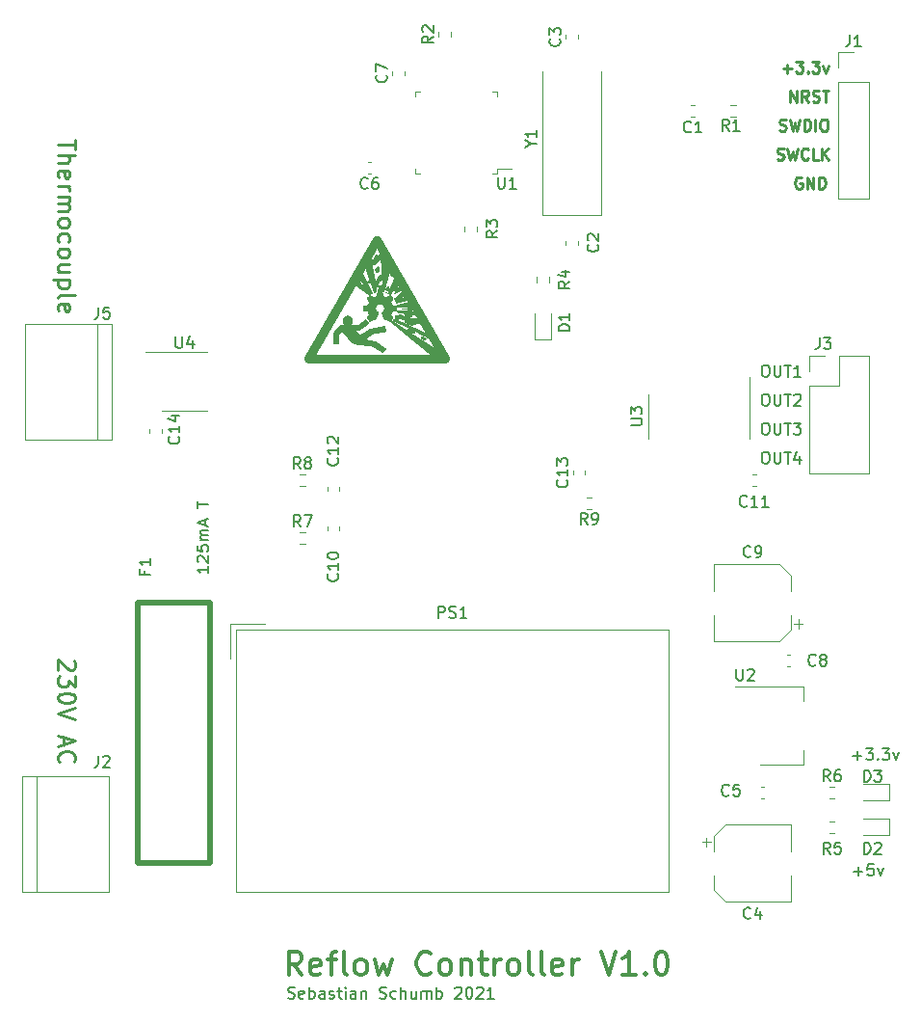
<source format=gto>
%TF.GenerationSoftware,KiCad,Pcbnew,5.1.8*%
%TF.CreationDate,2021-01-05T14:46:37+01:00*%
%TF.ProjectId,reflow-controller,7265666c-6f77-42d6-936f-6e74726f6c6c,rev?*%
%TF.SameCoordinates,Original*%
%TF.FileFunction,Legend,Top*%
%TF.FilePolarity,Positive*%
%FSLAX46Y46*%
G04 Gerber Fmt 4.6, Leading zero omitted, Abs format (unit mm)*
G04 Created by KiCad (PCBNEW 5.1.8) date 2021-01-05 14:46:37*
%MOMM*%
%LPD*%
G01*
G04 APERTURE LIST*
%ADD10C,0.200000*%
%ADD11C,0.300000*%
%ADD12C,0.250000*%
%ADD13C,0.010000*%
%ADD14C,0.120000*%
%ADD15C,0.500000*%
%ADD16C,0.150000*%
G04 APERTURE END LIST*
D10*
X149018809Y-134707380D02*
X149209285Y-134707380D01*
X149304523Y-134755000D01*
X149399761Y-134850238D01*
X149447380Y-135040714D01*
X149447380Y-135374047D01*
X149399761Y-135564523D01*
X149304523Y-135659761D01*
X149209285Y-135707380D01*
X149018809Y-135707380D01*
X148923571Y-135659761D01*
X148828333Y-135564523D01*
X148780714Y-135374047D01*
X148780714Y-135040714D01*
X148828333Y-134850238D01*
X148923571Y-134755000D01*
X149018809Y-134707380D01*
X149875952Y-134707380D02*
X149875952Y-135516904D01*
X149923571Y-135612142D01*
X149971190Y-135659761D01*
X150066428Y-135707380D01*
X150256904Y-135707380D01*
X150352142Y-135659761D01*
X150399761Y-135612142D01*
X150447380Y-135516904D01*
X150447380Y-134707380D01*
X150780714Y-134707380D02*
X151352142Y-134707380D01*
X151066428Y-135707380D02*
X151066428Y-134707380D01*
X152114047Y-135040714D02*
X152114047Y-135707380D01*
X151875952Y-134659761D02*
X151637857Y-135374047D01*
X152256904Y-135374047D01*
X149018809Y-132167380D02*
X149209285Y-132167380D01*
X149304523Y-132215000D01*
X149399761Y-132310238D01*
X149447380Y-132500714D01*
X149447380Y-132834047D01*
X149399761Y-133024523D01*
X149304523Y-133119761D01*
X149209285Y-133167380D01*
X149018809Y-133167380D01*
X148923571Y-133119761D01*
X148828333Y-133024523D01*
X148780714Y-132834047D01*
X148780714Y-132500714D01*
X148828333Y-132310238D01*
X148923571Y-132215000D01*
X149018809Y-132167380D01*
X149875952Y-132167380D02*
X149875952Y-132976904D01*
X149923571Y-133072142D01*
X149971190Y-133119761D01*
X150066428Y-133167380D01*
X150256904Y-133167380D01*
X150352142Y-133119761D01*
X150399761Y-133072142D01*
X150447380Y-132976904D01*
X150447380Y-132167380D01*
X150780714Y-132167380D02*
X151352142Y-132167380D01*
X151066428Y-133167380D02*
X151066428Y-132167380D01*
X151590238Y-132167380D02*
X152209285Y-132167380D01*
X151875952Y-132548333D01*
X152018809Y-132548333D01*
X152114047Y-132595952D01*
X152161666Y-132643571D01*
X152209285Y-132738809D01*
X152209285Y-132976904D01*
X152161666Y-133072142D01*
X152114047Y-133119761D01*
X152018809Y-133167380D01*
X151733095Y-133167380D01*
X151637857Y-133119761D01*
X151590238Y-133072142D01*
X149018809Y-129627380D02*
X149209285Y-129627380D01*
X149304523Y-129675000D01*
X149399761Y-129770238D01*
X149447380Y-129960714D01*
X149447380Y-130294047D01*
X149399761Y-130484523D01*
X149304523Y-130579761D01*
X149209285Y-130627380D01*
X149018809Y-130627380D01*
X148923571Y-130579761D01*
X148828333Y-130484523D01*
X148780714Y-130294047D01*
X148780714Y-129960714D01*
X148828333Y-129770238D01*
X148923571Y-129675000D01*
X149018809Y-129627380D01*
X149875952Y-129627380D02*
X149875952Y-130436904D01*
X149923571Y-130532142D01*
X149971190Y-130579761D01*
X150066428Y-130627380D01*
X150256904Y-130627380D01*
X150352142Y-130579761D01*
X150399761Y-130532142D01*
X150447380Y-130436904D01*
X150447380Y-129627380D01*
X150780714Y-129627380D02*
X151352142Y-129627380D01*
X151066428Y-130627380D02*
X151066428Y-129627380D01*
X151637857Y-129722619D02*
X151685476Y-129675000D01*
X151780714Y-129627380D01*
X152018809Y-129627380D01*
X152114047Y-129675000D01*
X152161666Y-129722619D01*
X152209285Y-129817857D01*
X152209285Y-129913095D01*
X152161666Y-130055952D01*
X151590238Y-130627380D01*
X152209285Y-130627380D01*
X149018809Y-127087380D02*
X149209285Y-127087380D01*
X149304523Y-127135000D01*
X149399761Y-127230238D01*
X149447380Y-127420714D01*
X149447380Y-127754047D01*
X149399761Y-127944523D01*
X149304523Y-128039761D01*
X149209285Y-128087380D01*
X149018809Y-128087380D01*
X148923571Y-128039761D01*
X148828333Y-127944523D01*
X148780714Y-127754047D01*
X148780714Y-127420714D01*
X148828333Y-127230238D01*
X148923571Y-127135000D01*
X149018809Y-127087380D01*
X149875952Y-127087380D02*
X149875952Y-127896904D01*
X149923571Y-127992142D01*
X149971190Y-128039761D01*
X150066428Y-128087380D01*
X150256904Y-128087380D01*
X150352142Y-128039761D01*
X150399761Y-127992142D01*
X150447380Y-127896904D01*
X150447380Y-127087380D01*
X150780714Y-127087380D02*
X151352142Y-127087380D01*
X151066428Y-128087380D02*
X151066428Y-127087380D01*
X152209285Y-128087380D02*
X151637857Y-128087380D01*
X151923571Y-128087380D02*
X151923571Y-127087380D01*
X151828333Y-127230238D01*
X151733095Y-127325476D01*
X151637857Y-127373095D01*
X156876904Y-171521428D02*
X157638809Y-171521428D01*
X157257857Y-171902380D02*
X157257857Y-171140476D01*
X158591190Y-170902380D02*
X158115000Y-170902380D01*
X158067380Y-171378571D01*
X158115000Y-171330952D01*
X158210238Y-171283333D01*
X158448333Y-171283333D01*
X158543571Y-171330952D01*
X158591190Y-171378571D01*
X158638809Y-171473809D01*
X158638809Y-171711904D01*
X158591190Y-171807142D01*
X158543571Y-171854761D01*
X158448333Y-171902380D01*
X158210238Y-171902380D01*
X158115000Y-171854761D01*
X158067380Y-171807142D01*
X158972142Y-171235714D02*
X159210238Y-171902380D01*
X159448333Y-171235714D01*
X156797619Y-161361428D02*
X157559523Y-161361428D01*
X157178571Y-161742380D02*
X157178571Y-160980476D01*
X157940476Y-160742380D02*
X158559523Y-160742380D01*
X158226190Y-161123333D01*
X158369047Y-161123333D01*
X158464285Y-161170952D01*
X158511904Y-161218571D01*
X158559523Y-161313809D01*
X158559523Y-161551904D01*
X158511904Y-161647142D01*
X158464285Y-161694761D01*
X158369047Y-161742380D01*
X158083333Y-161742380D01*
X157988095Y-161694761D01*
X157940476Y-161647142D01*
X158988095Y-161647142D02*
X159035714Y-161694761D01*
X158988095Y-161742380D01*
X158940476Y-161694761D01*
X158988095Y-161647142D01*
X158988095Y-161742380D01*
X159369047Y-160742380D02*
X159988095Y-160742380D01*
X159654761Y-161123333D01*
X159797619Y-161123333D01*
X159892857Y-161170952D01*
X159940476Y-161218571D01*
X159988095Y-161313809D01*
X159988095Y-161551904D01*
X159940476Y-161647142D01*
X159892857Y-161694761D01*
X159797619Y-161742380D01*
X159511904Y-161742380D01*
X159416666Y-161694761D01*
X159369047Y-161647142D01*
X160321428Y-161075714D02*
X160559523Y-161742380D01*
X160797619Y-161075714D01*
X107157380Y-182649761D02*
X107300238Y-182697380D01*
X107538333Y-182697380D01*
X107633571Y-182649761D01*
X107681190Y-182602142D01*
X107728809Y-182506904D01*
X107728809Y-182411666D01*
X107681190Y-182316428D01*
X107633571Y-182268809D01*
X107538333Y-182221190D01*
X107347857Y-182173571D01*
X107252619Y-182125952D01*
X107205000Y-182078333D01*
X107157380Y-181983095D01*
X107157380Y-181887857D01*
X107205000Y-181792619D01*
X107252619Y-181745000D01*
X107347857Y-181697380D01*
X107585952Y-181697380D01*
X107728809Y-181745000D01*
X108538333Y-182649761D02*
X108443095Y-182697380D01*
X108252619Y-182697380D01*
X108157380Y-182649761D01*
X108109761Y-182554523D01*
X108109761Y-182173571D01*
X108157380Y-182078333D01*
X108252619Y-182030714D01*
X108443095Y-182030714D01*
X108538333Y-182078333D01*
X108585952Y-182173571D01*
X108585952Y-182268809D01*
X108109761Y-182364047D01*
X109014523Y-182697380D02*
X109014523Y-181697380D01*
X109014523Y-182078333D02*
X109109761Y-182030714D01*
X109300238Y-182030714D01*
X109395476Y-182078333D01*
X109443095Y-182125952D01*
X109490714Y-182221190D01*
X109490714Y-182506904D01*
X109443095Y-182602142D01*
X109395476Y-182649761D01*
X109300238Y-182697380D01*
X109109761Y-182697380D01*
X109014523Y-182649761D01*
X110347857Y-182697380D02*
X110347857Y-182173571D01*
X110300238Y-182078333D01*
X110205000Y-182030714D01*
X110014523Y-182030714D01*
X109919285Y-182078333D01*
X110347857Y-182649761D02*
X110252619Y-182697380D01*
X110014523Y-182697380D01*
X109919285Y-182649761D01*
X109871666Y-182554523D01*
X109871666Y-182459285D01*
X109919285Y-182364047D01*
X110014523Y-182316428D01*
X110252619Y-182316428D01*
X110347857Y-182268809D01*
X110776428Y-182649761D02*
X110871666Y-182697380D01*
X111062142Y-182697380D01*
X111157380Y-182649761D01*
X111205000Y-182554523D01*
X111205000Y-182506904D01*
X111157380Y-182411666D01*
X111062142Y-182364047D01*
X110919285Y-182364047D01*
X110824047Y-182316428D01*
X110776428Y-182221190D01*
X110776428Y-182173571D01*
X110824047Y-182078333D01*
X110919285Y-182030714D01*
X111062142Y-182030714D01*
X111157380Y-182078333D01*
X111490714Y-182030714D02*
X111871666Y-182030714D01*
X111633571Y-181697380D02*
X111633571Y-182554523D01*
X111681190Y-182649761D01*
X111776428Y-182697380D01*
X111871666Y-182697380D01*
X112205000Y-182697380D02*
X112205000Y-182030714D01*
X112205000Y-181697380D02*
X112157380Y-181745000D01*
X112205000Y-181792619D01*
X112252619Y-181745000D01*
X112205000Y-181697380D01*
X112205000Y-181792619D01*
X113109761Y-182697380D02*
X113109761Y-182173571D01*
X113062142Y-182078333D01*
X112966904Y-182030714D01*
X112776428Y-182030714D01*
X112681190Y-182078333D01*
X113109761Y-182649761D02*
X113014523Y-182697380D01*
X112776428Y-182697380D01*
X112681190Y-182649761D01*
X112633571Y-182554523D01*
X112633571Y-182459285D01*
X112681190Y-182364047D01*
X112776428Y-182316428D01*
X113014523Y-182316428D01*
X113109761Y-182268809D01*
X113585952Y-182030714D02*
X113585952Y-182697380D01*
X113585952Y-182125952D02*
X113633571Y-182078333D01*
X113728809Y-182030714D01*
X113871666Y-182030714D01*
X113966904Y-182078333D01*
X114014523Y-182173571D01*
X114014523Y-182697380D01*
X115205000Y-182649761D02*
X115347857Y-182697380D01*
X115585952Y-182697380D01*
X115681190Y-182649761D01*
X115728809Y-182602142D01*
X115776428Y-182506904D01*
X115776428Y-182411666D01*
X115728809Y-182316428D01*
X115681190Y-182268809D01*
X115585952Y-182221190D01*
X115395476Y-182173571D01*
X115300238Y-182125952D01*
X115252619Y-182078333D01*
X115205000Y-181983095D01*
X115205000Y-181887857D01*
X115252619Y-181792619D01*
X115300238Y-181745000D01*
X115395476Y-181697380D01*
X115633571Y-181697380D01*
X115776428Y-181745000D01*
X116633571Y-182649761D02*
X116538333Y-182697380D01*
X116347857Y-182697380D01*
X116252619Y-182649761D01*
X116205000Y-182602142D01*
X116157380Y-182506904D01*
X116157380Y-182221190D01*
X116205000Y-182125952D01*
X116252619Y-182078333D01*
X116347857Y-182030714D01*
X116538333Y-182030714D01*
X116633571Y-182078333D01*
X117062142Y-182697380D02*
X117062142Y-181697380D01*
X117490714Y-182697380D02*
X117490714Y-182173571D01*
X117443095Y-182078333D01*
X117347857Y-182030714D01*
X117205000Y-182030714D01*
X117109761Y-182078333D01*
X117062142Y-182125952D01*
X118395476Y-182030714D02*
X118395476Y-182697380D01*
X117966904Y-182030714D02*
X117966904Y-182554523D01*
X118014523Y-182649761D01*
X118109761Y-182697380D01*
X118252619Y-182697380D01*
X118347857Y-182649761D01*
X118395476Y-182602142D01*
X118871666Y-182697380D02*
X118871666Y-182030714D01*
X118871666Y-182125952D02*
X118919285Y-182078333D01*
X119014523Y-182030714D01*
X119157380Y-182030714D01*
X119252619Y-182078333D01*
X119300238Y-182173571D01*
X119300238Y-182697380D01*
X119300238Y-182173571D02*
X119347857Y-182078333D01*
X119443095Y-182030714D01*
X119585952Y-182030714D01*
X119681190Y-182078333D01*
X119728809Y-182173571D01*
X119728809Y-182697380D01*
X120205000Y-182697380D02*
X120205000Y-181697380D01*
X120205000Y-182078333D02*
X120300238Y-182030714D01*
X120490714Y-182030714D01*
X120585952Y-182078333D01*
X120633571Y-182125952D01*
X120681190Y-182221190D01*
X120681190Y-182506904D01*
X120633571Y-182602142D01*
X120585952Y-182649761D01*
X120490714Y-182697380D01*
X120300238Y-182697380D01*
X120205000Y-182649761D01*
X121824047Y-181792619D02*
X121871666Y-181745000D01*
X121966904Y-181697380D01*
X122205000Y-181697380D01*
X122300238Y-181745000D01*
X122347857Y-181792619D01*
X122395476Y-181887857D01*
X122395476Y-181983095D01*
X122347857Y-182125952D01*
X121776428Y-182697380D01*
X122395476Y-182697380D01*
X123014523Y-181697380D02*
X123109761Y-181697380D01*
X123205000Y-181745000D01*
X123252619Y-181792619D01*
X123300238Y-181887857D01*
X123347857Y-182078333D01*
X123347857Y-182316428D01*
X123300238Y-182506904D01*
X123252619Y-182602142D01*
X123205000Y-182649761D01*
X123109761Y-182697380D01*
X123014523Y-182697380D01*
X122919285Y-182649761D01*
X122871666Y-182602142D01*
X122824047Y-182506904D01*
X122776428Y-182316428D01*
X122776428Y-182078333D01*
X122824047Y-181887857D01*
X122871666Y-181792619D01*
X122919285Y-181745000D01*
X123014523Y-181697380D01*
X123728809Y-181792619D02*
X123776428Y-181745000D01*
X123871666Y-181697380D01*
X124109761Y-181697380D01*
X124205000Y-181745000D01*
X124252619Y-181792619D01*
X124300238Y-181887857D01*
X124300238Y-181983095D01*
X124252619Y-182125952D01*
X123681190Y-182697380D01*
X124300238Y-182697380D01*
X125252619Y-182697380D02*
X124681190Y-182697380D01*
X124966904Y-182697380D02*
X124966904Y-181697380D01*
X124871666Y-181840238D01*
X124776428Y-181935476D01*
X124681190Y-181983095D01*
D11*
X108348809Y-180609761D02*
X107682142Y-179657380D01*
X107205952Y-180609761D02*
X107205952Y-178609761D01*
X107967857Y-178609761D01*
X108158333Y-178705000D01*
X108253571Y-178800238D01*
X108348809Y-178990714D01*
X108348809Y-179276428D01*
X108253571Y-179466904D01*
X108158333Y-179562142D01*
X107967857Y-179657380D01*
X107205952Y-179657380D01*
X109967857Y-180514523D02*
X109777380Y-180609761D01*
X109396428Y-180609761D01*
X109205952Y-180514523D01*
X109110714Y-180324047D01*
X109110714Y-179562142D01*
X109205952Y-179371666D01*
X109396428Y-179276428D01*
X109777380Y-179276428D01*
X109967857Y-179371666D01*
X110063095Y-179562142D01*
X110063095Y-179752619D01*
X109110714Y-179943095D01*
X110634523Y-179276428D02*
X111396428Y-179276428D01*
X110920238Y-180609761D02*
X110920238Y-178895476D01*
X111015476Y-178705000D01*
X111205952Y-178609761D01*
X111396428Y-178609761D01*
X112348809Y-180609761D02*
X112158333Y-180514523D01*
X112063095Y-180324047D01*
X112063095Y-178609761D01*
X113396428Y-180609761D02*
X113205952Y-180514523D01*
X113110714Y-180419285D01*
X113015476Y-180228809D01*
X113015476Y-179657380D01*
X113110714Y-179466904D01*
X113205952Y-179371666D01*
X113396428Y-179276428D01*
X113682142Y-179276428D01*
X113872619Y-179371666D01*
X113967857Y-179466904D01*
X114063095Y-179657380D01*
X114063095Y-180228809D01*
X113967857Y-180419285D01*
X113872619Y-180514523D01*
X113682142Y-180609761D01*
X113396428Y-180609761D01*
X114729761Y-179276428D02*
X115110714Y-180609761D01*
X115491666Y-179657380D01*
X115872619Y-180609761D01*
X116253571Y-179276428D01*
X119682142Y-180419285D02*
X119586904Y-180514523D01*
X119301190Y-180609761D01*
X119110714Y-180609761D01*
X118825000Y-180514523D01*
X118634523Y-180324047D01*
X118539285Y-180133571D01*
X118444047Y-179752619D01*
X118444047Y-179466904D01*
X118539285Y-179085952D01*
X118634523Y-178895476D01*
X118825000Y-178705000D01*
X119110714Y-178609761D01*
X119301190Y-178609761D01*
X119586904Y-178705000D01*
X119682142Y-178800238D01*
X120825000Y-180609761D02*
X120634523Y-180514523D01*
X120539285Y-180419285D01*
X120444047Y-180228809D01*
X120444047Y-179657380D01*
X120539285Y-179466904D01*
X120634523Y-179371666D01*
X120825000Y-179276428D01*
X121110714Y-179276428D01*
X121301190Y-179371666D01*
X121396428Y-179466904D01*
X121491666Y-179657380D01*
X121491666Y-180228809D01*
X121396428Y-180419285D01*
X121301190Y-180514523D01*
X121110714Y-180609761D01*
X120825000Y-180609761D01*
X122348809Y-179276428D02*
X122348809Y-180609761D01*
X122348809Y-179466904D02*
X122444047Y-179371666D01*
X122634523Y-179276428D01*
X122920238Y-179276428D01*
X123110714Y-179371666D01*
X123205952Y-179562142D01*
X123205952Y-180609761D01*
X123872619Y-179276428D02*
X124634523Y-179276428D01*
X124158333Y-178609761D02*
X124158333Y-180324047D01*
X124253571Y-180514523D01*
X124444047Y-180609761D01*
X124634523Y-180609761D01*
X125301190Y-180609761D02*
X125301190Y-179276428D01*
X125301190Y-179657380D02*
X125396428Y-179466904D01*
X125491666Y-179371666D01*
X125682142Y-179276428D01*
X125872619Y-179276428D01*
X126825000Y-180609761D02*
X126634523Y-180514523D01*
X126539285Y-180419285D01*
X126444047Y-180228809D01*
X126444047Y-179657380D01*
X126539285Y-179466904D01*
X126634523Y-179371666D01*
X126825000Y-179276428D01*
X127110714Y-179276428D01*
X127301190Y-179371666D01*
X127396428Y-179466904D01*
X127491666Y-179657380D01*
X127491666Y-180228809D01*
X127396428Y-180419285D01*
X127301190Y-180514523D01*
X127110714Y-180609761D01*
X126825000Y-180609761D01*
X128634523Y-180609761D02*
X128444047Y-180514523D01*
X128348809Y-180324047D01*
X128348809Y-178609761D01*
X129682142Y-180609761D02*
X129491666Y-180514523D01*
X129396428Y-180324047D01*
X129396428Y-178609761D01*
X131205952Y-180514523D02*
X131015476Y-180609761D01*
X130634523Y-180609761D01*
X130444047Y-180514523D01*
X130348809Y-180324047D01*
X130348809Y-179562142D01*
X130444047Y-179371666D01*
X130634523Y-179276428D01*
X131015476Y-179276428D01*
X131205952Y-179371666D01*
X131301190Y-179562142D01*
X131301190Y-179752619D01*
X130348809Y-179943095D01*
X132158333Y-180609761D02*
X132158333Y-179276428D01*
X132158333Y-179657380D02*
X132253571Y-179466904D01*
X132348809Y-179371666D01*
X132539285Y-179276428D01*
X132729761Y-179276428D01*
X134634523Y-178609761D02*
X135301190Y-180609761D01*
X135967857Y-178609761D01*
X137682142Y-180609761D02*
X136539285Y-180609761D01*
X137110714Y-180609761D02*
X137110714Y-178609761D01*
X136920238Y-178895476D01*
X136729761Y-179085952D01*
X136539285Y-179181190D01*
X138539285Y-180419285D02*
X138634523Y-180514523D01*
X138539285Y-180609761D01*
X138444047Y-180514523D01*
X138539285Y-180419285D01*
X138539285Y-180609761D01*
X139872619Y-178609761D02*
X140063095Y-178609761D01*
X140253571Y-178705000D01*
X140348809Y-178800238D01*
X140444047Y-178990714D01*
X140539285Y-179371666D01*
X140539285Y-179847857D01*
X140444047Y-180228809D01*
X140348809Y-180419285D01*
X140253571Y-180514523D01*
X140063095Y-180609761D01*
X139872619Y-180609761D01*
X139682142Y-180514523D01*
X139586904Y-180419285D01*
X139491666Y-180228809D01*
X139396428Y-179847857D01*
X139396428Y-179371666D01*
X139491666Y-178990714D01*
X139586904Y-178800238D01*
X139682142Y-178705000D01*
X139872619Y-178609761D01*
D12*
X88451428Y-107327857D02*
X88451428Y-108185000D01*
X86951428Y-107756428D02*
X88451428Y-107756428D01*
X86951428Y-108685000D02*
X88451428Y-108685000D01*
X86951428Y-109327857D02*
X87737142Y-109327857D01*
X87880000Y-109256428D01*
X87951428Y-109113571D01*
X87951428Y-108899285D01*
X87880000Y-108756428D01*
X87808571Y-108685000D01*
X87022857Y-110613571D02*
X86951428Y-110470714D01*
X86951428Y-110185000D01*
X87022857Y-110042142D01*
X87165714Y-109970714D01*
X87737142Y-109970714D01*
X87880000Y-110042142D01*
X87951428Y-110185000D01*
X87951428Y-110470714D01*
X87880000Y-110613571D01*
X87737142Y-110685000D01*
X87594285Y-110685000D01*
X87451428Y-109970714D01*
X86951428Y-111327857D02*
X87951428Y-111327857D01*
X87665714Y-111327857D02*
X87808571Y-111399285D01*
X87880000Y-111470714D01*
X87951428Y-111613571D01*
X87951428Y-111756428D01*
X86951428Y-112256428D02*
X87951428Y-112256428D01*
X87808571Y-112256428D02*
X87880000Y-112327857D01*
X87951428Y-112470714D01*
X87951428Y-112685000D01*
X87880000Y-112827857D01*
X87737142Y-112899285D01*
X86951428Y-112899285D01*
X87737142Y-112899285D02*
X87880000Y-112970714D01*
X87951428Y-113113571D01*
X87951428Y-113327857D01*
X87880000Y-113470714D01*
X87737142Y-113542142D01*
X86951428Y-113542142D01*
X86951428Y-114470714D02*
X87022857Y-114327857D01*
X87094285Y-114256428D01*
X87237142Y-114185000D01*
X87665714Y-114185000D01*
X87808571Y-114256428D01*
X87880000Y-114327857D01*
X87951428Y-114470714D01*
X87951428Y-114685000D01*
X87880000Y-114827857D01*
X87808571Y-114899285D01*
X87665714Y-114970714D01*
X87237142Y-114970714D01*
X87094285Y-114899285D01*
X87022857Y-114827857D01*
X86951428Y-114685000D01*
X86951428Y-114470714D01*
X87022857Y-116256428D02*
X86951428Y-116113571D01*
X86951428Y-115827857D01*
X87022857Y-115685000D01*
X87094285Y-115613571D01*
X87237142Y-115542142D01*
X87665714Y-115542142D01*
X87808571Y-115613571D01*
X87880000Y-115685000D01*
X87951428Y-115827857D01*
X87951428Y-116113571D01*
X87880000Y-116256428D01*
X86951428Y-117113571D02*
X87022857Y-116970714D01*
X87094285Y-116899285D01*
X87237142Y-116827857D01*
X87665714Y-116827857D01*
X87808571Y-116899285D01*
X87880000Y-116970714D01*
X87951428Y-117113571D01*
X87951428Y-117327857D01*
X87880000Y-117470714D01*
X87808571Y-117542142D01*
X87665714Y-117613571D01*
X87237142Y-117613571D01*
X87094285Y-117542142D01*
X87022857Y-117470714D01*
X86951428Y-117327857D01*
X86951428Y-117113571D01*
X87951428Y-118899285D02*
X86951428Y-118899285D01*
X87951428Y-118256428D02*
X87165714Y-118256428D01*
X87022857Y-118327857D01*
X86951428Y-118470714D01*
X86951428Y-118685000D01*
X87022857Y-118827857D01*
X87094285Y-118899285D01*
X87951428Y-119613571D02*
X86451428Y-119613571D01*
X87880000Y-119613571D02*
X87951428Y-119756428D01*
X87951428Y-120042142D01*
X87880000Y-120185000D01*
X87808571Y-120256428D01*
X87665714Y-120327857D01*
X87237142Y-120327857D01*
X87094285Y-120256428D01*
X87022857Y-120185000D01*
X86951428Y-120042142D01*
X86951428Y-119756428D01*
X87022857Y-119613571D01*
X86951428Y-121185000D02*
X87022857Y-121042142D01*
X87165714Y-120970714D01*
X88451428Y-120970714D01*
X87022857Y-122327857D02*
X86951428Y-122185000D01*
X86951428Y-121899285D01*
X87022857Y-121756428D01*
X87165714Y-121685000D01*
X87737142Y-121685000D01*
X87880000Y-121756428D01*
X87951428Y-121899285D01*
X87951428Y-122185000D01*
X87880000Y-122327857D01*
X87737142Y-122399285D01*
X87594285Y-122399285D01*
X87451428Y-121685000D01*
X152273095Y-110625000D02*
X152177857Y-110577380D01*
X152035000Y-110577380D01*
X151892142Y-110625000D01*
X151796904Y-110720238D01*
X151749285Y-110815476D01*
X151701666Y-111005952D01*
X151701666Y-111148809D01*
X151749285Y-111339285D01*
X151796904Y-111434523D01*
X151892142Y-111529761D01*
X152035000Y-111577380D01*
X152130238Y-111577380D01*
X152273095Y-111529761D01*
X152320714Y-111482142D01*
X152320714Y-111148809D01*
X152130238Y-111148809D01*
X152749285Y-111577380D02*
X152749285Y-110577380D01*
X153320714Y-111577380D01*
X153320714Y-110577380D01*
X153796904Y-111577380D02*
X153796904Y-110577380D01*
X154035000Y-110577380D01*
X154177857Y-110625000D01*
X154273095Y-110720238D01*
X154320714Y-110815476D01*
X154368333Y-111005952D01*
X154368333Y-111148809D01*
X154320714Y-111339285D01*
X154273095Y-111434523D01*
X154177857Y-111529761D01*
X154035000Y-111577380D01*
X153796904Y-111577380D01*
X150138095Y-108989761D02*
X150280952Y-109037380D01*
X150519047Y-109037380D01*
X150614285Y-108989761D01*
X150661904Y-108942142D01*
X150709523Y-108846904D01*
X150709523Y-108751666D01*
X150661904Y-108656428D01*
X150614285Y-108608809D01*
X150519047Y-108561190D01*
X150328571Y-108513571D01*
X150233333Y-108465952D01*
X150185714Y-108418333D01*
X150138095Y-108323095D01*
X150138095Y-108227857D01*
X150185714Y-108132619D01*
X150233333Y-108085000D01*
X150328571Y-108037380D01*
X150566666Y-108037380D01*
X150709523Y-108085000D01*
X151042857Y-108037380D02*
X151280952Y-109037380D01*
X151471428Y-108323095D01*
X151661904Y-109037380D01*
X151900000Y-108037380D01*
X152852380Y-108942142D02*
X152804761Y-108989761D01*
X152661904Y-109037380D01*
X152566666Y-109037380D01*
X152423809Y-108989761D01*
X152328571Y-108894523D01*
X152280952Y-108799285D01*
X152233333Y-108608809D01*
X152233333Y-108465952D01*
X152280952Y-108275476D01*
X152328571Y-108180238D01*
X152423809Y-108085000D01*
X152566666Y-108037380D01*
X152661904Y-108037380D01*
X152804761Y-108085000D01*
X152852380Y-108132619D01*
X153757142Y-109037380D02*
X153280952Y-109037380D01*
X153280952Y-108037380D01*
X154090476Y-109037380D02*
X154090476Y-108037380D01*
X154661904Y-109037380D02*
X154233333Y-108465952D01*
X154661904Y-108037380D02*
X154090476Y-108608809D01*
X150348928Y-106449761D02*
X150491785Y-106497380D01*
X150729880Y-106497380D01*
X150825119Y-106449761D01*
X150872738Y-106402142D01*
X150920357Y-106306904D01*
X150920357Y-106211666D01*
X150872738Y-106116428D01*
X150825119Y-106068809D01*
X150729880Y-106021190D01*
X150539404Y-105973571D01*
X150444166Y-105925952D01*
X150396547Y-105878333D01*
X150348928Y-105783095D01*
X150348928Y-105687857D01*
X150396547Y-105592619D01*
X150444166Y-105545000D01*
X150539404Y-105497380D01*
X150777500Y-105497380D01*
X150920357Y-105545000D01*
X151253690Y-105497380D02*
X151491785Y-106497380D01*
X151682261Y-105783095D01*
X151872738Y-106497380D01*
X152110833Y-105497380D01*
X152491785Y-106497380D02*
X152491785Y-105497380D01*
X152729880Y-105497380D01*
X152872738Y-105545000D01*
X152967976Y-105640238D01*
X153015595Y-105735476D01*
X153063214Y-105925952D01*
X153063214Y-106068809D01*
X153015595Y-106259285D01*
X152967976Y-106354523D01*
X152872738Y-106449761D01*
X152729880Y-106497380D01*
X152491785Y-106497380D01*
X153491785Y-106497380D02*
X153491785Y-105497380D01*
X154158452Y-105497380D02*
X154348928Y-105497380D01*
X154444166Y-105545000D01*
X154539404Y-105640238D01*
X154587023Y-105830714D01*
X154587023Y-106164047D01*
X154539404Y-106354523D01*
X154444166Y-106449761D01*
X154348928Y-106497380D01*
X154158452Y-106497380D01*
X154063214Y-106449761D01*
X153967976Y-106354523D01*
X153920357Y-106164047D01*
X153920357Y-105830714D01*
X153967976Y-105640238D01*
X154063214Y-105545000D01*
X154158452Y-105497380D01*
X151253690Y-103957380D02*
X151253690Y-102957380D01*
X151825119Y-103957380D01*
X151825119Y-102957380D01*
X152872738Y-103957380D02*
X152539404Y-103481190D01*
X152301309Y-103957380D02*
X152301309Y-102957380D01*
X152682261Y-102957380D01*
X152777500Y-103005000D01*
X152825119Y-103052619D01*
X152872738Y-103147857D01*
X152872738Y-103290714D01*
X152825119Y-103385952D01*
X152777500Y-103433571D01*
X152682261Y-103481190D01*
X152301309Y-103481190D01*
X153253690Y-103909761D02*
X153396547Y-103957380D01*
X153634642Y-103957380D01*
X153729880Y-103909761D01*
X153777500Y-103862142D01*
X153825119Y-103766904D01*
X153825119Y-103671666D01*
X153777500Y-103576428D01*
X153729880Y-103528809D01*
X153634642Y-103481190D01*
X153444166Y-103433571D01*
X153348928Y-103385952D01*
X153301309Y-103338333D01*
X153253690Y-103243095D01*
X153253690Y-103147857D01*
X153301309Y-103052619D01*
X153348928Y-103005000D01*
X153444166Y-102957380D01*
X153682261Y-102957380D01*
X153825119Y-103005000D01*
X154110833Y-102957380D02*
X154682261Y-102957380D01*
X154396547Y-103957380D02*
X154396547Y-102957380D01*
X150634642Y-101036428D02*
X151396547Y-101036428D01*
X151015595Y-101417380D02*
X151015595Y-100655476D01*
X151777500Y-100417380D02*
X152396547Y-100417380D01*
X152063214Y-100798333D01*
X152206071Y-100798333D01*
X152301309Y-100845952D01*
X152348928Y-100893571D01*
X152396547Y-100988809D01*
X152396547Y-101226904D01*
X152348928Y-101322142D01*
X152301309Y-101369761D01*
X152206071Y-101417380D01*
X151920357Y-101417380D01*
X151825119Y-101369761D01*
X151777500Y-101322142D01*
X152825119Y-101322142D02*
X152872738Y-101369761D01*
X152825119Y-101417380D01*
X152777500Y-101369761D01*
X152825119Y-101322142D01*
X152825119Y-101417380D01*
X153206071Y-100417380D02*
X153825119Y-100417380D01*
X153491785Y-100798333D01*
X153634642Y-100798333D01*
X153729880Y-100845952D01*
X153777500Y-100893571D01*
X153825119Y-100988809D01*
X153825119Y-101226904D01*
X153777500Y-101322142D01*
X153729880Y-101369761D01*
X153634642Y-101417380D01*
X153348928Y-101417380D01*
X153253690Y-101369761D01*
X153206071Y-101322142D01*
X154158452Y-100750714D02*
X154396547Y-101417380D01*
X154634642Y-100750714D01*
X88308571Y-153015714D02*
X88380000Y-153087142D01*
X88451428Y-153230000D01*
X88451428Y-153587142D01*
X88380000Y-153730000D01*
X88308571Y-153801428D01*
X88165714Y-153872857D01*
X88022857Y-153872857D01*
X87808571Y-153801428D01*
X86951428Y-152944285D01*
X86951428Y-153872857D01*
X88451428Y-154372857D02*
X88451428Y-155301428D01*
X87880000Y-154801428D01*
X87880000Y-155015714D01*
X87808571Y-155158571D01*
X87737142Y-155230000D01*
X87594285Y-155301428D01*
X87237142Y-155301428D01*
X87094285Y-155230000D01*
X87022857Y-155158571D01*
X86951428Y-155015714D01*
X86951428Y-154587142D01*
X87022857Y-154444285D01*
X87094285Y-154372857D01*
X88451428Y-156230000D02*
X88451428Y-156372857D01*
X88380000Y-156515714D01*
X88308571Y-156587142D01*
X88165714Y-156658571D01*
X87880000Y-156730000D01*
X87522857Y-156730000D01*
X87237142Y-156658571D01*
X87094285Y-156587142D01*
X87022857Y-156515714D01*
X86951428Y-156372857D01*
X86951428Y-156230000D01*
X87022857Y-156087142D01*
X87094285Y-156015714D01*
X87237142Y-155944285D01*
X87522857Y-155872857D01*
X87880000Y-155872857D01*
X88165714Y-155944285D01*
X88308571Y-156015714D01*
X88380000Y-156087142D01*
X88451428Y-156230000D01*
X88451428Y-157158571D02*
X86951428Y-157658571D01*
X88451428Y-158158571D01*
X87380000Y-159730000D02*
X87380000Y-160444285D01*
X86951428Y-159587142D02*
X88451428Y-160087142D01*
X86951428Y-160587142D01*
X87094285Y-161944285D02*
X87022857Y-161872857D01*
X86951428Y-161658571D01*
X86951428Y-161515714D01*
X87022857Y-161301428D01*
X87165714Y-161158571D01*
X87308571Y-161087142D01*
X87594285Y-161015714D01*
X87808571Y-161015714D01*
X88094285Y-161087142D01*
X88237142Y-161158571D01*
X88380000Y-161301428D01*
X88451428Y-161515714D01*
X88451428Y-161658571D01*
X88380000Y-161872857D01*
X88308571Y-161944285D01*
D13*
%TO.C,G\u002A\u002A\u002A*%
G36*
X115675697Y-116686803D02*
G01*
X115682374Y-116698376D01*
X115682387Y-116698399D01*
X115682888Y-116699267D01*
X115684591Y-116702219D01*
X115688365Y-116708760D01*
X115690886Y-116713130D01*
X115691641Y-116714439D01*
X115693550Y-116717749D01*
X115697114Y-116723926D01*
X115697866Y-116725229D01*
X115698117Y-116725664D01*
X115698137Y-116725699D01*
X115701089Y-116730816D01*
X115701233Y-116731065D01*
X115703573Y-116735121D01*
X115703644Y-116735243D01*
X115704857Y-116737346D01*
X115705596Y-116738627D01*
X115714124Y-116753409D01*
X115722636Y-116768164D01*
X115729867Y-116780698D01*
X115737346Y-116793661D01*
X115745874Y-116808443D01*
X115754386Y-116823197D01*
X115761617Y-116835731D01*
X115769096Y-116848694D01*
X115777624Y-116863476D01*
X115786136Y-116878230D01*
X115793367Y-116890764D01*
X115800768Y-116903593D01*
X115809247Y-116918292D01*
X115817769Y-116933064D01*
X115825296Y-116946114D01*
X115825429Y-116946344D01*
X115832735Y-116958986D01*
X115840882Y-116973040D01*
X115848909Y-116986851D01*
X115855853Y-116998761D01*
X115856262Y-116999461D01*
X115862351Y-117009945D01*
X115868309Y-117020321D01*
X115873477Y-117029439D01*
X115877199Y-117036145D01*
X115877393Y-117036503D01*
X115881004Y-117043065D01*
X115883952Y-117048216D01*
X115885444Y-117050608D01*
X115886898Y-117052968D01*
X115890181Y-117058520D01*
X115895017Y-117066784D01*
X115901127Y-117077280D01*
X115908235Y-117089529D01*
X115916064Y-117103050D01*
X115924336Y-117117363D01*
X115932775Y-117131988D01*
X115941104Y-117146445D01*
X115949046Y-117160254D01*
X115956322Y-117172935D01*
X115962658Y-117184009D01*
X115967774Y-117192994D01*
X115971395Y-117199411D01*
X115972799Y-117201950D01*
X115976378Y-117208419D01*
X115979290Y-117213473D01*
X115980694Y-117215708D01*
X115982009Y-117217873D01*
X115985159Y-117223225D01*
X115989868Y-117231285D01*
X115995855Y-117241570D01*
X116002844Y-117253602D01*
X116010556Y-117266900D01*
X116018713Y-117280983D01*
X116027037Y-117295370D01*
X116035251Y-117309581D01*
X116043075Y-117323137D01*
X116050232Y-117335555D01*
X116056444Y-117346357D01*
X116061432Y-117355060D01*
X116064919Y-117361186D01*
X116065837Y-117362816D01*
X116068398Y-117367323D01*
X116072576Y-117374594D01*
X116077855Y-117383737D01*
X116083722Y-117393857D01*
X116085661Y-117397194D01*
X116093043Y-117409908D01*
X116101486Y-117424475D01*
X116109938Y-117439080D01*
X116117217Y-117451681D01*
X116124696Y-117464644D01*
X116133224Y-117479426D01*
X116141736Y-117494180D01*
X116148967Y-117506714D01*
X116156446Y-117519677D01*
X116164974Y-117534459D01*
X116173486Y-117549214D01*
X116180717Y-117561748D01*
X116188118Y-117574576D01*
X116196597Y-117589275D01*
X116205119Y-117604048D01*
X116212646Y-117617097D01*
X116212779Y-117617328D01*
X116220013Y-117629863D01*
X116228014Y-117643714D01*
X116235848Y-117657265D01*
X116242580Y-117668898D01*
X116243063Y-117669733D01*
X116249373Y-117680642D01*
X116256960Y-117693780D01*
X116264993Y-117707707D01*
X116272639Y-117720982D01*
X116274817Y-117724766D01*
X116283050Y-117739073D01*
X116291065Y-117752993D01*
X116299142Y-117767009D01*
X116307560Y-117781607D01*
X116316601Y-117797273D01*
X116326543Y-117814491D01*
X116337668Y-117833747D01*
X116350254Y-117855525D01*
X116364582Y-117880311D01*
X116370106Y-117889866D01*
X116376407Y-117900773D01*
X116383988Y-117913909D01*
X116392017Y-117927834D01*
X116399665Y-117941107D01*
X116401850Y-117944900D01*
X116409208Y-117957673D01*
X116417209Y-117971548D01*
X116425021Y-117985086D01*
X116431814Y-117996846D01*
X116433600Y-117999933D01*
X116439903Y-118010840D01*
X116447486Y-118023976D01*
X116455517Y-118037901D01*
X116463166Y-118051174D01*
X116465350Y-118054966D01*
X116472718Y-118067742D01*
X116480744Y-118081621D01*
X116488592Y-118095162D01*
X116495428Y-118106922D01*
X116497222Y-118110000D01*
X116503004Y-118119936D01*
X116508455Y-118129352D01*
X116512987Y-118137227D01*
X116516012Y-118142543D01*
X116516161Y-118142808D01*
X116518744Y-118147367D01*
X116523005Y-118154823D01*
X116528505Y-118164408D01*
X116534802Y-118175355D01*
X116540749Y-118185670D01*
X116548892Y-118199783D01*
X116558237Y-118215980D01*
X116567868Y-118232678D01*
X116576874Y-118248293D01*
X116581041Y-118255520D01*
X116587767Y-118267150D01*
X116594106Y-118278043D01*
X116599625Y-118287462D01*
X116603893Y-118294669D01*
X116606441Y-118298870D01*
X116609449Y-118303846D01*
X116611210Y-118307119D01*
X116611399Y-118307669D01*
X116612415Y-118309739D01*
X116615173Y-118314681D01*
X116619242Y-118321736D01*
X116623753Y-118329407D01*
X116629351Y-118338897D01*
X116634733Y-118348108D01*
X116639183Y-118355809D01*
X116641429Y-118359766D01*
X116643930Y-118364179D01*
X116648203Y-118371648D01*
X116653899Y-118381564D01*
X116660666Y-118393320D01*
X116668157Y-118406307D01*
X116674897Y-118417975D01*
X116682649Y-118431389D01*
X116689905Y-118443962D01*
X116696334Y-118455114D01*
X116701602Y-118464268D01*
X116705378Y-118470848D01*
X116707210Y-118474066D01*
X116709864Y-118478716D01*
X116714095Y-118486048D01*
X116719342Y-118495092D01*
X116725043Y-118504877D01*
X116725591Y-118505816D01*
X116730340Y-118513977D01*
X116736785Y-118525092D01*
X116744510Y-118538445D01*
X116753103Y-118553319D01*
X116762149Y-118569000D01*
X116771235Y-118584770D01*
X116773305Y-118588366D01*
X116782336Y-118604053D01*
X116791418Y-118619817D01*
X116800137Y-118634941D01*
X116808081Y-118648710D01*
X116814837Y-118660408D01*
X116819991Y-118669319D01*
X116820916Y-118670916D01*
X116827232Y-118681823D01*
X116834827Y-118694959D01*
X116842868Y-118708884D01*
X116850523Y-118722157D01*
X116852709Y-118725950D01*
X116860072Y-118738722D01*
X116868080Y-118752597D01*
X116875901Y-118766135D01*
X116882704Y-118777894D01*
X116884493Y-118780983D01*
X116890805Y-118791894D01*
X116898392Y-118805035D01*
X116906422Y-118818965D01*
X116914063Y-118832241D01*
X116916233Y-118836016D01*
X116923581Y-118848793D01*
X116931573Y-118862673D01*
X116939378Y-118876214D01*
X116946166Y-118887974D01*
X116947943Y-118891050D01*
X116962952Y-118917012D01*
X116976121Y-118939797D01*
X116987729Y-118959887D01*
X116998057Y-118977769D01*
X117007384Y-118993927D01*
X117015990Y-119008847D01*
X117024155Y-119023013D01*
X117032160Y-119036911D01*
X117040284Y-119051026D01*
X117043232Y-119056149D01*
X117050588Y-119068925D01*
X117058589Y-119082803D01*
X117066405Y-119096342D01*
X117073203Y-119108102D01*
X117074986Y-119111183D01*
X117081584Y-119122583D01*
X117089361Y-119136035D01*
X117097383Y-119149923D01*
X117104718Y-119162630D01*
X117105270Y-119163588D01*
X117112767Y-119176585D01*
X117121279Y-119191341D01*
X117129769Y-119206059D01*
X117137201Y-119218942D01*
X117137332Y-119219168D01*
X117144810Y-119232131D01*
X117153338Y-119246913D01*
X117161850Y-119261667D01*
X117169082Y-119274201D01*
X117176487Y-119287039D01*
X117184969Y-119301744D01*
X117193488Y-119316516D01*
X117201007Y-119329556D01*
X117201117Y-119329746D01*
X117219626Y-119361818D01*
X117236060Y-119390226D01*
X117250430Y-119414990D01*
X117262746Y-119436129D01*
X117263343Y-119437149D01*
X117269201Y-119447215D01*
X117274789Y-119456890D01*
X117279494Y-119465107D01*
X117282702Y-119470799D01*
X117282822Y-119471016D01*
X117285434Y-119475655D01*
X117289779Y-119483267D01*
X117295462Y-119493165D01*
X117302089Y-119504661D01*
X117309264Y-119517069D01*
X117312015Y-119521816D01*
X117321491Y-119538162D01*
X117330401Y-119553544D01*
X117339119Y-119568611D01*
X117348019Y-119584011D01*
X117357475Y-119600390D01*
X117367861Y-119618397D01*
X117379551Y-119638679D01*
X117392919Y-119661885D01*
X117395145Y-119665749D01*
X117403627Y-119680472D01*
X117412390Y-119695676D01*
X117420908Y-119710449D01*
X117428653Y-119723875D01*
X117435098Y-119735042D01*
X117437866Y-119739833D01*
X117444932Y-119752061D01*
X117453140Y-119766264D01*
X117461511Y-119780750D01*
X117469069Y-119793830D01*
X117469668Y-119794866D01*
X117477102Y-119807738D01*
X117485429Y-119822166D01*
X117493674Y-119836461D01*
X117500861Y-119848933D01*
X117501418Y-119849899D01*
X117508532Y-119862244D01*
X117516767Y-119876520D01*
X117525120Y-119890991D01*
X117532593Y-119903925D01*
X117532869Y-119904404D01*
X117540331Y-119917315D01*
X117548763Y-119931912D01*
X117557145Y-119946427D01*
X117564458Y-119959098D01*
X117564654Y-119959437D01*
X117585078Y-119994838D01*
X117606391Y-120031780D01*
X117627366Y-120068138D01*
X117628154Y-120069504D01*
X117635691Y-120082577D01*
X117644280Y-120097487D01*
X117652867Y-120112405D01*
X117660399Y-120125501D01*
X117660453Y-120125595D01*
X117667259Y-120137418D01*
X117674443Y-120149868D01*
X117681224Y-120161594D01*
X117686823Y-120171246D01*
X117687663Y-120172691D01*
X117693377Y-120182523D01*
X117700184Y-120194266D01*
X117708275Y-120208250D01*
X117717841Y-120224806D01*
X117729074Y-120244267D01*
X117742165Y-120266962D01*
X117746696Y-120274820D01*
X117754235Y-120287896D01*
X117762834Y-120302810D01*
X117771436Y-120317730D01*
X117778987Y-120330826D01*
X117779037Y-120330912D01*
X117800343Y-120367850D01*
X117819566Y-120401144D01*
X117836722Y-120430823D01*
X117841986Y-120439920D01*
X117849272Y-120452518D01*
X117857649Y-120467014D01*
X117866095Y-120481640D01*
X117873587Y-120494627D01*
X117873766Y-120494936D01*
X117881259Y-120507932D01*
X117889770Y-120522690D01*
X117898261Y-120537411D01*
X117905693Y-120550294D01*
X117905801Y-120550481D01*
X117913279Y-120563444D01*
X117921807Y-120578226D01*
X117930319Y-120592980D01*
X117937551Y-120605514D01*
X117945029Y-120618477D01*
X117953557Y-120633259D01*
X117962069Y-120648014D01*
X117969301Y-120660548D01*
X117976779Y-120673511D01*
X117985307Y-120688293D01*
X117993819Y-120703047D01*
X118001051Y-120715581D01*
X118008529Y-120728544D01*
X118017057Y-120743326D01*
X118025569Y-120758080D01*
X118032801Y-120770614D01*
X118040201Y-120783443D01*
X118048681Y-120798142D01*
X118057202Y-120812914D01*
X118064729Y-120825964D01*
X118064862Y-120826194D01*
X118072097Y-120838730D01*
X118080098Y-120852581D01*
X118087931Y-120866131D01*
X118094663Y-120877765D01*
X118095146Y-120878600D01*
X118101456Y-120889510D01*
X118109042Y-120902649D01*
X118117072Y-120916578D01*
X118124716Y-120929853D01*
X118126890Y-120933633D01*
X118134253Y-120946413D01*
X118142279Y-120960295D01*
X118150132Y-120973839D01*
X118156975Y-120985600D01*
X118158766Y-120988666D01*
X118164700Y-120998866D01*
X118170433Y-121008806D01*
X118175323Y-121017371D01*
X118178730Y-121023442D01*
X118178812Y-121023591D01*
X118182659Y-121030439D01*
X118187752Y-121039299D01*
X118193158Y-121048554D01*
X118194668Y-121051108D01*
X118198469Y-121057582D01*
X118203966Y-121067031D01*
X118210754Y-121078755D01*
X118218428Y-121092054D01*
X118226583Y-121106226D01*
X118233823Y-121118841D01*
X118241496Y-121132209D01*
X118248525Y-121144412D01*
X118254623Y-121154957D01*
X118259502Y-121163350D01*
X118262877Y-121169095D01*
X118264461Y-121171700D01*
X118264502Y-121171758D01*
X118266337Y-121174689D01*
X118269401Y-121179992D01*
X118271844Y-121184367D01*
X118274494Y-121189085D01*
X118278908Y-121196832D01*
X118284723Y-121206978D01*
X118291576Y-121218891D01*
X118299106Y-121231940D01*
X118305259Y-121242575D01*
X118318399Y-121265273D01*
X118330407Y-121286037D01*
X118341125Y-121304594D01*
X118350395Y-121320670D01*
X118358059Y-121333992D01*
X118363960Y-121344286D01*
X118367940Y-121351278D01*
X118368759Y-121352733D01*
X118371324Y-121357240D01*
X118375505Y-121364511D01*
X118380788Y-121373654D01*
X118386655Y-121383774D01*
X118388594Y-121387111D01*
X118395900Y-121399694D01*
X118404295Y-121414180D01*
X118412757Y-121428803D01*
X118420262Y-121441798D01*
X118420462Y-121442144D01*
X118427697Y-121454680D01*
X118435698Y-121468531D01*
X118443531Y-121482081D01*
X118450263Y-121493715D01*
X118450746Y-121494550D01*
X118457056Y-121505458D01*
X118464643Y-121518597D01*
X118472676Y-121532524D01*
X118480323Y-121545798D01*
X118482500Y-121549583D01*
X118499989Y-121579963D01*
X118516603Y-121608785D01*
X118531940Y-121635350D01*
X118545596Y-121658959D01*
X118545996Y-121659650D01*
X118552306Y-121670556D01*
X118559896Y-121683692D01*
X118567934Y-121697616D01*
X118575587Y-121710888D01*
X118577774Y-121714683D01*
X118585135Y-121727455D01*
X118593138Y-121741329D01*
X118600952Y-121754867D01*
X118607746Y-121766626D01*
X118609533Y-121769716D01*
X118615836Y-121780623D01*
X118623419Y-121793759D01*
X118631450Y-121807684D01*
X118639099Y-121820957D01*
X118641283Y-121824750D01*
X118648641Y-121837523D01*
X118656642Y-121851398D01*
X118664455Y-121864936D01*
X118671248Y-121876696D01*
X118673033Y-121879783D01*
X118679336Y-121890690D01*
X118686919Y-121903826D01*
X118694950Y-121917751D01*
X118702599Y-121931024D01*
X118704783Y-121934816D01*
X118712141Y-121947589D01*
X118720142Y-121961465D01*
X118727955Y-121975003D01*
X118734748Y-121986762D01*
X118736533Y-121989850D01*
X118742836Y-122000757D01*
X118750419Y-122013893D01*
X118758450Y-122027818D01*
X118766099Y-122041091D01*
X118768283Y-122044883D01*
X118775651Y-122057659D01*
X118783677Y-122071538D01*
X118791525Y-122085079D01*
X118798361Y-122096839D01*
X118800155Y-122099916D01*
X118805866Y-122109723D01*
X118811179Y-122118881D01*
X118815532Y-122126419D01*
X118818364Y-122131366D01*
X118818534Y-122131666D01*
X118821072Y-122136126D01*
X118825230Y-122143384D01*
X118830508Y-122152571D01*
X118836408Y-122162818D01*
X118838888Y-122167120D01*
X118846426Y-122180194D01*
X118855017Y-122195105D01*
X118863608Y-122210023D01*
X118871145Y-122223119D01*
X118871198Y-122223212D01*
X118878014Y-122235035D01*
X118885215Y-122247485D01*
X118892020Y-122259212D01*
X118897645Y-122268864D01*
X118898490Y-122270308D01*
X118903681Y-122279199D01*
X118908527Y-122287554D01*
X118912332Y-122294170D01*
X118913805Y-122296766D01*
X118917164Y-122302689D01*
X118922489Y-122311993D01*
X118929620Y-122324399D01*
X118938397Y-122339629D01*
X118948657Y-122357403D01*
X118960242Y-122377442D01*
X118972989Y-122399468D01*
X118977307Y-122406924D01*
X118985114Y-122420422D01*
X118992529Y-122433281D01*
X118999190Y-122444868D01*
X119004735Y-122454552D01*
X119008801Y-122461703D01*
X119010722Y-122465132D01*
X119014178Y-122471288D01*
X119016953Y-122476013D01*
X119018064Y-122477741D01*
X119019491Y-122480071D01*
X119022732Y-122485582D01*
X119027501Y-122493779D01*
X119033511Y-122504169D01*
X119040475Y-122516257D01*
X119048107Y-122529549D01*
X119048743Y-122530658D01*
X119056987Y-122545021D01*
X119065106Y-122559125D01*
X119072694Y-122572269D01*
X119079346Y-122583754D01*
X119084658Y-122592878D01*
X119087898Y-122598391D01*
X119093218Y-122607454D01*
X119098496Y-122616598D01*
X119102802Y-122624203D01*
X119103745Y-122625908D01*
X119107085Y-122631877D01*
X119111930Y-122640377D01*
X119117636Y-122650293D01*
X119123565Y-122660504D01*
X119123757Y-122660833D01*
X119130108Y-122671742D01*
X119137732Y-122684880D01*
X119145795Y-122698808D01*
X119153461Y-122712082D01*
X119155642Y-122715866D01*
X119163005Y-122728639D01*
X119171011Y-122742514D01*
X119178831Y-122756051D01*
X119185631Y-122767811D01*
X119187419Y-122770899D01*
X119194083Y-122782414D01*
X119201900Y-122795938D01*
X119209913Y-122809812D01*
X119217162Y-122822376D01*
X119217382Y-122822758D01*
X119224708Y-122835462D01*
X119233141Y-122850081D01*
X119241672Y-122864864D01*
X119249290Y-122878062D01*
X119249744Y-122878849D01*
X119257176Y-122891724D01*
X119265503Y-122906154D01*
X119273750Y-122920451D01*
X119280941Y-122932923D01*
X119281494Y-122933883D01*
X119288546Y-122946112D01*
X119296739Y-122960315D01*
X119305098Y-122974802D01*
X119312648Y-122987883D01*
X119313244Y-122988916D01*
X119320676Y-123001790D01*
X119329003Y-123016221D01*
X119337250Y-123030518D01*
X119344441Y-123042990D01*
X119344994Y-123043949D01*
X119352186Y-123056423D01*
X119360465Y-123070781D01*
X119368804Y-123085240D01*
X119376121Y-123097924D01*
X119383451Y-123110631D01*
X119391886Y-123125253D01*
X119400416Y-123140039D01*
X119408029Y-123153237D01*
X119408478Y-123154016D01*
X119415913Y-123166895D01*
X119424255Y-123181331D01*
X119432528Y-123195632D01*
X119439752Y-123208105D01*
X119440299Y-123209049D01*
X119447130Y-123220856D01*
X119455172Y-123234796D01*
X119463537Y-123249327D01*
X119471336Y-123262906D01*
X119473224Y-123266199D01*
X119480048Y-123278087D01*
X119487034Y-123290217D01*
X119493527Y-123301455D01*
X119498869Y-123310662D01*
X119500714Y-123313824D01*
X119505032Y-123321240D01*
X119510899Y-123331364D01*
X119517759Y-123343233D01*
X119525054Y-123355882D01*
X119531304Y-123366741D01*
X119539095Y-123380277D01*
X119547476Y-123394806D01*
X119555719Y-123409069D01*
X119563095Y-123421806D01*
X119567379Y-123429183D01*
X119572873Y-123438647D01*
X119579963Y-123450888D01*
X119588133Y-123465012D01*
X119596866Y-123480128D01*
X119605646Y-123495343D01*
X119610824Y-123504324D01*
X119619423Y-123519242D01*
X119628327Y-123534686D01*
X119637010Y-123549745D01*
X119644947Y-123563505D01*
X119651612Y-123575055D01*
X119654770Y-123580524D01*
X119662157Y-123593323D01*
X119670501Y-123607787D01*
X119678773Y-123622134D01*
X119685897Y-123634499D01*
X119692943Y-123646723D01*
X119701136Y-123660920D01*
X119709501Y-123675402D01*
X119717063Y-123688480D01*
X119717672Y-123689533D01*
X119724534Y-123701400D01*
X119731730Y-123713862D01*
X119738501Y-123725603D01*
X119744088Y-123735308D01*
X119745151Y-123737158D01*
X119750348Y-123746193D01*
X119756905Y-123757576D01*
X119764063Y-123769989D01*
X119771064Y-123782117D01*
X119772604Y-123784783D01*
X119780037Y-123797655D01*
X119788364Y-123812084D01*
X119796608Y-123826379D01*
X119803795Y-123838850D01*
X119804352Y-123839816D01*
X119811537Y-123852285D01*
X119819815Y-123866638D01*
X119828158Y-123881094D01*
X119835491Y-123893791D01*
X119842020Y-123905094D01*
X119849914Y-123918771D01*
X119858427Y-123933529D01*
X119866814Y-123948074D01*
X119872126Y-123957291D01*
X119878894Y-123969000D01*
X119885274Y-123979967D01*
X119890838Y-123989464D01*
X119895160Y-123996761D01*
X119897810Y-124001127D01*
X119897837Y-124001170D01*
X119900859Y-124006169D01*
X119902626Y-124009493D01*
X119902816Y-124010068D01*
X119903830Y-124012136D01*
X119906640Y-124017238D01*
X119910898Y-124024761D01*
X119916257Y-124034088D01*
X119921077Y-124042389D01*
X119928766Y-124055599D01*
X119937275Y-124070251D01*
X119945712Y-124084809D01*
X119953186Y-124097735D01*
X119955199Y-124101224D01*
X119982709Y-124148874D01*
X120010371Y-124196640D01*
X120017645Y-124209175D01*
X120023322Y-124218969D01*
X120030584Y-124231519D01*
X120038903Y-124245913D01*
X120047753Y-124261238D01*
X120056605Y-124276581D01*
X120061674Y-124285375D01*
X120070246Y-124300249D01*
X120079099Y-124315610D01*
X120087712Y-124330557D01*
X120095566Y-124344186D01*
X120102141Y-124355596D01*
X120105281Y-124361045D01*
X120112687Y-124373894D01*
X120121133Y-124388544D01*
X120129545Y-124403129D01*
X120136404Y-124415020D01*
X120143597Y-124427488D01*
X120151913Y-124441902D01*
X120160357Y-124456540D01*
X120167937Y-124469680D01*
X120168458Y-124470583D01*
X120175930Y-124483536D01*
X120184343Y-124498119D01*
X120192704Y-124512611D01*
X120200019Y-124525291D01*
X120200512Y-124526145D01*
X120207776Y-124538736D01*
X120216136Y-124553227D01*
X120224573Y-124567851D01*
X120232068Y-124580842D01*
X120232262Y-124581179D01*
X120239713Y-124594095D01*
X120248137Y-124608697D01*
X120256514Y-124623216D01*
X120263825Y-124635888D01*
X120264012Y-124636212D01*
X120271276Y-124648803D01*
X120279636Y-124663293D01*
X120288073Y-124677918D01*
X120295568Y-124690908D01*
X120295762Y-124691245D01*
X120315026Y-124724638D01*
X120332294Y-124754570D01*
X120347687Y-124781250D01*
X120361324Y-124804885D01*
X120373325Y-124825682D01*
X120383809Y-124843848D01*
X120392895Y-124859590D01*
X120400705Y-124873116D01*
X120407356Y-124884633D01*
X120412970Y-124894349D01*
X120417665Y-124902470D01*
X120418226Y-124903441D01*
X120423457Y-124912496D01*
X120430149Y-124924098D01*
X120437655Y-124937123D01*
X120445327Y-124950447D01*
X120450555Y-124959533D01*
X120456926Y-124970581D01*
X120462630Y-124980417D01*
X120467312Y-124988431D01*
X120470613Y-124994012D01*
X120472178Y-124996550D01*
X120472196Y-124996575D01*
X120474024Y-124999506D01*
X120477085Y-125004808D01*
X120479527Y-125009184D01*
X120482178Y-125013901D01*
X120486591Y-125021649D01*
X120492406Y-125031795D01*
X120499259Y-125043708D01*
X120506789Y-125056757D01*
X120512941Y-125067392D01*
X120520629Y-125080676D01*
X120527821Y-125093122D01*
X120534180Y-125104144D01*
X120539367Y-125113158D01*
X120543047Y-125119579D01*
X120544713Y-125122516D01*
X120547573Y-125127546D01*
X120551885Y-125135022D01*
X120556955Y-125143742D01*
X120560014Y-125148975D01*
X120565300Y-125158029D01*
X120570328Y-125166708D01*
X120574362Y-125173734D01*
X120575923Y-125176491D01*
X120578274Y-125180628D01*
X120582403Y-125187825D01*
X120587963Y-125197481D01*
X120594606Y-125208995D01*
X120601987Y-125221766D01*
X120608248Y-125232583D01*
X120616764Y-125247293D01*
X120625554Y-125262485D01*
X120634091Y-125277246D01*
X120641847Y-125290667D01*
X120648296Y-125301835D01*
X120651082Y-125306666D01*
X120657881Y-125318454D01*
X120665188Y-125331114D01*
X120672136Y-125343143D01*
X120677858Y-125353041D01*
X120677969Y-125353233D01*
X120682975Y-125361894D01*
X120689465Y-125373134D01*
X120696811Y-125385865D01*
X120704384Y-125398997D01*
X120709726Y-125408266D01*
X120717128Y-125421111D01*
X120724825Y-125434461D01*
X120732169Y-125447192D01*
X120738512Y-125458182D01*
X120742079Y-125464358D01*
X120750984Y-125479774D01*
X120761769Y-125498452D01*
X120774199Y-125519983D01*
X120788038Y-125543962D01*
X120803053Y-125569982D01*
X120819008Y-125597636D01*
X120833091Y-125622050D01*
X120840146Y-125634280D01*
X120848342Y-125648485D01*
X120856701Y-125662974D01*
X120864248Y-125676055D01*
X120864841Y-125677083D01*
X120872270Y-125689959D01*
X120880597Y-125704391D01*
X120888846Y-125718690D01*
X120896041Y-125731162D01*
X120896591Y-125732116D01*
X120915144Y-125764277D01*
X120931687Y-125792951D01*
X120946327Y-125818321D01*
X120959168Y-125840568D01*
X120970315Y-125859873D01*
X120979873Y-125876420D01*
X120987610Y-125889808D01*
X121001473Y-125913801D01*
X121017169Y-125941000D01*
X121034428Y-125970934D01*
X121051103Y-125999875D01*
X121058512Y-126012732D01*
X121066131Y-126025946D01*
X121073351Y-126038460D01*
X121079564Y-126049220D01*
X121083463Y-126055966D01*
X121089968Y-126067213D01*
X121097394Y-126080065D01*
X121105904Y-126094800D01*
X121115657Y-126111698D01*
X121126815Y-126131036D01*
X121139538Y-126153094D01*
X121153988Y-126178149D01*
X121170324Y-126206482D01*
X121177513Y-126218950D01*
X121184661Y-126231325D01*
X121191866Y-126243754D01*
X121198555Y-126255256D01*
X121204159Y-126264848D01*
X121207457Y-126270454D01*
X121211772Y-126277833D01*
X121215119Y-126283723D01*
X121217014Y-126287263D01*
X121217266Y-126287879D01*
X121218292Y-126289957D01*
X121221007Y-126294692D01*
X121224870Y-126301144D01*
X121225738Y-126302567D01*
X121234650Y-126318014D01*
X121243444Y-126334880D01*
X121251764Y-126352345D01*
X121259256Y-126369589D01*
X121265566Y-126385793D01*
X121270338Y-126400136D01*
X121273217Y-126411799D01*
X121273361Y-126412625D01*
X121274854Y-126420109D01*
X121276625Y-126427147D01*
X121276819Y-126427799D01*
X121277998Y-126433273D01*
X121279294Y-126441859D01*
X121280589Y-126452441D01*
X121281768Y-126463904D01*
X121282711Y-126475133D01*
X121283303Y-126485013D01*
X121283446Y-126490941D01*
X121283035Y-126502001D01*
X121281951Y-126515704D01*
X121280362Y-126530543D01*
X121278438Y-126545015D01*
X121276348Y-126557611D01*
X121275490Y-126561850D01*
X121265609Y-126597446D01*
X121251880Y-126631594D01*
X121234528Y-126664002D01*
X121213777Y-126694378D01*
X121189851Y-126722429D01*
X121162974Y-126747865D01*
X121133371Y-126770394D01*
X121101267Y-126789723D01*
X121099642Y-126790578D01*
X121087126Y-126796611D01*
X121072637Y-126802774D01*
X121057353Y-126808635D01*
X121042450Y-126813762D01*
X121029106Y-126817724D01*
X121019765Y-126819872D01*
X121012783Y-126821283D01*
X121007459Y-126822624D01*
X121005393Y-126823385D01*
X121002538Y-126824116D01*
X120996435Y-126825090D01*
X120988055Y-126826166D01*
X120980645Y-126826978D01*
X120977921Y-126827041D01*
X120971035Y-126827104D01*
X120960052Y-126827166D01*
X120945037Y-126827228D01*
X120926054Y-126827289D01*
X120903168Y-126827350D01*
X120876444Y-126827410D01*
X120845947Y-126827470D01*
X120811741Y-126827530D01*
X120773892Y-126827589D01*
X120732464Y-126827647D01*
X120687522Y-126827705D01*
X120639131Y-126827762D01*
X120587355Y-126827819D01*
X120532260Y-126827876D01*
X120473910Y-126827931D01*
X120412370Y-126827987D01*
X120347704Y-126828041D01*
X120279979Y-126828095D01*
X120209258Y-126828149D01*
X120135606Y-126828202D01*
X120059088Y-126828254D01*
X119979769Y-126828306D01*
X119897713Y-126828357D01*
X119812986Y-126828407D01*
X119725652Y-126828457D01*
X119635777Y-126828507D01*
X119543424Y-126828555D01*
X119448658Y-126828603D01*
X119351545Y-126828650D01*
X119252150Y-126828697D01*
X119150536Y-126828743D01*
X119046769Y-126828788D01*
X118940914Y-126828833D01*
X118833036Y-126828877D01*
X118723198Y-126828920D01*
X118611467Y-126828962D01*
X118497907Y-126829004D01*
X118382582Y-126829045D01*
X118265558Y-126829085D01*
X118146898Y-126829124D01*
X118026670Y-126829163D01*
X117904935Y-126829201D01*
X117781761Y-126829238D01*
X117657211Y-126829274D01*
X117531351Y-126829310D01*
X117404244Y-126829345D01*
X117275956Y-126829378D01*
X117146552Y-126829412D01*
X117016097Y-126829444D01*
X116884655Y-126829475D01*
X116752291Y-126829506D01*
X116619070Y-126829536D01*
X116485056Y-126829564D01*
X116350315Y-126829592D01*
X116214912Y-126829619D01*
X116078910Y-126829646D01*
X115942375Y-126829671D01*
X115805373Y-126829695D01*
X115667966Y-126829719D01*
X115530221Y-126829741D01*
X115392202Y-126829763D01*
X115253974Y-126829784D01*
X115115602Y-126829803D01*
X114977150Y-126829822D01*
X114838684Y-126829840D01*
X114700268Y-126829857D01*
X114561967Y-126829873D01*
X114423845Y-126829888D01*
X114285968Y-126829901D01*
X114148401Y-126829914D01*
X114011207Y-126829926D01*
X113874453Y-126829937D01*
X113738202Y-126829947D01*
X113602520Y-126829956D01*
X113467471Y-126829963D01*
X113333120Y-126829970D01*
X113199533Y-126829975D01*
X113066773Y-126829980D01*
X112934906Y-126829983D01*
X112803996Y-126829986D01*
X112674108Y-126829987D01*
X112545307Y-126829987D01*
X112417658Y-126829986D01*
X112291226Y-126829984D01*
X112166075Y-126829980D01*
X112042270Y-126829976D01*
X111919877Y-126829970D01*
X111798959Y-126829964D01*
X111679581Y-126829956D01*
X111561809Y-126829947D01*
X111445708Y-126829937D01*
X111331341Y-126829925D01*
X111218774Y-126829912D01*
X111108072Y-126829899D01*
X110999299Y-126829883D01*
X110892520Y-126829867D01*
X110787801Y-126829850D01*
X110685205Y-126829831D01*
X110584798Y-126829811D01*
X110486644Y-126829789D01*
X110390809Y-126829767D01*
X110297356Y-126829743D01*
X110206352Y-126829718D01*
X110117860Y-126829691D01*
X110031945Y-126829664D01*
X109948673Y-126829635D01*
X109868108Y-126829604D01*
X109790314Y-126829572D01*
X109715358Y-126829539D01*
X109643303Y-126829505D01*
X109574214Y-126829469D01*
X109508156Y-126829432D01*
X109445194Y-126829394D01*
X109385393Y-126829354D01*
X109328817Y-126829313D01*
X109275531Y-126829270D01*
X109225601Y-126829226D01*
X109179090Y-126829180D01*
X109136064Y-126829134D01*
X109096588Y-126829085D01*
X109060726Y-126829036D01*
X109028543Y-126828984D01*
X109000104Y-126828932D01*
X108975473Y-126828878D01*
X108954716Y-126828822D01*
X108937898Y-126828765D01*
X108925082Y-126828706D01*
X108916335Y-126828646D01*
X108911720Y-126828585D01*
X108910966Y-126828550D01*
X108905967Y-126827589D01*
X108898605Y-126826885D01*
X108892783Y-126826644D01*
X108873766Y-126825017D01*
X108852411Y-126820915D01*
X108829572Y-126814639D01*
X108806104Y-126806494D01*
X108782862Y-126796782D01*
X108760701Y-126785806D01*
X108740475Y-126773870D01*
X108736436Y-126771191D01*
X108707111Y-126748812D01*
X108680468Y-126723433D01*
X108656725Y-126695411D01*
X108636095Y-126665105D01*
X108618796Y-126632873D01*
X108605043Y-126599075D01*
X108595052Y-126564068D01*
X108589039Y-126528211D01*
X108588791Y-126525866D01*
X108587463Y-126511368D01*
X108586785Y-126499328D01*
X108586760Y-126488124D01*
X108587386Y-126476131D01*
X108588666Y-126461726D01*
X108588814Y-126460250D01*
X108594576Y-126423521D01*
X108604429Y-126387247D01*
X108618416Y-126351308D01*
X108636578Y-126315584D01*
X108644261Y-126302567D01*
X108648289Y-126295883D01*
X108651279Y-126290727D01*
X108652688Y-126288038D01*
X108652733Y-126287879D01*
X108653739Y-126285806D01*
X108656435Y-126280961D01*
X108660335Y-126274205D01*
X108662542Y-126270454D01*
X108666878Y-126263076D01*
X108672752Y-126253009D01*
X108679595Y-126241236D01*
X108686834Y-126228738D01*
X108692486Y-126218950D01*
X108709633Y-126189211D01*
X108724827Y-126162862D01*
X108732562Y-126149451D01*
X109514216Y-126149451D01*
X109516323Y-126149501D01*
X109522606Y-126149552D01*
X109533006Y-126149602D01*
X109547466Y-126149652D01*
X109565929Y-126149702D01*
X109588336Y-126149751D01*
X109614629Y-126149799D01*
X109644751Y-126149847D01*
X109678645Y-126149895D01*
X109716251Y-126149942D01*
X109757513Y-126149989D01*
X109802372Y-126150035D01*
X109850772Y-126150080D01*
X109902653Y-126150125D01*
X109957959Y-126150170D01*
X110016631Y-126150213D01*
X110078612Y-126150256D01*
X110143844Y-126150299D01*
X110212268Y-126150340D01*
X110283828Y-126150381D01*
X110358466Y-126150421D01*
X110436123Y-126150461D01*
X110516743Y-126150500D01*
X110600266Y-126150538D01*
X110686636Y-126150575D01*
X110775794Y-126150611D01*
X110867683Y-126150646D01*
X110962246Y-126150681D01*
X111059423Y-126150715D01*
X111159158Y-126150747D01*
X111261392Y-126150779D01*
X111366068Y-126150810D01*
X111473128Y-126150840D01*
X111582515Y-126150869D01*
X111694169Y-126150897D01*
X111808035Y-126150924D01*
X111924053Y-126150950D01*
X112042167Y-126150975D01*
X112162317Y-126150998D01*
X112284448Y-126151021D01*
X112408500Y-126151042D01*
X112534415Y-126151063D01*
X112662137Y-126151082D01*
X112791608Y-126151100D01*
X112922768Y-126151117D01*
X113055562Y-126151132D01*
X113189930Y-126151146D01*
X113325816Y-126151159D01*
X113463161Y-126151171D01*
X113601908Y-126151182D01*
X113741998Y-126151191D01*
X113883375Y-126151198D01*
X114025979Y-126151205D01*
X114169754Y-126151210D01*
X114314642Y-126151213D01*
X114460585Y-126151215D01*
X114603741Y-126151216D01*
X114750656Y-126151215D01*
X114896572Y-126151213D01*
X115041432Y-126151210D01*
X115185178Y-126151205D01*
X115327752Y-126151199D01*
X115469096Y-126151191D01*
X115609152Y-126151182D01*
X115747864Y-126151172D01*
X115885172Y-126151161D01*
X116021020Y-126151148D01*
X116155348Y-126151135D01*
X116288101Y-126151119D01*
X116419219Y-126151103D01*
X116548645Y-126151086D01*
X116676321Y-126151067D01*
X116802190Y-126151048D01*
X116926193Y-126151027D01*
X117048273Y-126151005D01*
X117168373Y-126150982D01*
X117286433Y-126150958D01*
X117402397Y-126150933D01*
X117516206Y-126150907D01*
X117627804Y-126150880D01*
X117737131Y-126150852D01*
X117844131Y-126150823D01*
X117948745Y-126150793D01*
X118050916Y-126150762D01*
X118150586Y-126150730D01*
X118247697Y-126150698D01*
X118342191Y-126150664D01*
X118434011Y-126150630D01*
X118523098Y-126150595D01*
X118609396Y-126150559D01*
X118692845Y-126150522D01*
X118773389Y-126150484D01*
X118850970Y-126150446D01*
X118925529Y-126150407D01*
X118997009Y-126150368D01*
X119065353Y-126150327D01*
X119130502Y-126150286D01*
X119192399Y-126150245D01*
X119250985Y-126150202D01*
X119306204Y-126150160D01*
X119357996Y-126150116D01*
X119406306Y-126150072D01*
X119451074Y-126150028D01*
X119492242Y-126149982D01*
X119529754Y-126149937D01*
X119563551Y-126149891D01*
X119593576Y-126149844D01*
X119619771Y-126149797D01*
X119642077Y-126149750D01*
X119660437Y-126149702D01*
X119674794Y-126149654D01*
X119685090Y-126149605D01*
X119691266Y-126149556D01*
X119693266Y-126149508D01*
X119691676Y-126147822D01*
X119687159Y-126143814D01*
X119680099Y-126137803D01*
X119670877Y-126130109D01*
X119659875Y-126121051D01*
X119647476Y-126110949D01*
X119637704Y-126103052D01*
X119619358Y-126088275D01*
X119599092Y-126071946D01*
X119577326Y-126054405D01*
X119554483Y-126035993D01*
X119530983Y-126017047D01*
X119507247Y-125997909D01*
X119483697Y-125978918D01*
X119460752Y-125960412D01*
X119438836Y-125942733D01*
X119418368Y-125926219D01*
X119399769Y-125911210D01*
X119383461Y-125898045D01*
X119369865Y-125887065D01*
X119365402Y-125883458D01*
X119356630Y-125876357D01*
X119345324Y-125867188D01*
X119332231Y-125856557D01*
X119318096Y-125845070D01*
X119303667Y-125833333D01*
X119290284Y-125822438D01*
X119277203Y-125811784D01*
X119264546Y-125801477D01*
X119252867Y-125791969D01*
X119242720Y-125783711D01*
X119234660Y-125777153D01*
X119229239Y-125772746D01*
X119228658Y-125772275D01*
X119223705Y-125768251D01*
X119216022Y-125762007D01*
X119206164Y-125753994D01*
X119194686Y-125744661D01*
X119182143Y-125734461D01*
X119169087Y-125723843D01*
X119167030Y-125722170D01*
X119152971Y-125710737D01*
X119136498Y-125697342D01*
X119118480Y-125682693D01*
X119099788Y-125667497D01*
X119081293Y-125652464D01*
X119063866Y-125638300D01*
X119056963Y-125632689D01*
X119046760Y-125624388D01*
X119033598Y-125613662D01*
X119017791Y-125600770D01*
X118999655Y-125585968D01*
X118979506Y-125569516D01*
X118957658Y-125551669D01*
X118934428Y-125532687D01*
X118910131Y-125512827D01*
X118885082Y-125492346D01*
X118859597Y-125471502D01*
X118833991Y-125450553D01*
X118816011Y-125435839D01*
X118791729Y-125415967D01*
X118768177Y-125396693D01*
X118745583Y-125378204D01*
X118724179Y-125360689D01*
X118704194Y-125344336D01*
X118685857Y-125329334D01*
X118669400Y-125315870D01*
X118655051Y-125304132D01*
X118643041Y-125294309D01*
X118633600Y-125286588D01*
X118626957Y-125281159D01*
X118623343Y-125278208D01*
X118623199Y-125278091D01*
X118612016Y-125268980D01*
X118602501Y-125261212D01*
X118593700Y-125254004D01*
X118584656Y-125246572D01*
X118574415Y-125238131D01*
X118562019Y-125227896D01*
X118559813Y-125226074D01*
X118554391Y-125221607D01*
X118545926Y-125214653D01*
X118534657Y-125205403D01*
X118520817Y-125194053D01*
X118504642Y-125180793D01*
X118486368Y-125165818D01*
X118466230Y-125149320D01*
X118444464Y-125131491D01*
X118421305Y-125112526D01*
X118396989Y-125092617D01*
X118371751Y-125071957D01*
X118345826Y-125050738D01*
X118324841Y-125033565D01*
X118298510Y-125012017D01*
X118272658Y-124990858D01*
X118247524Y-124970283D01*
X118223344Y-124950487D01*
X118200356Y-124931663D01*
X118178796Y-124914006D01*
X118158903Y-124897711D01*
X118140914Y-124882971D01*
X118125065Y-124869981D01*
X118111594Y-124858936D01*
X118100738Y-124850030D01*
X118092735Y-124843456D01*
X118088595Y-124840049D01*
X118070350Y-124825005D01*
X118054983Y-124812341D01*
X118042107Y-124801738D01*
X118031336Y-124792880D01*
X118022283Y-124785450D01*
X118014562Y-124779130D01*
X118007786Y-124773604D01*
X118001570Y-124768555D01*
X117995622Y-124763741D01*
X117988572Y-124758011D01*
X117978333Y-124749636D01*
X117964973Y-124738671D01*
X117948560Y-124725173D01*
X117929163Y-124709199D01*
X117906851Y-124690805D01*
X117881692Y-124670048D01*
X117853755Y-124646985D01*
X117823108Y-124621671D01*
X117789821Y-124594164D01*
X117778604Y-124584893D01*
X117761623Y-124570860D01*
X117743602Y-124555975D01*
X117725273Y-124540841D01*
X117707362Y-124526059D01*
X117690597Y-124512229D01*
X117675708Y-124499952D01*
X117664468Y-124490691D01*
X117650796Y-124479427D01*
X117636671Y-124467778D01*
X117622869Y-124456387D01*
X117610168Y-124445896D01*
X117599346Y-124436945D01*
X117592638Y-124431388D01*
X117585383Y-124425378D01*
X117575369Y-124417093D01*
X117563102Y-124406950D01*
X117549086Y-124395368D01*
X117533829Y-124382765D01*
X117517836Y-124369559D01*
X117501614Y-124356167D01*
X117495298Y-124350955D01*
X117477735Y-124336462D01*
X117457712Y-124319939D01*
X117436032Y-124302048D01*
X117413499Y-124283454D01*
X117390918Y-124264820D01*
X117369093Y-124246810D01*
X117348827Y-124230087D01*
X117341839Y-124224320D01*
X117324379Y-124209909D01*
X117306743Y-124195347D01*
X117289436Y-124181051D01*
X117272961Y-124167438D01*
X117257822Y-124154923D01*
X117244522Y-124143923D01*
X117233564Y-124134853D01*
X117226585Y-124129070D01*
X117215876Y-124120203D01*
X117205753Y-124111849D01*
X117196863Y-124104540D01*
X117189849Y-124098805D01*
X117185359Y-124095174D01*
X117184981Y-124094874D01*
X117181240Y-124091854D01*
X117174510Y-124086353D01*
X117165060Y-124078591D01*
X117153159Y-124068792D01*
X117139075Y-124057176D01*
X117123078Y-124043967D01*
X117105436Y-124029385D01*
X117086418Y-124013653D01*
X117066293Y-123996992D01*
X117045329Y-123979625D01*
X117040025Y-123975228D01*
X117034077Y-123970294D01*
X117025155Y-123962885D01*
X117013538Y-123953235D01*
X116999508Y-123941577D01*
X116983344Y-123928144D01*
X116965327Y-123913169D01*
X116945738Y-123896885D01*
X116924855Y-123879525D01*
X116902960Y-123861321D01*
X116880333Y-123842507D01*
X116857255Y-123823315D01*
X116852699Y-123819527D01*
X116827846Y-123798859D01*
X116802171Y-123777508D01*
X116776093Y-123755823D01*
X116750034Y-123734152D01*
X116724412Y-123712846D01*
X116699648Y-123692254D01*
X116676162Y-123672725D01*
X116654375Y-123654608D01*
X116634705Y-123638253D01*
X116617574Y-123624008D01*
X116607229Y-123615407D01*
X116586844Y-123598457D01*
X116564035Y-123579489D01*
X116539634Y-123559195D01*
X116514471Y-123538265D01*
X116489376Y-123517391D01*
X116465181Y-123497262D01*
X116442715Y-123478571D01*
X116429149Y-123467283D01*
X116408919Y-123450451D01*
X116386925Y-123432156D01*
X116363905Y-123413011D01*
X116340597Y-123393630D01*
X116317738Y-123374626D01*
X116296067Y-123356612D01*
X116276321Y-123340202D01*
X116262406Y-123328641D01*
X116185964Y-123265141D01*
X116197161Y-123254558D01*
X116202496Y-123249534D01*
X116210143Y-123242359D01*
X116219317Y-123233767D01*
X116229233Y-123224494D01*
X116236351Y-123217846D01*
X116264345Y-123191718D01*
X116281768Y-123203718D01*
X116289047Y-123208723D01*
X116298938Y-123215514D01*
X116310560Y-123223485D01*
X116323032Y-123232034D01*
X116335473Y-123240554D01*
X116336233Y-123241075D01*
X116349521Y-123250175D01*
X116363725Y-123259906D01*
X116377715Y-123269496D01*
X116390364Y-123278171D01*
X116399733Y-123284601D01*
X116410654Y-123292098D01*
X116423809Y-123301125D01*
X116437939Y-123310818D01*
X116451786Y-123320313D01*
X116460058Y-123325985D01*
X116466719Y-123330515D01*
X116476615Y-123337194D01*
X116489455Y-123345829D01*
X116504950Y-123356227D01*
X116522808Y-123368192D01*
X116542739Y-123381532D01*
X116564452Y-123396052D01*
X116587657Y-123411560D01*
X116612062Y-123427860D01*
X116637379Y-123444760D01*
X116663315Y-123462066D01*
X116689581Y-123479584D01*
X116715886Y-123497119D01*
X116741939Y-123514480D01*
X116767450Y-123531470D01*
X116792127Y-123547898D01*
X116815682Y-123563568D01*
X116837823Y-123578288D01*
X116858259Y-123591864D01*
X116876699Y-123604101D01*
X116892855Y-123614807D01*
X116906434Y-123623786D01*
X116917146Y-123630847D01*
X116922549Y-123634390D01*
X116935002Y-123642539D01*
X116949969Y-123652346D01*
X116966429Y-123663143D01*
X116983361Y-123674258D01*
X116999745Y-123685023D01*
X117009333Y-123691327D01*
X117023601Y-123700709D01*
X117037925Y-123710117D01*
X117051567Y-123719067D01*
X117063788Y-123727076D01*
X117073850Y-123733660D01*
X117080241Y-123737831D01*
X117088298Y-123743085D01*
X117099048Y-123750110D01*
X117111647Y-123758352D01*
X117125248Y-123767257D01*
X117139006Y-123776273D01*
X117144800Y-123780073D01*
X117158631Y-123789139D01*
X117172921Y-123798493D01*
X117186756Y-123807540D01*
X117199226Y-123815684D01*
X117209419Y-123822328D01*
X117212533Y-123824353D01*
X117224045Y-123831837D01*
X117237447Y-123840555D01*
X117251083Y-123849429D01*
X117263296Y-123857381D01*
X117263411Y-123857456D01*
X117272642Y-123863462D01*
X117284590Y-123871228D01*
X117298424Y-123880211D01*
X117313307Y-123889871D01*
X117328406Y-123899666D01*
X117339611Y-123906930D01*
X117353906Y-123916196D01*
X117368256Y-123925499D01*
X117381918Y-123934356D01*
X117394145Y-123942285D01*
X117404195Y-123948803D01*
X117410441Y-123952856D01*
X117420987Y-123959695D01*
X117433429Y-123967756D01*
X117446108Y-123975964D01*
X117455950Y-123982330D01*
X117465149Y-123988281D01*
X117476959Y-123995926D01*
X117490437Y-124004656D01*
X117504643Y-124013859D01*
X117518634Y-124022928D01*
X117522625Y-124025515D01*
X117534804Y-124033388D01*
X117546034Y-124040600D01*
X117555750Y-124046794D01*
X117563387Y-124051610D01*
X117568382Y-124054690D01*
X117569881Y-124055558D01*
X117573266Y-124057122D01*
X117573680Y-124056237D01*
X117572721Y-124054289D01*
X117569740Y-124050173D01*
X117565377Y-124045505D01*
X117565152Y-124045293D01*
X117560800Y-124039787D01*
X117560017Y-124035111D01*
X117562836Y-124031840D01*
X117564281Y-124031253D01*
X117566985Y-124029421D01*
X117572240Y-124025009D01*
X117579597Y-124018425D01*
X117588608Y-124010078D01*
X117598826Y-124000377D01*
X117609260Y-123990259D01*
X117621371Y-123978585D01*
X117633798Y-123966939D01*
X117645836Y-123955957D01*
X117656782Y-123946275D01*
X117665933Y-123938529D01*
X117670791Y-123934675D01*
X117682213Y-123925827D01*
X117690808Y-123918651D01*
X117697268Y-123912470D01*
X117702287Y-123906604D01*
X117706558Y-123900376D01*
X117707619Y-123898634D01*
X117712592Y-123891989D01*
X117718983Y-123885680D01*
X117725610Y-123880702D01*
X117731296Y-123878052D01*
X117732204Y-123877890D01*
X117740271Y-123877762D01*
X117746793Y-123879872D01*
X117753580Y-123884846D01*
X117754454Y-123885626D01*
X117764834Y-123892683D01*
X117777214Y-123897430D01*
X117796129Y-123902855D01*
X117812077Y-123907376D01*
X117826152Y-123911289D01*
X117839445Y-123914891D01*
X117853051Y-123918477D01*
X117868062Y-123922344D01*
X117884575Y-123926537D01*
X117901679Y-123930876D01*
X117915397Y-123934436D01*
X117926448Y-123937466D01*
X117935551Y-123940218D01*
X117943425Y-123942944D01*
X117950789Y-123945894D01*
X117958364Y-123949319D01*
X117966868Y-123953471D01*
X117977021Y-123958600D01*
X117978289Y-123959245D01*
X117990611Y-123965275D01*
X118004086Y-123971486D01*
X118017093Y-123977151D01*
X118028015Y-123981545D01*
X118028141Y-123981592D01*
X118036070Y-123984585D01*
X118042943Y-123987239D01*
X118049335Y-123989813D01*
X118055820Y-123992566D01*
X118062971Y-123995755D01*
X118071364Y-123999641D01*
X118081571Y-124004482D01*
X118094168Y-124010535D01*
X118109728Y-124018061D01*
X118118211Y-124022172D01*
X118131312Y-124028486D01*
X118143178Y-124034136D01*
X118153270Y-124038871D01*
X118161052Y-124042442D01*
X118165985Y-124044596D01*
X118167506Y-124045133D01*
X118169558Y-124046546D01*
X118174110Y-124050477D01*
X118180657Y-124056464D01*
X118188692Y-124064043D01*
X118197708Y-124072752D01*
X118197802Y-124072844D01*
X118207876Y-124082746D01*
X118215358Y-124090328D01*
X118220721Y-124096187D01*
X118224443Y-124100919D01*
X118226999Y-124105122D01*
X118228863Y-124109391D01*
X118230283Y-124113590D01*
X118234825Y-124131572D01*
X118237727Y-124150742D01*
X118238756Y-124169238D01*
X118238418Y-124178737D01*
X118237268Y-124189680D01*
X118235606Y-124197109D01*
X118233117Y-124201738D01*
X118229489Y-124204281D01*
X118226884Y-124205052D01*
X118209418Y-124209269D01*
X118193498Y-124214365D01*
X118177104Y-124221026D01*
X118169266Y-124224608D01*
X118154538Y-124231412D01*
X118142806Y-124236521D01*
X118133307Y-124240185D01*
X118125276Y-124242654D01*
X118117949Y-124244178D01*
X118110563Y-124245005D01*
X118106068Y-124245260D01*
X118096205Y-124245942D01*
X118084341Y-124247146D01*
X118072645Y-124248644D01*
X118069709Y-124249083D01*
X118052426Y-124251640D01*
X118038327Y-124253310D01*
X118026446Y-124254041D01*
X118015817Y-124253783D01*
X118005475Y-124252485D01*
X117994454Y-124250098D01*
X117981788Y-124246569D01*
X117973475Y-124244031D01*
X117962386Y-124240783D01*
X117950255Y-124237538D01*
X117939373Y-124234903D01*
X117937491Y-124234491D01*
X117895141Y-124224050D01*
X117852283Y-124210852D01*
X117810545Y-124195436D01*
X117779034Y-124181860D01*
X117771060Y-124178270D01*
X117763970Y-124175242D01*
X117759134Y-124173357D01*
X117758695Y-124173211D01*
X117755227Y-124172295D01*
X117755285Y-124173236D01*
X117756846Y-124174882D01*
X117759965Y-124177378D01*
X117765746Y-124181479D01*
X117773263Y-124186541D01*
X117778972Y-124190255D01*
X117788768Y-124196547D01*
X117799070Y-124203182D01*
X117808221Y-124209092D01*
X117811550Y-124211248D01*
X117820289Y-124216894D01*
X117830538Y-124223480D01*
X117840229Y-124229678D01*
X117841183Y-124230286D01*
X117850027Y-124235935D01*
X117859034Y-124241716D01*
X117866503Y-124246535D01*
X117867641Y-124247274D01*
X117874803Y-124251910D01*
X117883690Y-124257640D01*
X117892464Y-124263278D01*
X117893041Y-124263648D01*
X117897177Y-124266301D01*
X117904570Y-124271044D01*
X117914940Y-124277698D01*
X117928003Y-124286082D01*
X117943479Y-124296015D01*
X117961086Y-124307315D01*
X117980543Y-124319803D01*
X118001567Y-124333297D01*
X118023877Y-124347616D01*
X118047191Y-124362581D01*
X118071228Y-124378009D01*
X118095706Y-124393721D01*
X118120343Y-124409535D01*
X118144858Y-124425271D01*
X118168968Y-124440747D01*
X118192394Y-124455784D01*
X118214852Y-124470200D01*
X118236061Y-124483815D01*
X118255739Y-124496447D01*
X118273605Y-124507916D01*
X118289377Y-124518041D01*
X118302774Y-124526641D01*
X118313513Y-124533536D01*
X118321313Y-124538545D01*
X118325893Y-124541487D01*
X118326429Y-124541831D01*
X118333000Y-124546055D01*
X118339906Y-124550493D01*
X118347811Y-124555571D01*
X118357377Y-124561714D01*
X118369266Y-124569349D01*
X118381991Y-124577519D01*
X118386967Y-124580707D01*
X118394802Y-124585715D01*
X118404784Y-124592091D01*
X118416202Y-124599379D01*
X118428346Y-124607127D01*
X118431733Y-124609287D01*
X118444495Y-124617430D01*
X118457236Y-124625569D01*
X118469107Y-124633160D01*
X118479256Y-124639659D01*
X118486833Y-124644521D01*
X118487825Y-124645159D01*
X118496476Y-124650703D01*
X118507291Y-124657596D01*
X118518850Y-124664936D01*
X118529100Y-124671419D01*
X118537597Y-124676800D01*
X118548874Y-124683971D01*
X118562150Y-124692432D01*
X118576642Y-124701686D01*
X118591568Y-124711233D01*
X118604241Y-124719352D01*
X118618164Y-124728274D01*
X118631648Y-124736904D01*
X118644071Y-124744845D01*
X118654809Y-124751699D01*
X118663240Y-124757068D01*
X118668741Y-124760554D01*
X118668800Y-124760590D01*
X118674518Y-124764198D01*
X118680692Y-124768108D01*
X118687773Y-124772608D01*
X118696214Y-124777987D01*
X118706468Y-124784534D01*
X118718986Y-124792537D01*
X118734222Y-124802285D01*
X118750063Y-124812425D01*
X118763554Y-124821054D01*
X118779115Y-124830996D01*
X118795245Y-124841292D01*
X118810441Y-124850983D01*
X118818026Y-124855816D01*
X118835036Y-124866653D01*
X118852866Y-124878020D01*
X118871034Y-124889609D01*
X118889058Y-124901112D01*
X118906457Y-124912221D01*
X118922747Y-124922630D01*
X118937447Y-124932029D01*
X118950076Y-124940110D01*
X118960151Y-124946567D01*
X118967190Y-124951091D01*
X118967755Y-124951456D01*
X118976661Y-124957157D01*
X118987366Y-124963946D01*
X118998071Y-124970683D01*
X119002175Y-124973249D01*
X119008871Y-124977448D01*
X119018494Y-124983517D01*
X119030403Y-124991049D01*
X119043954Y-124999636D01*
X119058505Y-125008872D01*
X119073414Y-125018350D01*
X119077316Y-125020833D01*
X119092532Y-125030513D01*
X119110464Y-125041909D01*
X119130249Y-125054475D01*
X119151026Y-125067663D01*
X119171932Y-125080926D01*
X119192106Y-125093717D01*
X119207491Y-125103466D01*
X119226421Y-125115459D01*
X119246789Y-125128368D01*
X119267734Y-125141646D01*
X119288394Y-125154747D01*
X119307908Y-125167125D01*
X119325413Y-125178233D01*
X119337666Y-125186011D01*
X119354393Y-125196629D01*
X119372570Y-125208160D01*
X119391173Y-125219955D01*
X119409181Y-125231366D01*
X119425569Y-125241745D01*
X119438208Y-125249744D01*
X119465207Y-125266822D01*
X119488846Y-125281777D01*
X119509345Y-125294748D01*
X119526923Y-125305874D01*
X119541799Y-125315295D01*
X119554192Y-125323148D01*
X119564321Y-125329573D01*
X119572406Y-125334709D01*
X119578665Y-125338695D01*
X119583318Y-125341668D01*
X119586375Y-125343634D01*
X119591273Y-125346773D01*
X119599068Y-125351738D01*
X119609073Y-125358092D01*
X119620603Y-125365401D01*
X119632975Y-125373232D01*
X119638233Y-125376555D01*
X119659638Y-125390084D01*
X119677773Y-125401550D01*
X119692951Y-125411152D01*
X119705483Y-125419086D01*
X119715679Y-125425550D01*
X119723851Y-125430741D01*
X119730310Y-125434856D01*
X119735367Y-125438093D01*
X119736658Y-125438922D01*
X119741439Y-125441976D01*
X119749155Y-125446881D01*
X119759158Y-125453226D01*
X119770803Y-125460602D01*
X119783444Y-125468599D01*
X119791691Y-125473811D01*
X119804630Y-125481992D01*
X119816983Y-125489814D01*
X119828104Y-125496868D01*
X119837346Y-125502742D01*
X119844065Y-125507028D01*
X119846725Y-125508736D01*
X119851507Y-125511800D01*
X119859225Y-125516712D01*
X119869232Y-125523061D01*
X119880880Y-125530437D01*
X119893525Y-125538431D01*
X119901758Y-125543629D01*
X119915101Y-125552055D01*
X119928230Y-125560356D01*
X119940406Y-125568063D01*
X119950888Y-125574709D01*
X119958939Y-125579826D01*
X119962083Y-125581832D01*
X119985761Y-125596940D01*
X120006028Y-125609795D01*
X120023008Y-125620471D01*
X120036824Y-125629045D01*
X120047600Y-125635592D01*
X120055459Y-125640188D01*
X120060526Y-125642910D01*
X120062923Y-125643831D01*
X120063157Y-125643736D01*
X120062420Y-125641231D01*
X120059938Y-125635948D01*
X120056136Y-125628742D01*
X120052886Y-125622965D01*
X120035793Y-125593292D01*
X120020624Y-125566966D01*
X120007194Y-125543661D01*
X119995317Y-125523055D01*
X119984805Y-125504826D01*
X119975473Y-125488648D01*
X119967134Y-125474199D01*
X119959601Y-125461157D01*
X119952688Y-125449196D01*
X119950440Y-125445308D01*
X119945209Y-125436253D01*
X119938517Y-125424651D01*
X119931011Y-125411626D01*
X119923339Y-125398302D01*
X119918111Y-125389216D01*
X119911740Y-125378168D01*
X119906035Y-125368332D01*
X119901354Y-125360318D01*
X119898053Y-125354737D01*
X119896488Y-125352199D01*
X119896470Y-125352175D01*
X119894641Y-125349243D01*
X119891581Y-125343941D01*
X119889138Y-125339565D01*
X119886488Y-125334848D01*
X119882074Y-125327100D01*
X119876260Y-125316955D01*
X119869406Y-125305042D01*
X119861876Y-125291993D01*
X119855723Y-125281357D01*
X119843382Y-125260039D01*
X119831858Y-125240113D01*
X119821353Y-125221928D01*
X119812070Y-125205836D01*
X119804212Y-125192189D01*
X119797980Y-125181336D01*
X119793576Y-125173628D01*
X119792200Y-125171200D01*
X119789543Y-125166549D01*
X119785311Y-125159214D01*
X119780068Y-125150167D01*
X119774374Y-125140378D01*
X119773832Y-125139450D01*
X119768451Y-125130208D01*
X119762780Y-125120447D01*
X119756555Y-125109704D01*
X119749506Y-125097519D01*
X119741368Y-125083428D01*
X119731874Y-125066971D01*
X119720757Y-125047685D01*
X119710211Y-125029383D01*
X119702849Y-125016611D01*
X119694846Y-125002737D01*
X119687031Y-124989200D01*
X119680237Y-124977441D01*
X119678450Y-124974350D01*
X119672146Y-124963442D01*
X119664563Y-124950306D01*
X119656532Y-124936381D01*
X119648883Y-124923108D01*
X119646700Y-124919316D01*
X119639341Y-124906543D01*
X119631340Y-124892667D01*
X119623528Y-124879129D01*
X119616735Y-124867370D01*
X119614950Y-124864283D01*
X119608646Y-124853376D01*
X119601063Y-124840240D01*
X119593032Y-124826315D01*
X119585383Y-124813042D01*
X119583200Y-124809250D01*
X119575831Y-124796473D01*
X119567805Y-124782594D01*
X119559957Y-124769054D01*
X119553121Y-124757294D01*
X119551327Y-124754216D01*
X119545547Y-124744280D01*
X119540099Y-124734865D01*
X119535572Y-124726989D01*
X119532553Y-124721673D01*
X119532405Y-124721408D01*
X119528642Y-124714575D01*
X119525525Y-124709041D01*
X119522608Y-124704473D01*
X119519446Y-124700540D01*
X119515592Y-124696911D01*
X119510601Y-124693254D01*
X119504029Y-124689238D01*
X119495429Y-124684530D01*
X119484356Y-124678799D01*
X119470365Y-124671714D01*
X119455670Y-124664291D01*
X119436628Y-124654648D01*
X119415137Y-124643759D01*
X119392474Y-124632273D01*
X119369917Y-124620836D01*
X119348743Y-124610096D01*
X119332375Y-124601790D01*
X119317346Y-124594166D01*
X119299279Y-124585006D01*
X119278910Y-124574684D01*
X119256979Y-124563574D01*
X119234224Y-124552051D01*
X119211383Y-124540487D01*
X119189195Y-124529259D01*
X119175741Y-124522452D01*
X119154242Y-124511574D01*
X119131527Y-124500075D01*
X119108351Y-124488338D01*
X119085469Y-124476746D01*
X119063636Y-124465680D01*
X119043606Y-124455524D01*
X119026136Y-124446660D01*
X119016991Y-124442016D01*
X119002555Y-124434689D01*
X118984983Y-124425778D01*
X118964916Y-124415609D01*
X118942996Y-124404507D01*
X118919865Y-124392796D01*
X118896166Y-124380802D01*
X118872541Y-124368851D01*
X118849630Y-124357266D01*
X118843425Y-124354129D01*
X118821983Y-124343287D01*
X118800572Y-124332452D01*
X118779690Y-124321877D01*
X118759835Y-124311814D01*
X118741503Y-124302515D01*
X118725194Y-124294233D01*
X118711404Y-124287221D01*
X118700631Y-124281731D01*
X118696316Y-124279524D01*
X118689301Y-124275955D01*
X118678681Y-124270585D01*
X118664640Y-124263505D01*
X118647361Y-124254809D01*
X118627025Y-124244586D01*
X118603817Y-124232928D01*
X118577918Y-124219928D01*
X118549512Y-124205675D01*
X118518781Y-124190263D01*
X118485909Y-124173782D01*
X118451077Y-124156323D01*
X118414469Y-124137979D01*
X118376268Y-124118840D01*
X118336656Y-124098998D01*
X118295816Y-124078545D01*
X118253931Y-124057572D01*
X118211184Y-124036171D01*
X118167757Y-124014432D01*
X118123834Y-123992448D01*
X118079597Y-123970310D01*
X118035228Y-123948110D01*
X117990912Y-123925938D01*
X117946830Y-123903887D01*
X117903165Y-123882047D01*
X117860100Y-123860511D01*
X117817818Y-123839369D01*
X117776502Y-123818714D01*
X117736335Y-123798637D01*
X117697499Y-123779228D01*
X117660177Y-123760580D01*
X117624551Y-123742785D01*
X117590806Y-123725933D01*
X117559123Y-123710116D01*
X117529685Y-123695425D01*
X117502675Y-123681953D01*
X117478276Y-123669790D01*
X117456671Y-123659028D01*
X117438042Y-123649758D01*
X117422573Y-123642072D01*
X117410446Y-123636061D01*
X117406208Y-123633967D01*
X117357605Y-123609997D01*
X117310991Y-123587041D01*
X117266663Y-123565243D01*
X117224917Y-123544749D01*
X117186049Y-123525705D01*
X117150355Y-123508255D01*
X117118132Y-123492547D01*
X117116225Y-123491618D01*
X117104217Y-123485769D01*
X117089397Y-123478541D01*
X117072756Y-123470417D01*
X117055282Y-123461880D01*
X117037967Y-123453414D01*
X117025208Y-123447171D01*
X116991770Y-123430813D01*
X116962034Y-123416288D01*
X116935907Y-123403549D01*
X116913298Y-123392554D01*
X116894114Y-123383256D01*
X116878262Y-123375610D01*
X116868574Y-123370967D01*
X116859389Y-123366577D01*
X116849528Y-123361860D01*
X116838503Y-123356578D01*
X116825821Y-123350498D01*
X116810991Y-123343383D01*
X116793523Y-123334998D01*
X116772925Y-123325107D01*
X116763799Y-123320725D01*
X116751289Y-123314722D01*
X116737446Y-123308087D01*
X116724057Y-123301677D01*
X116714058Y-123296896D01*
X116682134Y-123281626D01*
X116649708Y-123266075D01*
X116615311Y-123249537D01*
X116606440Y-123245266D01*
X116595207Y-123239872D01*
X116585362Y-123235172D01*
X116577510Y-123231453D01*
X116572254Y-123229000D01*
X116570196Y-123228100D01*
X116570192Y-123228099D01*
X116568164Y-123227249D01*
X116563058Y-123224926D01*
X116555618Y-123221474D01*
X116546591Y-123217237D01*
X116545518Y-123216731D01*
X116534969Y-123211765D01*
X116524570Y-123206894D01*
X116515591Y-123202713D01*
X116509799Y-123200042D01*
X116493261Y-123192462D01*
X116477236Y-123185067D01*
X116460676Y-123177369D01*
X116442533Y-123168882D01*
X116421758Y-123159118D01*
X116418783Y-123157717D01*
X116408993Y-123153123D01*
X116399338Y-123148621D01*
X116391272Y-123144889D01*
X116388091Y-123143433D01*
X116381339Y-123140339D01*
X116372297Y-123136162D01*
X116362507Y-123131618D01*
X116358458Y-123129731D01*
X116350020Y-123125833D01*
X116342830Y-123122584D01*
X116337881Y-123120429D01*
X116336399Y-123119845D01*
X116336227Y-123118081D01*
X116338797Y-123113710D01*
X116344195Y-123106611D01*
X116352507Y-123096662D01*
X116353345Y-123095687D01*
X116362499Y-123084918D01*
X116373014Y-123072321D01*
X116383644Y-123059402D01*
X116393140Y-123047665D01*
X116393867Y-123046756D01*
X116401059Y-123037817D01*
X116407401Y-123030072D01*
X116412392Y-123024120D01*
X116415534Y-123020560D01*
X116416295Y-123019837D01*
X116419142Y-123019908D01*
X116424568Y-123021287D01*
X116429583Y-123023010D01*
X116436923Y-123025752D01*
X116443430Y-123028124D01*
X116446299Y-123029133D01*
X116451222Y-123030899D01*
X116458235Y-123033520D01*
X116463233Y-123035433D01*
X116471628Y-123038617D01*
X116480128Y-123041746D01*
X116484013Y-123043132D01*
X116489626Y-123045157D01*
X116498028Y-123048259D01*
X116508052Y-123052007D01*
X116517880Y-123055719D01*
X116527622Y-123059320D01*
X116536125Y-123062283D01*
X116542503Y-123064312D01*
X116545872Y-123065109D01*
X116545950Y-123065111D01*
X116548141Y-123063287D01*
X116551602Y-123058296D01*
X116555946Y-123050869D01*
X116560787Y-123041734D01*
X116565737Y-123031621D01*
X116570410Y-123021260D01*
X116574408Y-123011411D01*
X116579398Y-123001534D01*
X116585969Y-122993205D01*
X116593227Y-122987416D01*
X116597755Y-122985520D01*
X116603467Y-122984997D01*
X116612425Y-122985271D01*
X116623734Y-122986243D01*
X116636504Y-122987813D01*
X116649840Y-122989881D01*
X116662851Y-122992350D01*
X116666736Y-122993193D01*
X116685743Y-122997607D01*
X116701115Y-123001606D01*
X116713390Y-123005489D01*
X116723106Y-123009553D01*
X116730802Y-123014097D01*
X116737014Y-123019418D01*
X116742281Y-123025815D01*
X116747142Y-123033585D01*
X116750333Y-123039504D01*
X116753390Y-123045853D01*
X116754542Y-123050239D01*
X116754039Y-123054347D01*
X116753009Y-123057483D01*
X116751744Y-123061584D01*
X116751539Y-123065180D01*
X116752661Y-123069365D01*
X116755376Y-123075236D01*
X116759009Y-123082132D01*
X116757686Y-123083430D01*
X116753303Y-123084957D01*
X116747005Y-123086455D01*
X116739937Y-123087669D01*
X116733244Y-123088340D01*
X116731086Y-123088399D01*
X116725113Y-123087960D01*
X116721107Y-123086853D01*
X116720408Y-123086283D01*
X116717320Y-123084726D01*
X116711655Y-123084203D01*
X116704921Y-123084637D01*
X116698629Y-123085953D01*
X116694978Y-123087555D01*
X116691371Y-123090747D01*
X116686742Y-123095899D01*
X116681951Y-123101904D01*
X116677857Y-123107651D01*
X116675320Y-123112032D01*
X116674899Y-123113465D01*
X116676766Y-123114795D01*
X116681936Y-123117364D01*
X116689767Y-123120884D01*
X116699616Y-123125060D01*
X116708237Y-123128568D01*
X116721347Y-123133871D01*
X116736720Y-123140188D01*
X116753660Y-123147225D01*
X116771471Y-123154687D01*
X116789459Y-123162280D01*
X116806927Y-123169709D01*
X116823181Y-123176680D01*
X116837524Y-123182898D01*
X116849262Y-123188069D01*
X116856933Y-123191542D01*
X116864895Y-123195194D01*
X116871799Y-123198297D01*
X116876408Y-123200296D01*
X116877041Y-123200552D01*
X116880412Y-123201970D01*
X116887012Y-123204829D01*
X116896204Y-123208848D01*
X116907352Y-123213744D01*
X116919817Y-123219236D01*
X116932962Y-123225042D01*
X116946150Y-123230881D01*
X116958743Y-123236471D01*
X116970105Y-123241530D01*
X116979597Y-123245777D01*
X116986583Y-123248931D01*
X116988166Y-123249654D01*
X116996436Y-123253380D01*
X117006853Y-123257972D01*
X117017662Y-123262660D01*
X117022033Y-123264530D01*
X117032279Y-123268933D01*
X117042717Y-123273489D01*
X117051682Y-123277469D01*
X117054841Y-123278901D01*
X117062726Y-123282503D01*
X117073433Y-123287386D01*
X117085930Y-123293079D01*
X117099184Y-123299111D01*
X117112163Y-123305014D01*
X117123834Y-123310316D01*
X117127866Y-123312146D01*
X117134615Y-123315211D01*
X117143890Y-123319425D01*
X117154361Y-123324187D01*
X117162791Y-123328021D01*
X117173260Y-123332783D01*
X117183605Y-123337486D01*
X117192498Y-123341527D01*
X117197716Y-123343896D01*
X117204465Y-123346961D01*
X117213740Y-123351175D01*
X117224211Y-123355937D01*
X117232641Y-123359771D01*
X117243110Y-123364533D01*
X117253455Y-123369236D01*
X117262348Y-123373277D01*
X117267566Y-123375646D01*
X117274438Y-123378767D01*
X117283770Y-123383008D01*
X117294169Y-123387737D01*
X117301433Y-123391043D01*
X117311585Y-123395658D01*
X117321505Y-123400160D01*
X117329870Y-123403947D01*
X117334241Y-123405920D01*
X117338535Y-123407874D01*
X117346240Y-123411401D01*
X117356921Y-123416302D01*
X117370146Y-123422378D01*
X117385481Y-123429428D01*
X117402492Y-123437253D01*
X117420746Y-123445654D01*
X117439810Y-123454430D01*
X117459249Y-123463382D01*
X117478630Y-123472311D01*
X117497521Y-123481016D01*
X117515486Y-123489298D01*
X117532093Y-123496958D01*
X117546908Y-123503795D01*
X117559498Y-123509610D01*
X117569429Y-123514204D01*
X117576267Y-123517376D01*
X117578716Y-123518518D01*
X117586159Y-123521985D01*
X117596129Y-123526592D01*
X117607296Y-123531727D01*
X117617875Y-123536569D01*
X117629815Y-123542044D01*
X117642663Y-123547975D01*
X117654741Y-123553585D01*
X117663026Y-123557464D01*
X117671290Y-123561326D01*
X117678003Y-123564405D01*
X117682327Y-123566320D01*
X117683493Y-123566766D01*
X117685562Y-123567622D01*
X117690718Y-123569964D01*
X117698228Y-123573453D01*
X117707357Y-123577751D01*
X117709250Y-123578649D01*
X117719709Y-123583605D01*
X117728792Y-123587889D01*
X117737515Y-123591976D01*
X117746891Y-123596337D01*
X117757937Y-123601447D01*
X117771665Y-123607779D01*
X117773979Y-123608845D01*
X117781715Y-123612434D01*
X117791711Y-123617106D01*
X117802401Y-123622129D01*
X117808375Y-123624948D01*
X117819909Y-123630390D01*
X117830639Y-123635422D01*
X117841737Y-123640591D01*
X117854374Y-123646443D01*
X117869229Y-123653295D01*
X117876965Y-123656884D01*
X117886961Y-123661556D01*
X117897651Y-123666579D01*
X117903625Y-123669398D01*
X117913909Y-123674247D01*
X117924334Y-123679141D01*
X117933375Y-123683364D01*
X117937491Y-123685274D01*
X117942178Y-123687442D01*
X117947045Y-123689700D01*
X117952654Y-123692310D01*
X117959569Y-123695535D01*
X117968353Y-123699638D01*
X117979568Y-123704881D01*
X117993777Y-123711527D01*
X118002050Y-123715396D01*
X118011923Y-123720009D01*
X118022151Y-123724778D01*
X118030886Y-123728842D01*
X118032741Y-123729703D01*
X118037730Y-123732018D01*
X118043036Y-123734487D01*
X118049229Y-123737374D01*
X118056880Y-123740945D01*
X118066557Y-123745468D01*
X118078830Y-123751207D01*
X118094269Y-123758429D01*
X118097300Y-123759846D01*
X118107173Y-123764459D01*
X118117401Y-123769228D01*
X118126136Y-123773292D01*
X118127991Y-123774153D01*
X118132980Y-123776468D01*
X118138286Y-123778937D01*
X118144479Y-123781824D01*
X118152130Y-123785395D01*
X118161807Y-123789918D01*
X118174080Y-123795657D01*
X118189519Y-123802879D01*
X118192550Y-123804296D01*
X118202423Y-123808909D01*
X118212651Y-123813678D01*
X118221386Y-123817742D01*
X118223241Y-123818603D01*
X118228230Y-123820918D01*
X118233536Y-123823387D01*
X118239729Y-123826274D01*
X118247380Y-123829845D01*
X118257057Y-123834368D01*
X118269330Y-123840107D01*
X118284769Y-123847329D01*
X118287800Y-123848746D01*
X118297673Y-123853359D01*
X118307901Y-123858128D01*
X118316636Y-123862192D01*
X118318491Y-123863053D01*
X118337221Y-123871770D01*
X118358709Y-123881825D01*
X118381898Y-123892723D01*
X118383050Y-123893266D01*
X118392840Y-123897860D01*
X118402494Y-123902361D01*
X118410560Y-123906093D01*
X118413741Y-123907549D01*
X118420346Y-123910585D01*
X118429323Y-123914756D01*
X118439221Y-123919384D01*
X118444433Y-123921833D01*
X118455138Y-123926869D01*
X118466586Y-123932244D01*
X118476889Y-123937072D01*
X118480416Y-123938722D01*
X118495905Y-123945959D01*
X118508424Y-123951813D01*
X118518838Y-123956688D01*
X118528016Y-123960990D01*
X118536822Y-123965126D01*
X118546123Y-123969500D01*
X118547091Y-123969956D01*
X118558101Y-123975147D01*
X118569939Y-123980743D01*
X118580744Y-123985865D01*
X118585191Y-123987978D01*
X118595135Y-123992686D01*
X118605733Y-123997661D01*
X118614888Y-124001920D01*
X118615883Y-124002379D01*
X118623049Y-124005715D01*
X118632828Y-124010311D01*
X118644015Y-124015600D01*
X118655406Y-124021014D01*
X118657158Y-124021849D01*
X118668339Y-124027171D01*
X118679381Y-124032403D01*
X118689126Y-124036998D01*
X118696418Y-124040409D01*
X118697375Y-124040853D01*
X118705010Y-124044412D01*
X118714852Y-124049037D01*
X118725287Y-124053970D01*
X118730183Y-124056296D01*
X118740874Y-124061365D01*
X118752309Y-124066757D01*
X118762605Y-124071586D01*
X118766166Y-124073246D01*
X118774824Y-124077294D01*
X118785727Y-124082421D01*
X118797297Y-124087887D01*
X118805325Y-124091693D01*
X118816546Y-124097019D01*
X118828421Y-124102641D01*
X118839300Y-124107781D01*
X118845541Y-124110721D01*
X118855609Y-124115458D01*
X118867371Y-124120996D01*
X118878692Y-124126329D01*
X118881525Y-124127664D01*
X118891526Y-124132368D01*
X118901803Y-124137184D01*
X118910634Y-124141306D01*
X118913275Y-124142533D01*
X118920005Y-124145680D01*
X118929397Y-124150108D01*
X118940292Y-124155270D01*
X118951534Y-124160618D01*
X118953491Y-124161552D01*
X118964542Y-124166811D01*
X118975329Y-124171919D01*
X118984741Y-124176350D01*
X118991666Y-124179582D01*
X118992650Y-124180035D01*
X118999486Y-124183210D01*
X119008768Y-124187562D01*
X119019119Y-124192446D01*
X119026516Y-124195954D01*
X119036943Y-124200896D01*
X119047453Y-124205852D01*
X119056602Y-124210144D01*
X119061441Y-124212395D01*
X119068172Y-124215538D01*
X119077563Y-124219962D01*
X119088458Y-124225121D01*
X119099699Y-124230467D01*
X119101658Y-124231402D01*
X119112709Y-124236661D01*
X119123496Y-124241769D01*
X119132907Y-124246200D01*
X119139833Y-124249432D01*
X119140816Y-124249885D01*
X119147653Y-124253060D01*
X119156935Y-124257412D01*
X119167286Y-124262296D01*
X119174683Y-124265804D01*
X119185109Y-124270746D01*
X119195620Y-124275702D01*
X119204769Y-124279994D01*
X119209608Y-124282245D01*
X119216339Y-124285388D01*
X119225730Y-124289812D01*
X119236625Y-124294971D01*
X119247866Y-124300317D01*
X119249825Y-124301252D01*
X119265100Y-124308526D01*
X119276991Y-124314145D01*
X119285924Y-124318296D01*
X119292325Y-124321167D01*
X119296622Y-124322945D01*
X119299240Y-124323818D01*
X119300607Y-124323973D01*
X119301021Y-124323783D01*
X119300381Y-124321689D01*
X119297928Y-124316584D01*
X119293995Y-124309110D01*
X119288916Y-124299906D01*
X119285255Y-124293467D01*
X119269873Y-124266729D01*
X119255788Y-124242276D01*
X119242195Y-124218716D01*
X119228292Y-124194657D01*
X119213276Y-124168707D01*
X119209131Y-124161550D01*
X119201410Y-124148204D01*
X119194148Y-124135629D01*
X119187692Y-124124426D01*
X119182389Y-124115197D01*
X119178585Y-124108542D01*
X119176842Y-124105458D01*
X119173074Y-124098828D01*
X119168361Y-124090727D01*
X119165176Y-124085349D01*
X119162212Y-124080322D01*
X119157512Y-124072265D01*
X119151447Y-124061821D01*
X119144390Y-124049631D01*
X119136714Y-124036337D01*
X119130196Y-124025024D01*
X119121630Y-124010147D01*
X119112778Y-123994782D01*
X119104161Y-123979832D01*
X119096299Y-123966201D01*
X119089713Y-123954791D01*
X119086571Y-123949354D01*
X119079293Y-123936762D01*
X119070921Y-123922270D01*
X119062477Y-123907645D01*
X119054979Y-123894654D01*
X119054787Y-123894320D01*
X119047336Y-123881404D01*
X119038912Y-123866802D01*
X119030535Y-123852283D01*
X119023224Y-123839611D01*
X119023037Y-123839287D01*
X119015700Y-123826569D01*
X119007294Y-123812000D01*
X118998866Y-123797392D01*
X118991591Y-123784783D01*
X118984188Y-123771942D01*
X118975714Y-123757232D01*
X118967206Y-123742453D01*
X118959703Y-123729407D01*
X118959596Y-123729220D01*
X118952787Y-123717397D01*
X118945596Y-123704946D01*
X118938804Y-123693220D01*
X118933193Y-123683567D01*
X118932351Y-123682124D01*
X118927256Y-123673359D01*
X118920765Y-123662137D01*
X118913582Y-123649677D01*
X118906411Y-123637199D01*
X118903650Y-123632383D01*
X118896829Y-123620495D01*
X118889844Y-123608363D01*
X118883354Y-123597125D01*
X118878012Y-123587918D01*
X118876169Y-123584758D01*
X118871851Y-123577342D01*
X118865984Y-123567217D01*
X118859126Y-123555348D01*
X118851832Y-123542697D01*
X118845587Y-123531841D01*
X118834956Y-123513349D01*
X118826211Y-123498184D01*
X118819127Y-123486004D01*
X118813482Y-123476465D01*
X118809050Y-123469225D01*
X118805608Y-123463941D01*
X118802932Y-123460271D01*
X118800798Y-123457870D01*
X118798982Y-123456397D01*
X118797260Y-123455509D01*
X118795408Y-123454863D01*
X118795271Y-123454819D01*
X118788431Y-123452798D01*
X118780798Y-123450775D01*
X118779925Y-123450561D01*
X118774751Y-123449279D01*
X118767898Y-123447523D01*
X118758860Y-123445161D01*
X118747130Y-123442059D01*
X118732202Y-123438085D01*
X118718541Y-123434435D01*
X118707530Y-123431500D01*
X118696069Y-123428463D01*
X118686021Y-123425816D01*
X118682558Y-123424910D01*
X118673709Y-123422587D01*
X118662634Y-123419659D01*
X118651198Y-123416619D01*
X118646575Y-123415385D01*
X118635563Y-123412450D01*
X118624102Y-123409413D01*
X118614054Y-123406766D01*
X118610591Y-123405860D01*
X118601739Y-123403541D01*
X118590661Y-123400623D01*
X118579222Y-123397597D01*
X118574608Y-123396373D01*
X118563196Y-123393349D01*
X118549740Y-123389794D01*
X118536291Y-123386250D01*
X118529100Y-123384360D01*
X118518291Y-123381520D01*
X118507848Y-123378773D01*
X118499098Y-123376466D01*
X118494175Y-123375164D01*
X118489468Y-123373918D01*
X118483298Y-123372289D01*
X118475215Y-123370158D01*
X118464771Y-123367407D01*
X118451515Y-123363918D01*
X118434998Y-123359572D01*
X118417975Y-123355094D01*
X118409125Y-123352756D01*
X118398050Y-123349816D01*
X118386613Y-123346770D01*
X118381991Y-123345535D01*
X118370980Y-123342600D01*
X118359519Y-123339563D01*
X118349471Y-123336916D01*
X118346008Y-123336010D01*
X118337155Y-123333692D01*
X118326075Y-123330778D01*
X118314635Y-123327760D01*
X118310025Y-123326540D01*
X118299008Y-123323624D01*
X118287542Y-123320592D01*
X118277492Y-123317937D01*
X118274041Y-123317026D01*
X118265189Y-123314686D01*
X118254112Y-123311750D01*
X118242673Y-123308712D01*
X118238058Y-123307484D01*
X118226643Y-123304458D01*
X118213183Y-123300907D01*
X118199732Y-123297374D01*
X118192550Y-123295496D01*
X118174425Y-123290759D01*
X118159302Y-123286795D01*
X118146082Y-123283312D01*
X118133666Y-123280021D01*
X118120959Y-123276634D01*
X118117408Y-123275685D01*
X118106397Y-123272750D01*
X118094935Y-123269713D01*
X118084888Y-123267066D01*
X118081425Y-123266160D01*
X118062682Y-123261247D01*
X118041101Y-123255550D01*
X118017926Y-123249398D01*
X117994404Y-123243123D01*
X117971780Y-123237057D01*
X117953366Y-123232090D01*
X117936632Y-123227566D01*
X117922829Y-123223847D01*
X117910806Y-123220623D01*
X117899411Y-123217585D01*
X117895697Y-123216599D01*
X117863671Y-123208061D01*
X117831658Y-123199461D01*
X117815701Y-123195161D01*
X117802948Y-123191733D01*
X117792514Y-123188940D01*
X117783516Y-123186545D01*
X117777163Y-123184864D01*
X117768662Y-123182605D01*
X117756810Y-123179435D01*
X117742343Y-123175550D01*
X117725996Y-123171148D01*
X117708504Y-123166428D01*
X117693016Y-123162240D01*
X117676491Y-123157772D01*
X117663099Y-123154163D01*
X117651891Y-123151158D01*
X117641914Y-123148502D01*
X117635347Y-123146764D01*
X117626845Y-123144505D01*
X117614994Y-123141335D01*
X117600527Y-123137450D01*
X117584179Y-123133048D01*
X117566687Y-123128328D01*
X117551200Y-123124140D01*
X117534674Y-123119672D01*
X117521283Y-123116063D01*
X117510074Y-123113058D01*
X117500098Y-123110402D01*
X117493530Y-123108664D01*
X117485029Y-123106405D01*
X117473177Y-123103235D01*
X117458710Y-123099350D01*
X117442363Y-123094948D01*
X117424870Y-123090228D01*
X117409383Y-123086040D01*
X117398512Y-123083104D01*
X117387931Y-123080258D01*
X117378993Y-123077864D01*
X117373929Y-123076517D01*
X117358147Y-123072342D01*
X117344876Y-123068813D01*
X117332531Y-123065506D01*
X117324716Y-123063402D01*
X117315101Y-123060814D01*
X117303482Y-123057696D01*
X117291947Y-123054607D01*
X117288733Y-123053749D01*
X117283893Y-123052442D01*
X117275276Y-123050100D01*
X117263188Y-123046806D01*
X117247932Y-123042643D01*
X117229815Y-123037695D01*
X117209142Y-123032045D01*
X117186218Y-123025777D01*
X117161349Y-123018974D01*
X117134840Y-123011720D01*
X117106997Y-123004098D01*
X117078124Y-122996191D01*
X117059075Y-122990974D01*
X117029926Y-122982989D01*
X117001766Y-122975275D01*
X116974882Y-122967912D01*
X116949566Y-122960978D01*
X116926105Y-122954553D01*
X116904789Y-122948716D01*
X116885907Y-122943546D01*
X116869748Y-122939123D01*
X116856602Y-122935524D01*
X116846757Y-122932831D01*
X116840502Y-122931121D01*
X116838412Y-122930551D01*
X116829268Y-122928066D01*
X116819458Y-122925398D01*
X116816187Y-122924508D01*
X116810358Y-122922902D01*
X116801423Y-122920418D01*
X116790353Y-122917326D01*
X116778116Y-122913896D01*
X116770149Y-122911658D01*
X116757675Y-122908155D01*
X116745749Y-122904816D01*
X116735340Y-122901913D01*
X116727419Y-122899716D01*
X116724112Y-122898808D01*
X116714968Y-122896319D01*
X116705157Y-122893648D01*
X116701887Y-122892758D01*
X116696058Y-122891152D01*
X116687123Y-122888668D01*
X116676053Y-122885576D01*
X116663816Y-122882146D01*
X116655849Y-122879908D01*
X116643375Y-122876405D01*
X116631449Y-122873066D01*
X116621040Y-122870163D01*
X116613119Y-122867966D01*
X116609812Y-122867058D01*
X116589760Y-122861588D01*
X116573423Y-122857099D01*
X116560426Y-122853478D01*
X116550394Y-122850613D01*
X116542954Y-122848390D01*
X116537729Y-122846698D01*
X116534347Y-122845423D01*
X116532431Y-122844452D01*
X116531608Y-122843674D01*
X116531529Y-122843496D01*
X116532233Y-122841033D01*
X116534618Y-122835391D01*
X116538417Y-122827147D01*
X116543360Y-122816881D01*
X116549177Y-122805170D01*
X116551662Y-122800263D01*
X116558563Y-122786597D01*
X116565478Y-122772711D01*
X116571930Y-122759574D01*
X116577444Y-122748152D01*
X116581546Y-122739416D01*
X116581899Y-122738641D01*
X116586688Y-122728612D01*
X116590323Y-122722248D01*
X116593020Y-122719210D01*
X116594451Y-122718875D01*
X116598976Y-122719816D01*
X116607323Y-122721272D01*
X116619116Y-122723182D01*
X116633985Y-122725484D01*
X116647383Y-122727500D01*
X116659428Y-122729313D01*
X116672563Y-122731322D01*
X116684595Y-122733190D01*
X116688658Y-122733831D01*
X116699615Y-122735548D01*
X116712567Y-122737546D01*
X116725318Y-122739487D01*
X116729933Y-122740181D01*
X116741977Y-122742002D01*
X116755111Y-122744017D01*
X116767143Y-122745889D01*
X116771208Y-122746531D01*
X116782165Y-122748248D01*
X116795117Y-122750246D01*
X116807868Y-122752187D01*
X116812483Y-122752881D01*
X116824527Y-122754700D01*
X116837661Y-122756711D01*
X116849692Y-122758576D01*
X116853758Y-122759214D01*
X116864711Y-122760931D01*
X116877658Y-122762945D01*
X116890406Y-122764914D01*
X116895033Y-122765624D01*
X116906878Y-122767461D01*
X116919626Y-122769473D01*
X116931181Y-122771330D01*
X116935249Y-122771996D01*
X116947220Y-122773836D01*
X116958369Y-122775305D01*
X116968029Y-122776342D01*
X116975533Y-122776886D01*
X116980214Y-122776875D01*
X116981404Y-122776248D01*
X116981378Y-122776218D01*
X116978775Y-122774798D01*
X116973252Y-122772505D01*
X116965910Y-122769792D01*
X116964444Y-122769281D01*
X116950252Y-122763500D01*
X116938079Y-122756795D01*
X116928677Y-122749640D01*
X116923123Y-122743080D01*
X116921280Y-122739305D01*
X116919895Y-122734461D01*
X116918838Y-122727746D01*
X116917982Y-122718355D01*
X116917243Y-122706341D01*
X116916380Y-122687635D01*
X116916033Y-122672976D01*
X116916203Y-122662209D01*
X116916893Y-122655181D01*
X116918106Y-122651736D01*
X116918193Y-122651643D01*
X116921151Y-122651000D01*
X116927133Y-122651198D01*
X116934524Y-122652123D01*
X116951507Y-122654817D01*
X116964967Y-122656837D01*
X116975553Y-122658236D01*
X116983915Y-122659063D01*
X116990700Y-122659369D01*
X116996557Y-122659206D01*
X117002136Y-122658625D01*
X117007216Y-122657826D01*
X117013497Y-122656824D01*
X117018855Y-122656338D01*
X117023990Y-122656542D01*
X117029598Y-122657610D01*
X117036380Y-122659714D01*
X117045033Y-122663028D01*
X117056257Y-122667725D01*
X117068600Y-122673047D01*
X117077874Y-122677135D01*
X117089113Y-122682200D01*
X117101659Y-122687933D01*
X117114855Y-122694027D01*
X117128043Y-122700174D01*
X117140566Y-122706068D01*
X117151768Y-122711400D01*
X117160992Y-122715864D01*
X117167579Y-122719150D01*
X117170629Y-122720798D01*
X117174389Y-122724424D01*
X117178979Y-122730685D01*
X117183627Y-122738298D01*
X117187561Y-122745982D01*
X117190008Y-122752451D01*
X117190215Y-122753313D01*
X117190639Y-122759832D01*
X117188590Y-122765285D01*
X117183656Y-122770045D01*
X117175424Y-122774482D01*
X117163481Y-122778969D01*
X117160675Y-122779884D01*
X117155286Y-122781363D01*
X117149045Y-122782516D01*
X117141262Y-122783407D01*
X117131247Y-122784097D01*
X117118312Y-122784650D01*
X117103525Y-122785084D01*
X117090119Y-122785487D01*
X117078078Y-122785969D01*
X117068071Y-122786491D01*
X117060766Y-122787017D01*
X117056832Y-122787512D01*
X117056418Y-122787644D01*
X117056599Y-122788729D01*
X117060603Y-122790172D01*
X117068526Y-122791994D01*
X117080460Y-122794217D01*
X117096501Y-122796862D01*
X117098233Y-122797134D01*
X117110321Y-122799041D01*
X117123958Y-122801209D01*
X117136517Y-122803221D01*
X117138450Y-122803532D01*
X117162880Y-122807460D01*
X117190405Y-122811862D01*
X117219932Y-122816564D01*
X117245341Y-122820595D01*
X117257720Y-122822557D01*
X117268682Y-122824298D01*
X117279133Y-122825965D01*
X117289979Y-122827700D01*
X117302126Y-122829650D01*
X117316481Y-122831960D01*
X117333948Y-122834775D01*
X117337416Y-122835334D01*
X117346918Y-122836861D01*
X117359785Y-122838921D01*
X117375203Y-122841386D01*
X117392358Y-122844124D01*
X117410433Y-122847005D01*
X117428614Y-122849900D01*
X117446086Y-122852679D01*
X117457008Y-122854414D01*
X117481348Y-122858287D01*
X117507564Y-122862474D01*
X117533354Y-122866608D01*
X117536912Y-122867179D01*
X117546306Y-122868685D01*
X117559011Y-122870717D01*
X117574155Y-122873135D01*
X117590869Y-122875801D01*
X117608281Y-122878577D01*
X117625521Y-122881322D01*
X117641719Y-122883899D01*
X117655975Y-122886164D01*
X117680314Y-122890037D01*
X117706530Y-122894224D01*
X117732321Y-122898358D01*
X117735879Y-122898929D01*
X117744494Y-122900311D01*
X117756163Y-122902177D01*
X117769760Y-122904350D01*
X117784159Y-122906647D01*
X117795675Y-122908483D01*
X117809895Y-122910750D01*
X117824229Y-122913038D01*
X117837551Y-122915166D01*
X117848734Y-122916956D01*
X117855470Y-122918036D01*
X117881009Y-122922132D01*
X117907305Y-122926334D01*
X117932059Y-122930275D01*
X117935375Y-122930802D01*
X117954937Y-122933910D01*
X117974680Y-122937052D01*
X117993908Y-122940117D01*
X118011925Y-122942993D01*
X118028038Y-122945571D01*
X118041551Y-122947738D01*
X118051769Y-122949384D01*
X118053908Y-122949731D01*
X118062378Y-122951103D01*
X118073902Y-122952968D01*
X118087354Y-122955142D01*
X118101611Y-122957446D01*
X118112645Y-122959227D01*
X118155064Y-122966082D01*
X118197341Y-122972931D01*
X118238065Y-122979544D01*
X118270866Y-122984885D01*
X118287204Y-122987543D01*
X118305837Y-122990565D01*
X118324881Y-122993645D01*
X118342452Y-122996480D01*
X118349183Y-122997562D01*
X118363109Y-122999809D01*
X118377030Y-123002071D01*
X118389838Y-123004166D01*
X118400423Y-123005913D01*
X118406333Y-123006903D01*
X118416971Y-123008677D01*
X118429564Y-123010735D01*
X118441880Y-123012714D01*
X118445491Y-123013285D01*
X118465805Y-123016534D01*
X118487450Y-123020095D01*
X118511615Y-123024165D01*
X118521691Y-123025883D01*
X118533406Y-123027686D01*
X118543098Y-123028781D01*
X118550161Y-123029128D01*
X118553988Y-123028685D01*
X118554500Y-123028150D01*
X118553491Y-123026005D01*
X118550803Y-123021139D01*
X118546940Y-123014456D01*
X118545339Y-123011745D01*
X118541016Y-123004403D01*
X118535217Y-122994467D01*
X118528572Y-122983016D01*
X118521707Y-122971130D01*
X118518544Y-122965633D01*
X118511062Y-122952617D01*
X118503535Y-122939537D01*
X118495628Y-122925812D01*
X118487006Y-122910862D01*
X118477334Y-122894104D01*
X118466277Y-122874958D01*
X118453499Y-122852842D01*
X118450792Y-122848158D01*
X118443444Y-122835439D01*
X118435781Y-122822166D01*
X118428472Y-122809500D01*
X118422188Y-122798601D01*
X118419033Y-122793124D01*
X118411357Y-122779807D01*
X118402099Y-122763763D01*
X118391798Y-122745929D01*
X118380996Y-122727242D01*
X118370233Y-122708636D01*
X118360052Y-122691049D01*
X118354501Y-122681467D01*
X118349029Y-122672184D01*
X118344152Y-122664199D01*
X118340330Y-122658248D01*
X118338027Y-122655068D01*
X118337754Y-122654801D01*
X118334718Y-122653750D01*
X118328568Y-122652456D01*
X118320400Y-122651135D01*
X118316375Y-122650592D01*
X118305294Y-122649137D01*
X118292292Y-122647357D01*
X118279630Y-122645563D01*
X118275629Y-122644979D01*
X118251744Y-122641463D01*
X118231127Y-122638434D01*
X118212860Y-122635757D01*
X118196024Y-122633298D01*
X118189375Y-122632330D01*
X118176942Y-122630509D01*
X118163249Y-122628488D01*
X118150502Y-122626593D01*
X118145454Y-122625836D01*
X118133366Y-122624019D01*
X118119601Y-122621952D01*
X118106672Y-122620011D01*
X118103649Y-122619558D01*
X118091266Y-122617700D01*
X118077266Y-122615600D01*
X118064219Y-122613643D01*
X118061316Y-122613208D01*
X118048933Y-122611350D01*
X118034933Y-122609250D01*
X118021885Y-122607293D01*
X118018983Y-122606858D01*
X118006710Y-122605019D01*
X117992924Y-122602956D01*
X117980136Y-122601045D01*
X117977179Y-122600603D01*
X117965046Y-122598782D01*
X117951435Y-122596721D01*
X117938888Y-122594807D01*
X117936433Y-122594430D01*
X117925173Y-122592709D01*
X117911881Y-122590693D01*
X117898716Y-122588708D01*
X117893041Y-122587858D01*
X117880708Y-122586004D01*
X117867208Y-122583956D01*
X117854698Y-122582041D01*
X117849650Y-122581262D01*
X117837704Y-122579421D01*
X117824114Y-122577344D01*
X117811419Y-122575418D01*
X117808904Y-122575039D01*
X117796661Y-122573196D01*
X117782835Y-122571115D01*
X117770026Y-122569188D01*
X117767629Y-122568827D01*
X117755395Y-122566969D01*
X117741577Y-122564846D01*
X117728773Y-122562857D01*
X117726354Y-122562477D01*
X117714118Y-122560556D01*
X117700299Y-122558391D01*
X117687494Y-122556387D01*
X117685079Y-122556010D01*
X117672953Y-122554113D01*
X117659350Y-122551977D01*
X117646807Y-122550003D01*
X117644333Y-122549612D01*
X117632240Y-122547703D01*
X117618597Y-122545549D01*
X117606036Y-122543566D01*
X117604116Y-122543262D01*
X117592250Y-122541387D01*
X117579049Y-122539296D01*
X117567018Y-122537388D01*
X117564958Y-122537060D01*
X117542550Y-122533514D01*
X117517512Y-122529575D01*
X117491402Y-122525488D01*
X117465775Y-122521497D01*
X117443250Y-122518008D01*
X117431211Y-122516141D01*
X117418082Y-122514090D01*
X117406053Y-122512199D01*
X117401975Y-122511553D01*
X117390626Y-122509757D01*
X117377514Y-122507692D01*
X117365057Y-122505738D01*
X117362287Y-122505306D01*
X117318319Y-122498418D01*
X117282383Y-122492758D01*
X117270290Y-122490849D01*
X117256647Y-122488696D01*
X117244087Y-122486714D01*
X117242166Y-122486412D01*
X117230086Y-122484483D01*
X117216456Y-122482273D01*
X117203901Y-122480207D01*
X117201950Y-122479882D01*
X117190204Y-122477920D01*
X117177229Y-122475752D01*
X117165464Y-122473787D01*
X117163320Y-122473428D01*
X117151988Y-122471539D01*
X117139010Y-122469384D01*
X117126919Y-122467382D01*
X117125220Y-122467102D01*
X117113395Y-122465148D01*
X117100166Y-122462958D01*
X117088128Y-122460962D01*
X117086591Y-122460707D01*
X117074799Y-122458766D01*
X117061530Y-122456609D01*
X117049481Y-122454673D01*
X117048491Y-122454516D01*
X117036861Y-122452648D01*
X117023650Y-122450493D01*
X117011452Y-122448477D01*
X117009862Y-122448211D01*
X116998155Y-122446256D01*
X116985153Y-122444090D01*
X116973384Y-122442136D01*
X116971762Y-122441868D01*
X116958120Y-122439580D01*
X116942643Y-122436926D01*
X116924619Y-122433780D01*
X116903332Y-122430019D01*
X116897149Y-122428921D01*
X116885671Y-122426909D01*
X116872793Y-122424696D01*
X116861282Y-122422756D01*
X116861166Y-122422737D01*
X116850003Y-122420859D01*
X116837228Y-122418668D01*
X116825392Y-122416604D01*
X116824124Y-122416380D01*
X116807101Y-122413388D01*
X116788250Y-122410117D01*
X116766984Y-122406467D01*
X116742717Y-122402336D01*
X116714862Y-122397624D01*
X116714665Y-122397591D01*
X116704369Y-122395750D01*
X116697651Y-122394193D01*
X116693893Y-122392651D01*
X116692475Y-122390852D01*
X116692779Y-122388528D01*
X116692943Y-122388098D01*
X116693977Y-122384156D01*
X116695467Y-122376584D01*
X116697324Y-122365949D01*
X116699458Y-122352819D01*
X116701780Y-122337762D01*
X116704201Y-122321345D01*
X116706632Y-122304137D01*
X116708983Y-122286705D01*
X116709466Y-122283008D01*
X116710693Y-122274016D01*
X116711745Y-122268439D01*
X116712948Y-122265488D01*
X116714630Y-122264375D01*
X116717120Y-122264312D01*
X116717233Y-122264320D01*
X116720594Y-122264511D01*
X116727630Y-122264883D01*
X116737787Y-122265408D01*
X116750512Y-122266057D01*
X116765251Y-122266802D01*
X116781451Y-122267614D01*
X116790258Y-122268053D01*
X116810862Y-122269083D01*
X116833752Y-122270234D01*
X116857592Y-122271439D01*
X116881046Y-122272630D01*
X116902780Y-122273739D01*
X116919374Y-122274591D01*
X116939382Y-122275621D01*
X116962123Y-122276788D01*
X116986103Y-122278015D01*
X117009826Y-122279227D01*
X117031799Y-122280347D01*
X117043200Y-122280926D01*
X117103605Y-122283995D01*
X117159821Y-122286857D01*
X117211838Y-122289512D01*
X117259645Y-122291959D01*
X117289791Y-122293506D01*
X117357031Y-122296958D01*
X117420091Y-122300189D01*
X117479021Y-122303200D01*
X117533870Y-122305995D01*
X117584685Y-122308575D01*
X117631515Y-122310943D01*
X117674409Y-122313102D01*
X117713415Y-122315054D01*
X117748581Y-122316801D01*
X117779957Y-122318347D01*
X117793558Y-122319011D01*
X117813887Y-122320001D01*
X117836974Y-122321126D01*
X117861348Y-122322313D01*
X117885537Y-122323491D01*
X117908071Y-122324588D01*
X117921616Y-122325248D01*
X117941743Y-122326224D01*
X117964702Y-122327332D01*
X117989098Y-122328505D01*
X118013535Y-122329675D01*
X118036617Y-122330776D01*
X118053908Y-122331597D01*
X118071247Y-122332439D01*
X118087942Y-122333289D01*
X118103331Y-122334111D01*
X118116750Y-122334867D01*
X118127537Y-122335522D01*
X118135029Y-122336038D01*
X118136987Y-122336200D01*
X118145068Y-122336797D01*
X118149773Y-122336700D01*
X118151916Y-122335818D01*
X118152333Y-122334495D01*
X118151322Y-122331600D01*
X118148551Y-122325828D01*
X118144412Y-122317945D01*
X118139298Y-122308718D01*
X118137827Y-122306142D01*
X118123986Y-122282073D01*
X118111606Y-122260601D01*
X118100831Y-122241970D01*
X118091800Y-122226425D01*
X118084656Y-122214209D01*
X118082165Y-122209983D01*
X118072778Y-122194108D01*
X118060168Y-122192625D01*
X118053147Y-122191889D01*
X118043196Y-122190963D01*
X118031609Y-122189962D01*
X118019677Y-122189002D01*
X118018983Y-122188948D01*
X118005740Y-122187898D01*
X117991477Y-122186713D01*
X117978009Y-122185545D01*
X117968183Y-122184648D01*
X117956741Y-122183594D01*
X117942982Y-122182372D01*
X117928809Y-122181148D01*
X117918441Y-122180281D01*
X117906383Y-122179290D01*
X117891645Y-122178079D01*
X117875767Y-122176775D01*
X117860290Y-122175503D01*
X117853883Y-122174977D01*
X117837870Y-122173652D01*
X117819604Y-122172125D01*
X117801049Y-122170560D01*
X117784168Y-122169124D01*
X117779800Y-122168749D01*
X117765006Y-122167493D01*
X117749122Y-122166173D01*
X117733685Y-122164915D01*
X117720234Y-122163844D01*
X117715241Y-122163458D01*
X117702103Y-122162417D01*
X117687857Y-122161232D01*
X117674405Y-122160062D01*
X117665500Y-122159247D01*
X117654058Y-122158194D01*
X117640299Y-122156975D01*
X117626125Y-122155756D01*
X117615758Y-122154892D01*
X117603531Y-122153885D01*
X117588682Y-122152648D01*
X117572805Y-122151317D01*
X117557495Y-122150023D01*
X117552258Y-122149578D01*
X117537568Y-122148343D01*
X117521717Y-122147039D01*
X117506299Y-122145794D01*
X117492909Y-122144738D01*
X117488758Y-122144419D01*
X117475783Y-122143392D01*
X117461857Y-122142226D01*
X117448816Y-122141077D01*
X117440075Y-122140259D01*
X117428295Y-122139169D01*
X117415507Y-122138080D01*
X117403963Y-122137182D01*
X117400916Y-122136967D01*
X117390237Y-122136176D01*
X117377599Y-122135145D01*
X117365253Y-122134060D01*
X117361758Y-122133735D01*
X117350811Y-122132728D01*
X117337478Y-122131549D01*
X117323592Y-122130359D01*
X117313075Y-122129485D01*
X117300849Y-122128477D01*
X117286001Y-122127236D01*
X117270125Y-122125895D01*
X117254816Y-122124588D01*
X117249575Y-122124137D01*
X117235937Y-122122976D01*
X117222145Y-122121829D01*
X117209441Y-122120798D01*
X117199069Y-122119985D01*
X117195033Y-122119683D01*
X117186926Y-122118977D01*
X117180866Y-122118222D01*
X117177737Y-122117540D01*
X117177528Y-122117282D01*
X117179982Y-122116601D01*
X117185594Y-122115711D01*
X117193303Y-122114771D01*
X117196086Y-122114481D01*
X117216440Y-122112447D01*
X117239025Y-122110188D01*
X117262331Y-122107855D01*
X117284849Y-122105600D01*
X117305069Y-122103573D01*
X117309900Y-122103088D01*
X117324332Y-122101641D01*
X117340924Y-122099978D01*
X117357623Y-122098306D01*
X117372341Y-122096833D01*
X117387262Y-122095341D01*
X117404278Y-122093639D01*
X117421271Y-122091940D01*
X117435841Y-122090483D01*
X117450632Y-122089005D01*
X117467566Y-122087313D01*
X117484576Y-122085614D01*
X117499593Y-122084115D01*
X117499870Y-122084087D01*
X117514745Y-122082602D01*
X117531580Y-122080919D01*
X117548338Y-122079243D01*
X117562982Y-122077776D01*
X117563370Y-122077737D01*
X117577919Y-122076280D01*
X117594643Y-122074607D01*
X117611506Y-122072921D01*
X117626469Y-122071427D01*
X117626870Y-122071387D01*
X117641745Y-122069902D01*
X117658580Y-122068219D01*
X117675338Y-122066543D01*
X117689982Y-122065076D01*
X117690370Y-122065037D01*
X117705049Y-122063572D01*
X117721855Y-122061905D01*
X117738703Y-122060242D01*
X117753341Y-122058806D01*
X117764744Y-122057690D01*
X117776538Y-122056529D01*
X117789282Y-122055270D01*
X117803535Y-122053856D01*
X117819854Y-122052232D01*
X117838798Y-122050342D01*
X117860925Y-122048130D01*
X117882458Y-122045977D01*
X117896100Y-122044627D01*
X117910977Y-122043180D01*
X117925238Y-122041816D01*
X117936433Y-122040766D01*
X117950886Y-122039402D01*
X117961651Y-122038283D01*
X117969260Y-122037315D01*
X117974244Y-122036402D01*
X117977135Y-122035448D01*
X117978465Y-122034356D01*
X117978766Y-122033138D01*
X117977739Y-122030236D01*
X117974936Y-122024524D01*
X117970780Y-122016810D01*
X117965689Y-122007903D01*
X117965358Y-122007338D01*
X117958766Y-121996072D01*
X117951611Y-121983736D01*
X117944901Y-121972074D01*
X117940996Y-121965221D01*
X117936185Y-121956958D01*
X117931891Y-121949995D01*
X117928675Y-121945224D01*
X117927365Y-121943662D01*
X117925351Y-121943377D01*
X117919996Y-121943125D01*
X117911237Y-121942907D01*
X117899012Y-121942721D01*
X117883260Y-121942568D01*
X117863918Y-121942448D01*
X117840924Y-121942360D01*
X117814216Y-121942305D01*
X117783733Y-121942282D01*
X117749413Y-121942291D01*
X117711193Y-121942332D01*
X117669011Y-121942406D01*
X117622805Y-121942511D01*
X117572515Y-121942649D01*
X117518076Y-121942818D01*
X117496114Y-121942891D01*
X117450823Y-121943037D01*
X117404956Y-121943172D01*
X117358839Y-121943296D01*
X117312798Y-121943408D01*
X117267159Y-121943507D01*
X117222249Y-121943593D01*
X117178393Y-121943666D01*
X117135917Y-121943725D01*
X117095147Y-121943770D01*
X117056410Y-121943801D01*
X117020031Y-121943816D01*
X116986336Y-121943816D01*
X116955652Y-121943801D01*
X116928304Y-121943769D01*
X116904618Y-121943720D01*
X116889431Y-121943672D01*
X116711322Y-121943003D01*
X116710022Y-121933089D01*
X116706619Y-121907645D01*
X116703357Y-121884281D01*
X116700300Y-121863414D01*
X116697511Y-121845461D01*
X116695053Y-121830837D01*
X116692988Y-121819959D01*
X116692792Y-121819030D01*
X116692177Y-121814290D01*
X116693699Y-121812042D01*
X116697409Y-121810916D01*
X116702979Y-121809541D01*
X116706649Y-121808437D01*
X116710398Y-121807325D01*
X116716646Y-121805683D01*
X116721466Y-121804491D01*
X116730311Y-121802343D01*
X116740441Y-121799859D01*
X116746337Y-121798402D01*
X116755948Y-121796026D01*
X116766231Y-121793502D01*
X116771737Y-121792159D01*
X116776202Y-121791051D01*
X116784314Y-121789014D01*
X116795619Y-121786164D01*
X116809661Y-121782615D01*
X116825986Y-121778482D01*
X116844138Y-121773881D01*
X116863663Y-121768926D01*
X116884105Y-121763734D01*
X116885508Y-121763377D01*
X116905996Y-121758172D01*
X116925597Y-121753197D01*
X116943856Y-121748568D01*
X116960319Y-121744398D01*
X116974530Y-121740805D01*
X116986034Y-121737902D01*
X116994376Y-121735804D01*
X116999101Y-121734628D01*
X116999279Y-121734585D01*
X117008841Y-121732252D01*
X117019216Y-121729722D01*
X117023620Y-121728647D01*
X117029669Y-121727137D01*
X117038877Y-121724796D01*
X117050307Y-121721863D01*
X117063023Y-121718579D01*
X117073891Y-121715756D01*
X117086912Y-121712379D01*
X117099377Y-121709171D01*
X117110365Y-121706368D01*
X117118953Y-121704205D01*
X117123633Y-121703056D01*
X117127162Y-121702202D01*
X117131599Y-121701103D01*
X117137288Y-121699672D01*
X117144573Y-121697819D01*
X117153799Y-121695457D01*
X117165310Y-121692496D01*
X117179452Y-121688848D01*
X117196567Y-121684425D01*
X117217002Y-121679138D01*
X117241101Y-121672898D01*
X117247990Y-121671114D01*
X117260937Y-121667773D01*
X117273336Y-121664598D01*
X117284254Y-121661826D01*
X117292757Y-121659693D01*
X117297200Y-121658606D01*
X117303093Y-121657158D01*
X117312150Y-121654882D01*
X117323436Y-121652014D01*
X117336020Y-121648791D01*
X117346415Y-121646111D01*
X117362281Y-121642011D01*
X117380377Y-121637339D01*
X117398834Y-121632579D01*
X117415785Y-121628210D01*
X117421557Y-121626724D01*
X117435707Y-121623077D01*
X117450451Y-121619269D01*
X117464491Y-121615635D01*
X117476530Y-121612511D01*
X117482408Y-121610981D01*
X117492496Y-121608357D01*
X117505407Y-121605010D01*
X117519864Y-121601270D01*
X117534592Y-121597468D01*
X117543791Y-121595098D01*
X117558001Y-121591439D01*
X117572779Y-121587633D01*
X117586848Y-121584009D01*
X117598933Y-121580897D01*
X117605175Y-121579289D01*
X117615672Y-121576589D01*
X117628860Y-121573204D01*
X117643329Y-121569496D01*
X117657669Y-121565825D01*
X117663383Y-121564364D01*
X117675005Y-121561328D01*
X117685201Y-121558539D01*
X117693258Y-121556202D01*
X117698463Y-121554524D01*
X117700075Y-121553812D01*
X117700644Y-121552570D01*
X117700283Y-121550298D01*
X117698765Y-121546532D01*
X117695862Y-121540811D01*
X117691348Y-121532672D01*
X117684994Y-121521653D01*
X117680281Y-121513600D01*
X117674471Y-121503671D01*
X117668996Y-121494262D01*
X117664446Y-121486389D01*
X117661410Y-121481068D01*
X117661254Y-121480791D01*
X117658903Y-121476656D01*
X117654771Y-121469462D01*
X117649206Y-121459810D01*
X117642554Y-121448300D01*
X117635163Y-121435534D01*
X117628880Y-121424700D01*
X117621102Y-121411283D01*
X117613746Y-121398568D01*
X117607169Y-121387173D01*
X117601725Y-121377713D01*
X117597770Y-121370807D01*
X117595926Y-121367550D01*
X117591901Y-121360782D01*
X117588854Y-121357128D01*
X117585982Y-121355862D01*
X117583244Y-121356085D01*
X117580134Y-121356804D01*
X117573286Y-121358441D01*
X117563072Y-121360904D01*
X117549867Y-121364103D01*
X117534043Y-121367947D01*
X117515973Y-121372345D01*
X117496031Y-121377207D01*
X117474590Y-121382441D01*
X117452023Y-121387957D01*
X117428704Y-121393665D01*
X117423665Y-121394899D01*
X117397023Y-121401424D01*
X117373449Y-121407198D01*
X117352558Y-121412315D01*
X117333964Y-121416871D01*
X117317281Y-121420963D01*
X117302122Y-121424686D01*
X117288103Y-121428136D01*
X117274836Y-121431410D01*
X117261937Y-121434602D01*
X117249019Y-121437810D01*
X117235695Y-121441129D01*
X117221581Y-121444654D01*
X117206290Y-121448482D01*
X117189436Y-121452710D01*
X117170633Y-121457431D01*
X117149495Y-121462744D01*
X117125637Y-121468743D01*
X117098672Y-121475524D01*
X117068214Y-121483184D01*
X117048491Y-121488143D01*
X117023405Y-121494455D01*
X116999064Y-121500587D01*
X116975851Y-121506441D01*
X116954148Y-121511922D01*
X116934337Y-121516933D01*
X116916801Y-121521376D01*
X116901922Y-121525155D01*
X116890082Y-121528173D01*
X116881664Y-121530334D01*
X116877688Y-121531370D01*
X116870076Y-121533384D01*
X116862112Y-121535485D01*
X116853232Y-121537818D01*
X116842871Y-121540534D01*
X116830463Y-121543780D01*
X116815445Y-121547703D01*
X116797251Y-121552452D01*
X116783908Y-121555933D01*
X116770877Y-121559332D01*
X116756068Y-121563195D01*
X116741802Y-121566917D01*
X116735224Y-121568633D01*
X116722340Y-121571996D01*
X116707608Y-121575846D01*
X116693278Y-121579593D01*
X116686012Y-121581495D01*
X116670499Y-121585549D01*
X116658570Y-121588636D01*
X116649715Y-121590872D01*
X116643424Y-121592371D01*
X116639188Y-121593249D01*
X116636498Y-121593620D01*
X116634844Y-121593600D01*
X116633717Y-121593303D01*
X116631402Y-121590801D01*
X116628775Y-121585720D01*
X116627756Y-121583085D01*
X116625479Y-121576717D01*
X116622310Y-121568026D01*
X116618846Y-121558653D01*
X116618027Y-121556456D01*
X116611502Y-121538988D01*
X116620446Y-121533310D01*
X116631547Y-121526344D01*
X116645874Y-121517481D01*
X116663003Y-121506977D01*
X116682514Y-121495083D01*
X116703984Y-121482053D01*
X116726993Y-121468140D01*
X116751116Y-121453599D01*
X116775934Y-121438681D01*
X116801023Y-121423642D01*
X116825963Y-121408733D01*
X116850330Y-121394208D01*
X116873704Y-121380321D01*
X116895662Y-121367325D01*
X116915782Y-121355473D01*
X116933643Y-121345019D01*
X116944774Y-121338553D01*
X116953264Y-121333624D01*
X116964666Y-121326979D01*
X116978243Y-121319049D01*
X116993259Y-121310264D01*
X117008976Y-121301056D01*
X117024658Y-121291854D01*
X117027325Y-121290288D01*
X117054050Y-121274609D01*
X117078443Y-121260342D01*
X117100302Y-121247602D01*
X117119426Y-121236507D01*
X117135613Y-121227173D01*
X117148661Y-121219718D01*
X117158369Y-121214257D01*
X117161733Y-121212406D01*
X117168201Y-121208825D01*
X117173255Y-121205914D01*
X117175491Y-121204512D01*
X117177746Y-121203144D01*
X117183288Y-121199901D01*
X117191728Y-121195006D01*
X117202676Y-121188682D01*
X117215743Y-121181153D01*
X117230540Y-121172642D01*
X117246677Y-121163372D01*
X117263766Y-121153567D01*
X117281416Y-121143450D01*
X117299239Y-121133245D01*
X117316845Y-121123174D01*
X117333845Y-121113462D01*
X117349850Y-121104332D01*
X117364469Y-121096006D01*
X117377315Y-121088709D01*
X117377633Y-121088529D01*
X117389335Y-121081869D01*
X117399809Y-121075861D01*
X117408486Y-121070836D01*
X117414799Y-121067123D01*
X117418179Y-121065052D01*
X117418552Y-121064786D01*
X117418153Y-121062526D01*
X117415897Y-121057298D01*
X117412108Y-121049762D01*
X117407110Y-121040579D01*
X117403899Y-121034953D01*
X117397177Y-121023342D01*
X117389116Y-121009381D01*
X117380480Y-120994394D01*
X117372031Y-120979705D01*
X117366847Y-120970675D01*
X117360326Y-120959541D01*
X117354328Y-120949741D01*
X117349226Y-120941850D01*
X117345394Y-120936443D01*
X117343203Y-120934094D01*
X117343074Y-120934046D01*
X117340405Y-120934962D01*
X117334819Y-120937895D01*
X117326913Y-120942497D01*
X117317282Y-120948421D01*
X117306521Y-120955318D01*
X117305340Y-120956091D01*
X117291706Y-120965031D01*
X117276547Y-120974970D01*
X117261269Y-120984987D01*
X117247276Y-120994160D01*
X117240050Y-120998897D01*
X117229582Y-121005760D01*
X117216476Y-121014356D01*
X117201635Y-121024093D01*
X117185959Y-121034380D01*
X117170349Y-121044625D01*
X117159616Y-121051672D01*
X117145108Y-121061193D01*
X117130329Y-121070883D01*
X117116072Y-121080224D01*
X117103125Y-121088698D01*
X117092280Y-121095788D01*
X117085533Y-121100191D01*
X117075646Y-121106638D01*
X117063339Y-121114671D01*
X117049733Y-121123557D01*
X117035948Y-121132565D01*
X117025079Y-121139672D01*
X117012130Y-121148136D01*
X116998537Y-121157015D01*
X116985383Y-121165599D01*
X116973755Y-121173181D01*
X116965812Y-121178353D01*
X116939817Y-121195265D01*
X116914093Y-121212005D01*
X116888974Y-121228354D01*
X116864793Y-121244096D01*
X116841885Y-121259013D01*
X116820583Y-121272887D01*
X116801221Y-121285502D01*
X116784134Y-121296639D01*
X116769654Y-121306081D01*
X116758116Y-121313611D01*
X116751099Y-121318197D01*
X116738285Y-121326574D01*
X116724115Y-121335827D01*
X116710051Y-121345002D01*
X116697558Y-121353145D01*
X116693852Y-121355558D01*
X116654024Y-121381486D01*
X116616422Y-121405976D01*
X116594563Y-121420219D01*
X116585244Y-121426243D01*
X116577209Y-121431344D01*
X116571107Y-121435117D01*
X116567590Y-121437156D01*
X116567017Y-121437400D01*
X116565552Y-121435648D01*
X116562977Y-121431113D01*
X116560576Y-121426287D01*
X116557059Y-121419133D01*
X116552033Y-121409277D01*
X116546027Y-121397727D01*
X116539570Y-121385492D01*
X116533192Y-121373579D01*
X116527422Y-121362997D01*
X116525838Y-121360141D01*
X116522467Y-121354286D01*
X116517313Y-121345570D01*
X116510824Y-121334733D01*
X116503448Y-121322512D01*
X116495633Y-121309645D01*
X116487826Y-121296870D01*
X116480475Y-121284926D01*
X116474028Y-121274550D01*
X116470616Y-121269125D01*
X116466291Y-121262156D01*
X116463005Y-121256594D01*
X116461298Y-121253367D01*
X116461175Y-121252979D01*
X116461497Y-121252392D01*
X116462598Y-121251129D01*
X116464643Y-121249041D01*
X116467796Y-121245975D01*
X116472219Y-121241783D01*
X116478077Y-121236313D01*
X116485534Y-121229416D01*
X116494753Y-121220940D01*
X116505898Y-121210735D01*
X116519134Y-121198651D01*
X116534623Y-121184537D01*
X116552529Y-121168243D01*
X116573017Y-121149619D01*
X116596250Y-121128513D01*
X116622392Y-121104776D01*
X116633624Y-121094580D01*
X116653142Y-121076862D01*
X116672809Y-121059009D01*
X116692226Y-121041381D01*
X116710994Y-121024343D01*
X116728713Y-121008256D01*
X116744984Y-120993483D01*
X116759408Y-120980387D01*
X116771586Y-120969330D01*
X116781117Y-120960674D01*
X116782849Y-120959101D01*
X116807710Y-120936522D01*
X116829761Y-120916497D01*
X116849327Y-120898732D01*
X116866732Y-120882933D01*
X116882299Y-120868807D01*
X116896352Y-120856061D01*
X116909215Y-120844400D01*
X116921212Y-120833531D01*
X116932666Y-120823161D01*
X116943903Y-120812997D01*
X116955244Y-120802743D01*
X116967015Y-120792108D01*
X116979539Y-120780797D01*
X116983794Y-120776955D01*
X117000763Y-120761633D01*
X117019356Y-120744841D01*
X117038735Y-120727336D01*
X117058065Y-120709874D01*
X117076508Y-120693211D01*
X117093227Y-120678103D01*
X117103381Y-120668925D01*
X117116256Y-120657213D01*
X117128101Y-120646297D01*
X117138552Y-120636521D01*
X117147247Y-120628231D01*
X117153822Y-120621773D01*
X117157915Y-120617492D01*
X117159172Y-120615816D01*
X117159099Y-120614571D01*
X117158413Y-120612456D01*
X117156940Y-120609154D01*
X117154508Y-120604350D01*
X117150944Y-120597727D01*
X117146075Y-120588970D01*
X117139729Y-120577763D01*
X117131733Y-120563789D01*
X117121915Y-120546732D01*
X117112488Y-120530408D01*
X117105346Y-120518008D01*
X117097289Y-120503951D01*
X117089391Y-120490116D01*
X117083733Y-120480156D01*
X117077887Y-120470242D01*
X117072824Y-120462441D01*
X117068921Y-120457295D01*
X117066553Y-120455346D01*
X117066483Y-120455342D01*
X117064258Y-120456276D01*
X117058456Y-120459000D01*
X117049284Y-120463412D01*
X117036952Y-120469407D01*
X117021668Y-120476885D01*
X117003640Y-120485741D01*
X116983077Y-120495872D01*
X116960189Y-120507176D01*
X116935182Y-120519550D01*
X116908266Y-120532891D01*
X116879650Y-120547096D01*
X116849541Y-120562061D01*
X116818149Y-120577685D01*
X116785683Y-120593863D01*
X116775441Y-120598971D01*
X116742727Y-120615283D01*
X116711052Y-120631063D01*
X116680621Y-120646211D01*
X116651641Y-120660624D01*
X116624319Y-120674200D01*
X116598860Y-120686836D01*
X116575471Y-120698430D01*
X116554359Y-120708881D01*
X116535729Y-120718086D01*
X116519789Y-120725942D01*
X116506743Y-120732348D01*
X116496800Y-120737202D01*
X116490164Y-120740401D01*
X116487042Y-120741842D01*
X116486819Y-120741916D01*
X116487846Y-120740146D01*
X116491145Y-120735573D01*
X116496341Y-120728694D01*
X116503056Y-120720006D01*
X116510913Y-120710007D01*
X116513278Y-120707025D01*
X116522608Y-120695277D01*
X116532080Y-120683337D01*
X116540997Y-120672086D01*
X116548657Y-120662408D01*
X116554249Y-120655327D01*
X116568934Y-120636705D01*
X116581611Y-120620641D01*
X116592889Y-120606366D01*
X116603378Y-120593110D01*
X116613685Y-120580103D01*
X116624421Y-120566576D01*
X116629807Y-120559796D01*
X116649995Y-120534382D01*
X116667698Y-120512091D01*
X116683067Y-120492732D01*
X116696252Y-120476115D01*
X116707405Y-120462051D01*
X116716676Y-120450348D01*
X116724216Y-120440816D01*
X116730175Y-120433266D01*
X116732049Y-120430887D01*
X116737531Y-120423940D01*
X116745027Y-120414463D01*
X116753921Y-120403237D01*
X116763590Y-120391044D01*
X116773416Y-120378667D01*
X116776499Y-120374787D01*
X116786370Y-120362360D01*
X116796401Y-120349721D01*
X116805940Y-120337691D01*
X116814335Y-120327093D01*
X116820936Y-120318749D01*
X116822419Y-120316871D01*
X116830621Y-120306483D01*
X116839977Y-120294644D01*
X116849012Y-120283219D01*
X116853111Y-120278040D01*
X116867905Y-120259351D01*
X116880281Y-120243697D01*
X116890445Y-120230790D01*
X116898603Y-120220343D01*
X116904960Y-120212068D01*
X116909723Y-120205680D01*
X116913097Y-120200889D01*
X116915288Y-120197408D01*
X116916501Y-120194951D01*
X116916944Y-120193230D01*
X116916821Y-120191957D01*
X116916338Y-120190846D01*
X116916009Y-120190229D01*
X116914014Y-120186620D01*
X116910373Y-120180216D01*
X116905579Y-120171878D01*
X116900125Y-120162464D01*
X116899302Y-120161050D01*
X116892610Y-120149535D01*
X116884766Y-120136011D01*
X116876733Y-120122137D01*
X116869472Y-120109572D01*
X116869252Y-120109191D01*
X116858175Y-120090008D01*
X116849018Y-120074182D01*
X116841593Y-120061396D01*
X116835714Y-120051335D01*
X116831192Y-120043683D01*
X116827842Y-120038125D01*
X116825475Y-120034346D01*
X116823904Y-120032029D01*
X116822943Y-120030860D01*
X116822637Y-120030609D01*
X116820475Y-120031614D01*
X116815556Y-120035309D01*
X116808162Y-120041436D01*
X116798575Y-120049738D01*
X116787075Y-120059957D01*
X116773945Y-120071836D01*
X116759467Y-120085117D01*
X116743921Y-120099543D01*
X116727589Y-120114855D01*
X116710754Y-120130796D01*
X116693697Y-120147110D01*
X116676698Y-120163537D01*
X116667491Y-120172513D01*
X116623041Y-120215991D01*
X116629391Y-120220731D01*
X116647325Y-120236227D01*
X116661706Y-120253442D01*
X116671267Y-120269367D01*
X116676064Y-120279059D01*
X116679170Y-120286524D01*
X116681025Y-120293194D01*
X116682066Y-120300500D01*
X116682500Y-120306041D01*
X116683037Y-120317361D01*
X116682554Y-120325468D01*
X116680516Y-120331356D01*
X116676383Y-120336019D01*
X116669620Y-120340451D01*
X116661609Y-120344672D01*
X116652893Y-120349286D01*
X116646424Y-120353407D01*
X116640996Y-120358050D01*
X116635403Y-120364228D01*
X116629295Y-120371859D01*
X116621394Y-120381453D01*
X116614729Y-120388218D01*
X116608411Y-120392985D01*
X116604376Y-120395255D01*
X116592339Y-120402171D01*
X116582257Y-120410111D01*
X116572821Y-120420213D01*
X116566956Y-120427740D01*
X116558740Y-120437483D01*
X116548611Y-120447519D01*
X116537872Y-120456668D01*
X116527832Y-120463753D01*
X116525593Y-120465059D01*
X116515351Y-120468656D01*
X116504650Y-120468907D01*
X116495723Y-120466144D01*
X116489538Y-120461790D01*
X116481441Y-120454309D01*
X116471833Y-120444116D01*
X116461117Y-120431628D01*
X116454491Y-120423420D01*
X116450259Y-120418043D01*
X116446796Y-120414104D01*
X116443656Y-120411806D01*
X116440392Y-120411354D01*
X116436558Y-120412952D01*
X116431708Y-120416804D01*
X116425396Y-120423113D01*
X116417175Y-120432084D01*
X116406599Y-120443920D01*
X116404507Y-120446263D01*
X116350502Y-120507753D01*
X116296058Y-120571849D01*
X116240712Y-120639096D01*
X116216439Y-120669221D01*
X116201038Y-120688495D01*
X116187146Y-120705988D01*
X116174221Y-120722399D01*
X116161724Y-120738426D01*
X116149115Y-120754765D01*
X116135854Y-120772114D01*
X116121401Y-120791172D01*
X116105216Y-120812636D01*
X116097430Y-120822991D01*
X116071619Y-120857341D01*
X116050997Y-120843354D01*
X116028232Y-120828262D01*
X116003890Y-120812745D01*
X115979415Y-120797700D01*
X115956252Y-120784025D01*
X115947824Y-120779222D01*
X115937258Y-120773269D01*
X115927214Y-120767608D01*
X115918646Y-120762775D01*
X115912509Y-120759308D01*
X115911216Y-120758576D01*
X115907001Y-120756110D01*
X115904426Y-120753884D01*
X115903509Y-120751107D01*
X115904267Y-120746990D01*
X115906718Y-120740742D01*
X115910882Y-120731574D01*
X115911879Y-120729411D01*
X115914820Y-120722991D01*
X115919127Y-120713534D01*
X115924425Y-120701865D01*
X115930340Y-120688807D01*
X115936500Y-120675184D01*
X115938314Y-120671166D01*
X115944586Y-120657293D01*
X115950831Y-120643520D01*
X115956647Y-120630729D01*
X115961632Y-120619805D01*
X115965384Y-120611633D01*
X115966092Y-120610102D01*
X115969675Y-120602301D01*
X115972462Y-120596099D01*
X115974057Y-120592385D01*
X115974283Y-120591736D01*
X115975106Y-120589628D01*
X115977294Y-120584642D01*
X115980424Y-120577736D01*
X115981433Y-120575542D01*
X115985276Y-120567175D01*
X115990181Y-120556448D01*
X115995466Y-120544854D01*
X115999626Y-120535700D01*
X116004715Y-120524510D01*
X116009998Y-120512949D01*
X116014786Y-120502514D01*
X116017876Y-120495823D01*
X116021219Y-120488535D01*
X116023738Y-120482887D01*
X116025009Y-120479836D01*
X116025083Y-120479574D01*
X116025909Y-120477462D01*
X116028116Y-120472440D01*
X116031293Y-120465431D01*
X116032733Y-120462300D01*
X116037068Y-120452859D01*
X116042284Y-120441409D01*
X116047539Y-120429805D01*
X116049895Y-120424575D01*
X116054957Y-120413379D01*
X116060500Y-120401228D01*
X116065631Y-120390073D01*
X116067645Y-120385735D01*
X116071248Y-120377928D01*
X116074051Y-120371706D01*
X116075655Y-120367963D01*
X116075883Y-120367295D01*
X116076723Y-120365183D01*
X116078996Y-120360067D01*
X116082330Y-120352772D01*
X116085408Y-120346143D01*
X116089307Y-120337735D01*
X116092435Y-120330873D01*
X116094418Y-120326380D01*
X116094933Y-120325050D01*
X116095728Y-120322989D01*
X116098143Y-120317528D01*
X116102224Y-120308568D01*
X116108014Y-120296011D01*
X116115558Y-120279761D01*
X116118449Y-120273552D01*
X116122050Y-120265744D01*
X116124852Y-120259522D01*
X116126455Y-120255779D01*
X116126683Y-120255112D01*
X116127523Y-120253000D01*
X116129796Y-120247883D01*
X116133130Y-120240588D01*
X116136208Y-120233960D01*
X116140107Y-120225552D01*
X116143235Y-120218690D01*
X116145218Y-120214197D01*
X116145733Y-120212867D01*
X116146559Y-120210756D01*
X116148758Y-120205751D01*
X116151915Y-120198792D01*
X116153141Y-120196129D01*
X116157959Y-120185704D01*
X116163353Y-120174033D01*
X116167958Y-120164070D01*
X116171347Y-120156654D01*
X116173922Y-120150863D01*
X116175264Y-120147643D01*
X116175366Y-120147300D01*
X116176212Y-120145209D01*
X116178513Y-120140070D01*
X116181914Y-120132662D01*
X116185949Y-120124008D01*
X116190084Y-120115140D01*
X116193461Y-120107781D01*
X116195729Y-120102711D01*
X116196533Y-120100716D01*
X116197357Y-120098586D01*
X116199547Y-120093582D01*
X116202680Y-120086665D01*
X116203687Y-120084475D01*
X116206961Y-120077358D01*
X116211534Y-120067382D01*
X116216954Y-120055538D01*
X116222764Y-120042821D01*
X116227249Y-120032991D01*
X116235300Y-120015343D01*
X116241978Y-120000718D01*
X116247667Y-119988286D01*
X116252744Y-119977215D01*
X116257592Y-119966675D01*
X116262149Y-119956791D01*
X116268995Y-119941951D01*
X116274462Y-119930077D01*
X116278951Y-119920290D01*
X116282865Y-119911716D01*
X116286603Y-119903477D01*
X116290568Y-119894697D01*
X116290724Y-119894349D01*
X116294705Y-119885533D01*
X116298445Y-119877290D01*
X116302345Y-119868743D01*
X116306806Y-119859017D01*
X116312229Y-119847236D01*
X116319016Y-119832521D01*
X116319299Y-119831908D01*
X116327045Y-119815106D01*
X116333799Y-119800408D01*
X116340355Y-119786078D01*
X116347509Y-119770383D01*
X116348890Y-119767349D01*
X116355459Y-119752912D01*
X116360589Y-119741644D01*
X116364593Y-119732860D01*
X116367782Y-119725878D01*
X116370469Y-119720011D01*
X116372967Y-119714577D01*
X116375589Y-119708890D01*
X116376205Y-119707554D01*
X116380646Y-119697929D01*
X116385471Y-119687467D01*
X116388896Y-119680037D01*
X116392874Y-119671413D01*
X116397656Y-119661060D01*
X116402265Y-119651090D01*
X116402654Y-119650249D01*
X116406107Y-119642710D01*
X116408752Y-119636790D01*
X116410179Y-119633413D01*
X116410316Y-119632982D01*
X116411154Y-119630892D01*
X116413418Y-119625808D01*
X116416730Y-119618567D01*
X116419547Y-119612499D01*
X116424170Y-119602573D01*
X116428801Y-119592597D01*
X116432713Y-119584139D01*
X116434119Y-119581083D01*
X116441594Y-119564820D01*
X116450420Y-119545668D01*
X116459479Y-119526049D01*
X116465617Y-119512681D01*
X116471618Y-119499461D01*
X116477224Y-119486968D01*
X116482182Y-119475778D01*
X116486236Y-119466470D01*
X116489130Y-119459621D01*
X116490611Y-119455809D01*
X116490749Y-119455263D01*
X116489711Y-119452917D01*
X116486738Y-119447299D01*
X116482043Y-119438784D01*
X116475837Y-119427748D01*
X116468332Y-119414568D01*
X116459742Y-119399619D01*
X116450277Y-119383277D01*
X116445287Y-119374708D01*
X116439982Y-119365588D01*
X116433347Y-119354147D01*
X116426164Y-119341734D01*
X116419214Y-119329697D01*
X116418012Y-119327612D01*
X116403251Y-119302009D01*
X116390452Y-119279839D01*
X116379471Y-119260861D01*
X116370165Y-119244834D01*
X116362391Y-119231518D01*
X116356004Y-119220672D01*
X116350863Y-119212057D01*
X116346822Y-119205432D01*
X116343740Y-119200555D01*
X116341472Y-119197188D01*
X116339875Y-119195089D01*
X116338805Y-119194017D01*
X116338149Y-119193733D01*
X116336376Y-119195533D01*
X116333402Y-119200371D01*
X116329718Y-119207403D01*
X116327450Y-119212152D01*
X116322941Y-119221602D01*
X116319254Y-119228125D01*
X116315568Y-119232693D01*
X116311062Y-119236281D01*
X116304916Y-119239863D01*
X116303443Y-119240651D01*
X116294162Y-119243644D01*
X116282271Y-119244601D01*
X116268793Y-119243653D01*
X116254753Y-119240937D01*
X116241174Y-119236585D01*
X116229499Y-119230979D01*
X116214019Y-119220083D01*
X116197739Y-119205089D01*
X116180701Y-119186047D01*
X116162947Y-119163008D01*
X116144519Y-119136021D01*
X116125457Y-119105138D01*
X116125263Y-119104808D01*
X116116879Y-119090027D01*
X116110666Y-119077484D01*
X116106238Y-119066043D01*
X116103212Y-119054570D01*
X116101201Y-119041928D01*
X116100095Y-119030591D01*
X116098644Y-119012441D01*
X116105752Y-119004133D01*
X116120860Y-118986872D01*
X116136037Y-118970276D01*
X116150665Y-118954988D01*
X116164128Y-118941646D01*
X116175810Y-118930892D01*
X116178275Y-118928771D01*
X116184359Y-118923623D01*
X116176380Y-118908924D01*
X116172406Y-118901695D01*
X116169093Y-118895836D01*
X116167047Y-118892415D01*
X116166836Y-118892108D01*
X116165421Y-118889804D01*
X116162171Y-118884310D01*
X116157364Y-118876103D01*
X116151277Y-118865663D01*
X116144186Y-118853467D01*
X116136368Y-118839994D01*
X116128100Y-118825723D01*
X116119659Y-118811132D01*
X116111322Y-118796699D01*
X116103366Y-118782904D01*
X116096067Y-118770224D01*
X116089703Y-118759138D01*
X116084550Y-118750125D01*
X116080886Y-118743662D01*
X116079507Y-118741191D01*
X116075901Y-118735394D01*
X116072749Y-118731635D01*
X116071007Y-118730750D01*
X116069105Y-118733099D01*
X116066995Y-118738138D01*
X116066158Y-118740909D01*
X116064571Y-118746586D01*
X116062098Y-118755166D01*
X116059074Y-118765498D01*
X116055832Y-118776433D01*
X116055738Y-118776750D01*
X116052600Y-118787308D01*
X116049766Y-118796932D01*
X116047532Y-118804609D01*
X116046195Y-118809328D01*
X116046132Y-118809558D01*
X116044500Y-118815434D01*
X116042330Y-118823009D01*
X116041313Y-118826491D01*
X116039031Y-118834279D01*
X116036264Y-118843763D01*
X116033332Y-118853841D01*
X116030555Y-118863410D01*
X116028255Y-118871366D01*
X116026752Y-118876607D01*
X116026558Y-118877291D01*
X116025276Y-118881760D01*
X116023353Y-118888374D01*
X116022259Y-118892108D01*
X116019906Y-118900143D01*
X116017103Y-118909756D01*
X116014164Y-118919864D01*
X116011403Y-118929381D01*
X116009136Y-118937225D01*
X116007678Y-118942309D01*
X116007508Y-118942908D01*
X116006222Y-118947375D01*
X116004288Y-118953986D01*
X116003185Y-118957725D01*
X116001414Y-118963734D01*
X115998725Y-118972887D01*
X115995390Y-118984260D01*
X115991677Y-118996932D01*
X115987857Y-119009982D01*
X115984199Y-119022489D01*
X115980973Y-119033531D01*
X115978448Y-119042186D01*
X115977465Y-119045566D01*
X115975552Y-119052158D01*
X115972947Y-119061127D01*
X115970142Y-119070785D01*
X115969475Y-119073083D01*
X115966968Y-119081728D01*
X115964808Y-119089204D01*
X115963348Y-119094288D01*
X115963058Y-119095308D01*
X115961772Y-119099775D01*
X115959838Y-119106386D01*
X115958735Y-119110124D01*
X115956950Y-119116189D01*
X115954161Y-119125704D01*
X115950549Y-119138053D01*
X115946292Y-119152623D01*
X115941571Y-119168796D01*
X115936564Y-119185960D01*
X115931451Y-119203498D01*
X115926411Y-119220796D01*
X115921624Y-119237239D01*
X115917269Y-119252211D01*
X115913965Y-119263583D01*
X115912052Y-119270174D01*
X115909447Y-119279143D01*
X115906642Y-119288802D01*
X115905975Y-119291099D01*
X115903468Y-119299744D01*
X115901308Y-119307221D01*
X115899848Y-119312305D01*
X115899558Y-119313324D01*
X115898276Y-119317794D01*
X115896353Y-119324407D01*
X115895259Y-119328141D01*
X115892906Y-119336176D01*
X115890103Y-119345790D01*
X115887164Y-119355897D01*
X115884403Y-119365415D01*
X115882136Y-119373258D01*
X115880678Y-119378342D01*
X115880508Y-119378941D01*
X115879226Y-119383410D01*
X115877303Y-119390024D01*
X115876209Y-119393758D01*
X115873856Y-119401793D01*
X115871053Y-119411406D01*
X115868114Y-119421514D01*
X115865353Y-119431031D01*
X115863086Y-119438875D01*
X115861628Y-119443959D01*
X115861458Y-119444558D01*
X115860167Y-119449022D01*
X115858219Y-119455629D01*
X115857103Y-119459374D01*
X115855160Y-119465984D01*
X115852484Y-119475226D01*
X115849492Y-119485659D01*
X115847635Y-119492183D01*
X115844312Y-119503858D01*
X115840712Y-119516438D01*
X115837412Y-119527913D01*
X115836115Y-119532399D01*
X115833613Y-119541045D01*
X115831456Y-119548522D01*
X115829997Y-119553605D01*
X115829708Y-119554624D01*
X115828417Y-119559089D01*
X115826469Y-119565696D01*
X115825353Y-119569441D01*
X115823410Y-119576050D01*
X115820734Y-119585292D01*
X115817742Y-119595725D01*
X115815885Y-119602249D01*
X115812562Y-119613924D01*
X115808962Y-119626505D01*
X115805662Y-119637980D01*
X115804365Y-119642466D01*
X115801863Y-119651112D01*
X115799706Y-119658589D01*
X115798247Y-119663672D01*
X115797958Y-119664691D01*
X115796667Y-119669156D01*
X115794719Y-119675763D01*
X115793603Y-119679508D01*
X115791689Y-119686002D01*
X115789016Y-119695192D01*
X115785982Y-119705704D01*
X115783783Y-119713374D01*
X115780734Y-119723984D01*
X115777752Y-119734270D01*
X115775235Y-119742857D01*
X115773929Y-119747241D01*
X115771314Y-119756135D01*
X115768628Y-119765623D01*
X115767864Y-119768408D01*
X115765390Y-119777309D01*
X115762661Y-119786803D01*
X115761843Y-119789574D01*
X115759933Y-119796068D01*
X115757263Y-119805259D01*
X115754232Y-119815770D01*
X115752033Y-119823441D01*
X115749031Y-119833896D01*
X115746142Y-119843877D01*
X115743747Y-119852075D01*
X115742508Y-119856249D01*
X115740714Y-119862311D01*
X115738152Y-119871105D01*
X115735210Y-119881293D01*
X115733136Y-119888529D01*
X115729536Y-119901126D01*
X115725451Y-119915417D01*
X115721562Y-119929027D01*
X115720130Y-119934037D01*
X115717106Y-119944562D01*
X115714141Y-119954783D01*
X115711646Y-119963293D01*
X115710429Y-119967375D01*
X115707814Y-119976268D01*
X115705128Y-119985756D01*
X115704364Y-119988541D01*
X115701988Y-119997076D01*
X115699236Y-120006632D01*
X115698014Y-120010766D01*
X115695393Y-120019720D01*
X115692725Y-120029133D01*
X115691664Y-120032991D01*
X115689288Y-120041526D01*
X115686536Y-120051082D01*
X115685314Y-120055216D01*
X115682693Y-120064170D01*
X115680025Y-120073583D01*
X115678964Y-120077441D01*
X115676588Y-120085976D01*
X115673836Y-120095532D01*
X115672614Y-120099666D01*
X115669993Y-120108620D01*
X115667325Y-120118033D01*
X115666264Y-120121891D01*
X115663888Y-120130426D01*
X115661136Y-120139982D01*
X115659914Y-120144116D01*
X115657293Y-120153070D01*
X115654625Y-120162483D01*
X115653564Y-120166341D01*
X115651188Y-120174876D01*
X115648436Y-120184432D01*
X115647214Y-120188566D01*
X115644593Y-120197520D01*
X115641925Y-120206933D01*
X115640864Y-120210791D01*
X115638488Y-120219326D01*
X115635736Y-120228882D01*
X115634514Y-120233016D01*
X115631893Y-120241970D01*
X115629225Y-120251383D01*
X115628164Y-120255241D01*
X115625788Y-120263776D01*
X115623036Y-120273332D01*
X115621814Y-120277466D01*
X115619193Y-120286420D01*
X115616525Y-120295833D01*
X115615464Y-120299691D01*
X115613088Y-120308226D01*
X115610336Y-120317782D01*
X115609114Y-120321916D01*
X115606493Y-120330870D01*
X115603825Y-120340283D01*
X115602764Y-120344141D01*
X115600388Y-120352676D01*
X115597636Y-120362232D01*
X115596414Y-120366366D01*
X115593793Y-120375320D01*
X115591125Y-120384733D01*
X115590064Y-120388591D01*
X115587688Y-120397126D01*
X115584936Y-120406682D01*
X115583714Y-120410816D01*
X115581093Y-120419770D01*
X115578425Y-120429183D01*
X115577364Y-120433041D01*
X115574988Y-120441576D01*
X115572236Y-120451132D01*
X115571014Y-120455266D01*
X115568393Y-120464220D01*
X115565725Y-120473633D01*
X115564664Y-120477491D01*
X115562295Y-120486032D01*
X115559563Y-120495594D01*
X115558358Y-120499716D01*
X115555761Y-120508677D01*
X115553108Y-120518094D01*
X115552052Y-120521941D01*
X115549676Y-120530476D01*
X115546924Y-120540032D01*
X115545702Y-120544166D01*
X115543081Y-120553120D01*
X115540413Y-120562533D01*
X115539352Y-120566391D01*
X115536973Y-120574923D01*
X115534215Y-120584478D01*
X115532987Y-120588616D01*
X115530665Y-120596544D01*
X115528575Y-120604012D01*
X115527704Y-120607305D01*
X115526212Y-120612360D01*
X115524952Y-120615300D01*
X115524854Y-120615417D01*
X115522510Y-120615436D01*
X115516901Y-120614759D01*
X115508912Y-120613538D01*
X115499426Y-120611927D01*
X115489327Y-120610079D01*
X115479497Y-120608146D01*
X115470820Y-120606282D01*
X115467341Y-120605460D01*
X115460552Y-120604054D01*
X115450355Y-120602285D01*
X115437549Y-120600266D01*
X115422934Y-120598112D01*
X115407309Y-120595940D01*
X115391471Y-120593862D01*
X115376220Y-120591996D01*
X115364683Y-120590699D01*
X115352554Y-120589383D01*
X115338874Y-120587865D01*
X115326296Y-120586440D01*
X115324466Y-120586229D01*
X115311227Y-120585016D01*
X115294689Y-120584009D01*
X115275463Y-120583207D01*
X115254157Y-120582608D01*
X115231381Y-120582212D01*
X115207744Y-120582018D01*
X115183857Y-120582024D01*
X115160328Y-120582229D01*
X115137767Y-120582634D01*
X115116784Y-120583235D01*
X115097988Y-120584033D01*
X115081989Y-120585026D01*
X115069396Y-120586214D01*
X115065907Y-120586675D01*
X115057682Y-120587684D01*
X115050877Y-120588166D01*
X115046743Y-120588041D01*
X115046340Y-120587933D01*
X115044211Y-120584924D01*
X115042605Y-120577757D01*
X115041975Y-120572349D01*
X115041096Y-120564773D01*
X115039646Y-120554320D01*
X115037814Y-120542278D01*
X115035790Y-120529935D01*
X115035442Y-120527908D01*
X115031985Y-120503216D01*
X115030517Y-120480874D01*
X115031025Y-120461223D01*
X115033498Y-120444599D01*
X115037925Y-120431342D01*
X115038873Y-120429444D01*
X115042147Y-120425197D01*
X115047659Y-120419834D01*
X115053355Y-120415182D01*
X115061412Y-120408828D01*
X115070149Y-120401424D01*
X115075577Y-120396521D01*
X115083357Y-120389427D01*
X115092064Y-120381799D01*
X115097566Y-120377155D01*
X115107102Y-120368134D01*
X115117436Y-120356418D01*
X115127654Y-120343185D01*
X115136842Y-120329611D01*
X115143497Y-120318033D01*
X115147450Y-120310107D01*
X115149729Y-120304338D01*
X115150676Y-120299157D01*
X115150633Y-120292999D01*
X115150204Y-120287341D01*
X115149062Y-120276989D01*
X115147384Y-120265295D01*
X115145815Y-120256300D01*
X115144007Y-120247020D01*
X115141765Y-120235474D01*
X115139457Y-120223552D01*
X115138423Y-120218196D01*
X115135116Y-120202585D01*
X115131032Y-120185621D01*
X115126603Y-120168988D01*
X115122263Y-120154372D01*
X115121095Y-120150789D01*
X115118743Y-120139725D01*
X115119769Y-120129787D01*
X115124400Y-120120262D01*
X115132861Y-120110440D01*
X115134326Y-120109037D01*
X115144136Y-120100527D01*
X115153089Y-120094721D01*
X115162206Y-120091341D01*
X115172514Y-120090110D01*
X115185034Y-120090753D01*
X115196386Y-120092282D01*
X115211502Y-120094172D01*
X115222981Y-120094491D01*
X115231139Y-120093188D01*
X115236292Y-120090209D01*
X115238756Y-120085504D01*
X115238798Y-120085303D01*
X115240848Y-120076713D01*
X115243210Y-120071188D01*
X115246553Y-120067575D01*
X115250406Y-120065274D01*
X115259917Y-120062420D01*
X115271737Y-120061799D01*
X115284583Y-120063397D01*
X115293102Y-120065696D01*
X115299436Y-120068118D01*
X115308474Y-120071971D01*
X115319141Y-120076779D01*
X115330361Y-120082067D01*
X115333594Y-120083636D01*
X115344104Y-120088574D01*
X115353750Y-120092740D01*
X115361680Y-120095794D01*
X115367043Y-120097393D01*
X115368293Y-120097549D01*
X115375255Y-120095514D01*
X115381507Y-120089674D01*
X115386834Y-120080431D01*
X115391019Y-120068185D01*
X115393846Y-120053337D01*
X115394304Y-120049371D01*
X115397185Y-120020241D01*
X115399759Y-119992241D01*
X115402040Y-119964971D01*
X115404045Y-119938030D01*
X115405788Y-119911018D01*
X115407285Y-119883533D01*
X115408551Y-119855175D01*
X115409601Y-119825544D01*
X115410451Y-119794238D01*
X115411115Y-119760857D01*
X115411610Y-119725000D01*
X115411951Y-119686266D01*
X115412152Y-119644255D01*
X115412230Y-119598566D01*
X115412230Y-119580024D01*
X115412193Y-119540749D01*
X115412114Y-119505532D01*
X115411989Y-119474198D01*
X115411813Y-119446571D01*
X115411583Y-119422477D01*
X115411295Y-119401741D01*
X115410945Y-119384186D01*
X115410529Y-119369639D01*
X115410044Y-119357924D01*
X115409484Y-119348866D01*
X115408848Y-119342290D01*
X115408130Y-119338020D01*
X115407326Y-119335882D01*
X115406807Y-119335549D01*
X115406202Y-119337563D01*
X115405680Y-119343191D01*
X115405269Y-119351816D01*
X115404999Y-119362820D01*
X115404900Y-119375584D01*
X115404899Y-119375915D01*
X115404474Y-119400306D01*
X115403168Y-119420886D01*
X115400939Y-119437994D01*
X115397747Y-119451969D01*
X115394251Y-119461621D01*
X115389791Y-119468914D01*
X115382323Y-119477938D01*
X115372400Y-119488143D01*
X115360577Y-119498975D01*
X115347410Y-119509884D01*
X115340183Y-119515427D01*
X115329361Y-119523601D01*
X115321669Y-119529827D01*
X115316798Y-119534625D01*
X115314437Y-119538510D01*
X115314273Y-119542000D01*
X115315997Y-119545613D01*
X115319297Y-119549864D01*
X115319399Y-119549986D01*
X115322467Y-119554071D01*
X115323912Y-119557891D01*
X115324068Y-119563027D01*
X115323479Y-119569240D01*
X115322169Y-119576278D01*
X115319676Y-119585744D01*
X115316265Y-119596927D01*
X115312197Y-119609117D01*
X115307736Y-119621605D01*
X115303144Y-119633680D01*
X115298684Y-119644632D01*
X115294619Y-119653752D01*
X115291211Y-119660328D01*
X115288724Y-119663652D01*
X115288483Y-119663808D01*
X115285139Y-119665115D01*
X115278812Y-119667228D01*
X115270588Y-119669790D01*
X115265941Y-119671177D01*
X115255891Y-119673952D01*
X115248186Y-119675486D01*
X115241187Y-119675973D01*
X115233255Y-119675606D01*
X115230481Y-119675362D01*
X115222117Y-119674370D01*
X115215668Y-119672851D01*
X115209576Y-119670228D01*
X115202278Y-119665920D01*
X115198521Y-119663496D01*
X115186976Y-119656105D01*
X115177985Y-119650824D01*
X115170661Y-119647300D01*
X115164113Y-119645179D01*
X115157454Y-119644108D01*
X115149794Y-119643733D01*
X115148783Y-119643718D01*
X115138093Y-119644137D01*
X115130280Y-119646097D01*
X115124095Y-119650190D01*
X115118288Y-119657010D01*
X115117028Y-119658804D01*
X115114340Y-119663214D01*
X115113393Y-119667073D01*
X115113975Y-119672167D01*
X115114936Y-119676415D01*
X115116328Y-119683736D01*
X115116621Y-119690584D01*
X115115633Y-119697831D01*
X115113187Y-119706350D01*
X115109103Y-119717017D01*
X115104312Y-119728191D01*
X115102372Y-119732608D01*
X115099570Y-119739001D01*
X115098110Y-119742336D01*
X115095079Y-119748547D01*
X115090552Y-119756970D01*
X115085282Y-119766227D01*
X115082499Y-119770911D01*
X115076552Y-119781109D01*
X115069792Y-119793244D01*
X115063252Y-119805443D01*
X115059972Y-119811799D01*
X115054207Y-119822429D01*
X115047672Y-119833296D01*
X115041318Y-119842870D01*
X115037648Y-119847783D01*
X115031916Y-119855334D01*
X115024594Y-119865618D01*
X115016281Y-119877748D01*
X115007576Y-119890832D01*
X114999077Y-119903982D01*
X114991385Y-119916309D01*
X114990269Y-119918144D01*
X114985268Y-119926989D01*
X114979981Y-119937313D01*
X114974787Y-119948255D01*
X114970065Y-119958956D01*
X114966194Y-119968554D01*
X114963552Y-119976189D01*
X114962520Y-119981001D01*
X114962517Y-119981153D01*
X114964152Y-119984696D01*
X114966731Y-119986980D01*
X114969750Y-119990195D01*
X114973531Y-119996031D01*
X114977064Y-120002835D01*
X114981732Y-120011413D01*
X114987951Y-120020899D01*
X114993984Y-120028758D01*
X115003617Y-120040051D01*
X115010880Y-120048747D01*
X115016056Y-120055552D01*
X115019425Y-120061171D01*
X115021268Y-120066309D01*
X115021866Y-120071671D01*
X115021501Y-120077962D01*
X115020453Y-120085886D01*
X115019476Y-120092701D01*
X115017123Y-120106348D01*
X115014102Y-120116876D01*
X115009934Y-120125397D01*
X115004139Y-120133021D01*
X115000353Y-120136970D01*
X114989878Y-120147291D01*
X114967201Y-120147083D01*
X114959398Y-120146979D01*
X114948091Y-120146784D01*
X114934010Y-120146512D01*
X114917884Y-120146179D01*
X114900440Y-120145799D01*
X114882409Y-120145387D01*
X114874454Y-120145199D01*
X114856329Y-120144821D01*
X114840190Y-120144597D01*
X114826451Y-120144523D01*
X114815524Y-120144600D01*
X114807824Y-120144826D01*
X114803762Y-120145200D01*
X114803236Y-120145407D01*
X114802936Y-120148393D01*
X114803378Y-120154090D01*
X114804082Y-120158933D01*
X114805413Y-120166778D01*
X114807102Y-120176820D01*
X114808815Y-120187078D01*
X114809062Y-120188566D01*
X114810439Y-120196781D01*
X114812345Y-120208032D01*
X114814586Y-120221182D01*
X114816968Y-120235096D01*
X114818612Y-120244658D01*
X114820997Y-120258542D01*
X114823393Y-120272560D01*
X114825601Y-120285543D01*
X114827422Y-120296321D01*
X114828340Y-120301808D01*
X114831242Y-120319264D01*
X114833617Y-120333512D01*
X114835628Y-120345519D01*
X114837438Y-120356253D01*
X114839211Y-120366682D01*
X114841112Y-120377775D01*
X114843302Y-120390499D01*
X114844068Y-120394941D01*
X114846435Y-120408715D01*
X114848794Y-120422517D01*
X114850950Y-120435214D01*
X114852711Y-120445668D01*
X114853604Y-120451033D01*
X114855470Y-120462197D01*
X114857643Y-120474975D01*
X114859690Y-120486811D01*
X114859911Y-120488075D01*
X114861327Y-120496201D01*
X114862752Y-120504495D01*
X114864307Y-120513688D01*
X114866115Y-120524512D01*
X114868297Y-120537697D01*
X114870978Y-120553974D01*
X114872496Y-120563216D01*
X114874198Y-120573287D01*
X114875985Y-120583403D01*
X114877512Y-120591608D01*
X114877708Y-120592609D01*
X114878997Y-120599989D01*
X114879815Y-120606340D01*
X114879966Y-120608838D01*
X114879881Y-120610715D01*
X114879237Y-120612193D01*
X114877453Y-120613482D01*
X114873948Y-120614792D01*
X114868140Y-120616333D01*
X114859448Y-120618313D01*
X114847289Y-120620943D01*
X114845041Y-120621426D01*
X114836807Y-120623327D01*
X114825668Y-120626082D01*
X114812791Y-120629386D01*
X114799341Y-120632934D01*
X114786486Y-120636421D01*
X114775393Y-120639542D01*
X114772545Y-120640372D01*
X114763782Y-120642948D01*
X114754649Y-120645620D01*
X114751379Y-120646573D01*
X114745508Y-120648365D01*
X114736763Y-120651138D01*
X114726284Y-120654527D01*
X114715210Y-120658167D01*
X114714201Y-120658502D01*
X114703476Y-120661886D01*
X114694646Y-120664325D01*
X114688379Y-120665654D01*
X114685346Y-120665709D01*
X114685241Y-120665633D01*
X114683801Y-120662908D01*
X114681458Y-120657149D01*
X114678604Y-120649353D01*
X114677009Y-120644708D01*
X114674391Y-120636981D01*
X114670689Y-120626158D01*
X114666215Y-120613140D01*
X114661277Y-120598828D01*
X114656187Y-120584123D01*
X114654440Y-120579091D01*
X114649399Y-120564549D01*
X114644430Y-120550169D01*
X114639836Y-120536829D01*
X114635921Y-120525411D01*
X114632986Y-120516792D01*
X114632224Y-120514533D01*
X114629718Y-120507144D01*
X114626122Y-120496638D01*
X114621737Y-120483893D01*
X114616867Y-120469788D01*
X114611815Y-120455203D01*
X114609999Y-120449975D01*
X114604956Y-120435433D01*
X114599986Y-120421053D01*
X114595393Y-120407714D01*
X114591479Y-120396296D01*
X114588547Y-120387676D01*
X114587786Y-120385416D01*
X114585043Y-120377318D01*
X114581280Y-120366320D01*
X114576872Y-120353517D01*
X114572197Y-120340004D01*
X114568853Y-120330383D01*
X114560666Y-120306847D01*
X114552793Y-120284158D01*
X114545413Y-120262837D01*
X114538708Y-120243405D01*
X114532855Y-120226381D01*
X114528035Y-120212288D01*
X114524428Y-120201647D01*
X114524301Y-120201266D01*
X114521552Y-120193169D01*
X114517781Y-120182173D01*
X114513364Y-120169371D01*
X114508679Y-120155860D01*
X114505326Y-120146233D01*
X114500325Y-120131856D01*
X114494980Y-120116408D01*
X114489779Y-120101305D01*
X114485212Y-120087966D01*
X114483072Y-120081675D01*
X114479089Y-120069980D01*
X114474199Y-120055708D01*
X114468889Y-120040280D01*
X114463647Y-120025113D01*
X114460873Y-120017116D01*
X114455977Y-120002978D01*
X114450822Y-119987996D01*
X114445867Y-119973514D01*
X114441571Y-119960872D01*
X114439483Y-119954675D01*
X114436074Y-119944608D01*
X114432996Y-119935707D01*
X114430578Y-119928906D01*
X114429145Y-119925140D01*
X114429103Y-119925041D01*
X114427835Y-119921697D01*
X114425492Y-119915088D01*
X114422337Y-119905969D01*
X114418630Y-119895093D01*
X114415526Y-119885883D01*
X114411130Y-119872835D01*
X114405786Y-119857063D01*
X114399926Y-119839844D01*
X114393986Y-119822455D01*
X114388401Y-119806173D01*
X114387788Y-119804391D01*
X114382503Y-119789016D01*
X114377019Y-119773033D01*
X114371712Y-119757535D01*
X114366953Y-119743611D01*
X114363117Y-119732354D01*
X114362422Y-119730308D01*
X114358844Y-119719799D01*
X114354257Y-119706379D01*
X114349036Y-119691140D01*
X114343554Y-119675173D01*
X114338186Y-119659567D01*
X114337034Y-119656224D01*
X114331742Y-119640850D01*
X114326251Y-119624869D01*
X114320937Y-119609371D01*
X114316172Y-119595448D01*
X114312331Y-119584191D01*
X114311634Y-119582141D01*
X114308053Y-119571631D01*
X114303465Y-119558210D01*
X114298244Y-119542970D01*
X114292765Y-119527001D01*
X114287401Y-119511394D01*
X114286253Y-119508058D01*
X114280966Y-119492683D01*
X114275481Y-119476700D01*
X114270170Y-119461201D01*
X114265408Y-119447278D01*
X114261568Y-119436021D01*
X114260872Y-119433974D01*
X114257290Y-119423465D01*
X114252700Y-119410046D01*
X114247476Y-119394806D01*
X114241993Y-119378839D01*
X114236624Y-119363233D01*
X114235472Y-119359891D01*
X114230180Y-119344517D01*
X114224689Y-119328536D01*
X114219374Y-119313038D01*
X114214608Y-119299115D01*
X114210766Y-119287857D01*
X114210069Y-119285808D01*
X114206774Y-119276135D01*
X114202410Y-119263356D01*
X114197284Y-119248368D01*
X114191704Y-119232068D01*
X114185977Y-119215353D01*
X114181465Y-119202199D01*
X114175843Y-119185804D01*
X114170124Y-119169101D01*
X114164612Y-119152986D01*
X114159616Y-119138357D01*
X114155442Y-119126112D01*
X114152886Y-119118591D01*
X114149599Y-119108917D01*
X114145247Y-119096135D01*
X114140134Y-119081144D01*
X114134569Y-119064841D01*
X114128857Y-119048124D01*
X114124362Y-119034983D01*
X114118501Y-119017840D01*
X114112309Y-118999707D01*
X114106151Y-118981652D01*
X114100390Y-118964741D01*
X114095391Y-118950042D01*
X114092610Y-118941850D01*
X114088336Y-118929267D01*
X114083052Y-118913746D01*
X114077122Y-118896355D01*
X114070910Y-118878161D01*
X114064779Y-118860229D01*
X114060838Y-118848716D01*
X114055225Y-118832319D01*
X114049513Y-118815614D01*
X114044008Y-118799498D01*
X114039017Y-118784868D01*
X114034846Y-118772623D01*
X114032293Y-118765108D01*
X114029220Y-118756064D01*
X114025041Y-118743785D01*
X114020016Y-118729040D01*
X114014410Y-118712600D01*
X114008484Y-118695233D01*
X114002501Y-118677712D01*
X114000541Y-118671975D01*
X113994425Y-118654077D01*
X113988125Y-118635638D01*
X113981936Y-118617524D01*
X113976154Y-118600603D01*
X113971076Y-118585742D01*
X113966999Y-118573807D01*
X113966187Y-118571433D01*
X113961556Y-118557885D01*
X113956719Y-118543743D01*
X113952125Y-118530321D01*
X113948225Y-118518935D01*
X113946681Y-118514433D01*
X113943433Y-118505457D01*
X113940454Y-118498102D01*
X113938108Y-118493218D01*
X113936900Y-118491648D01*
X113934956Y-118493049D01*
X113931616Y-118497395D01*
X113927461Y-118503889D01*
X113925439Y-118507373D01*
X113920604Y-118515900D01*
X113914457Y-118526650D01*
X113907821Y-118538188D01*
X113902059Y-118548150D01*
X113888138Y-118572175D01*
X113872587Y-118599087D01*
X113855864Y-118628091D01*
X113838528Y-118658216D01*
X113831315Y-118670730D01*
X113823583Y-118684093D01*
X113816114Y-118696953D01*
X113809691Y-118707963D01*
X113807833Y-118711133D01*
X113802152Y-118720856D01*
X113796713Y-118730251D01*
X113792184Y-118738158D01*
X113789528Y-118742883D01*
X113786963Y-118747444D01*
X113782738Y-118754854D01*
X113777132Y-118764633D01*
X113770421Y-118776300D01*
X113762884Y-118789375D01*
X113754799Y-118803378D01*
X113746444Y-118817831D01*
X113738095Y-118832251D01*
X113730032Y-118846159D01*
X113722532Y-118859076D01*
X113715872Y-118870522D01*
X113710331Y-118880015D01*
X113706186Y-118887076D01*
X113703716Y-118891226D01*
X113703161Y-118892108D01*
X113701406Y-118894953D01*
X113698334Y-118900349D01*
X113694719Y-118906925D01*
X113690521Y-118914518D01*
X113685068Y-118924155D01*
X113679267Y-118934240D01*
X113676682Y-118938675D01*
X113666033Y-118956871D01*
X113657350Y-118971779D01*
X113650440Y-118983749D01*
X113645109Y-118993135D01*
X113641163Y-119000286D01*
X113638411Y-119005557D01*
X113636658Y-119009298D01*
X113635711Y-119011863D01*
X113635377Y-119013602D01*
X113635366Y-119013925D01*
X113636306Y-119016999D01*
X113638949Y-119023261D01*
X113643033Y-119032150D01*
X113648294Y-119043104D01*
X113654470Y-119055562D01*
X113659986Y-119066420D01*
X113677975Y-119101450D01*
X113694402Y-119133449D01*
X113709643Y-119163147D01*
X113724074Y-119191279D01*
X113738070Y-119218576D01*
X113746492Y-119235008D01*
X113754432Y-119250496D01*
X113763111Y-119267417D01*
X113771880Y-119284507D01*
X113780088Y-119300499D01*
X113787089Y-119314129D01*
X113787763Y-119315441D01*
X113794017Y-119327626D01*
X113801671Y-119342558D01*
X113810199Y-119359214D01*
X113819079Y-119376570D01*
X113827787Y-119393603D01*
X113833272Y-119404341D01*
X113841398Y-119420244D01*
X113849893Y-119436845D01*
X113858272Y-119453200D01*
X113866051Y-119468364D01*
X113872745Y-119481391D01*
X113876668Y-119489008D01*
X113882374Y-119500090D01*
X113889496Y-119513954D01*
X113897527Y-119529611D01*
X113905960Y-119546072D01*
X113914288Y-119562348D01*
X113918994Y-119571558D01*
X113927627Y-119588457D01*
X113937225Y-119607241D01*
X113947130Y-119626625D01*
X113956686Y-119645321D01*
X113965235Y-119662045D01*
X113968211Y-119667866D01*
X113976314Y-119683717D01*
X113985658Y-119701996D01*
X113995555Y-119721360D01*
X114005319Y-119740466D01*
X114014265Y-119757974D01*
X114016622Y-119762587D01*
X114022491Y-119774073D01*
X114028235Y-119785317D01*
X114034044Y-119796688D01*
X114040106Y-119808557D01*
X114046611Y-119821292D01*
X114053745Y-119835262D01*
X114061699Y-119850837D01*
X114070661Y-119868385D01*
X114080819Y-119888277D01*
X114092361Y-119910882D01*
X114105477Y-119936568D01*
X114118235Y-119961554D01*
X114126798Y-119978317D01*
X114136298Y-119996908D01*
X114146082Y-120016049D01*
X114155496Y-120034459D01*
X114163887Y-120050861D01*
X114166658Y-120056275D01*
X114174448Y-120071499D01*
X114183517Y-120089234D01*
X114193221Y-120108217D01*
X114202915Y-120127187D01*
X114211953Y-120144884D01*
X114215344Y-120151525D01*
X114236673Y-120193299D01*
X114256671Y-120232445D01*
X114275201Y-120268698D01*
X114292127Y-120301791D01*
X114307314Y-120331459D01*
X114311642Y-120339908D01*
X114318635Y-120353569D01*
X114327015Y-120369956D01*
X114336247Y-120388024D01*
X114345798Y-120406727D01*
X114355133Y-120425018D01*
X114362463Y-120439391D01*
X114371029Y-120456188D01*
X114380109Y-120473980D01*
X114389207Y-120491795D01*
X114397826Y-120508662D01*
X114405469Y-120523606D01*
X114411119Y-120534641D01*
X114417238Y-120546593D01*
X114424820Y-120561420D01*
X114433408Y-120578227D01*
X114442545Y-120596117D01*
X114451771Y-120614195D01*
X114460630Y-120631564D01*
X114461936Y-120634125D01*
X114470142Y-120650207D01*
X114478292Y-120666157D01*
X114486039Y-120681295D01*
X114493035Y-120694942D01*
X114498932Y-120706419D01*
X114503382Y-120715047D01*
X114504565Y-120717330D01*
X114509018Y-120725962D01*
X114512649Y-120733111D01*
X114515071Y-120738006D01*
X114515900Y-120739870D01*
X114514202Y-120741172D01*
X114509882Y-120743677D01*
X114506904Y-120745266D01*
X114458752Y-120771131D01*
X114413810Y-120797045D01*
X114371090Y-120823623D01*
X114329605Y-120851476D01*
X114289978Y-120880021D01*
X114279816Y-120887516D01*
X114270798Y-120894053D01*
X114263476Y-120899241D01*
X114258404Y-120902685D01*
X114256138Y-120903996D01*
X114256111Y-120903998D01*
X114253752Y-120902779D01*
X114249093Y-120899576D01*
X114243120Y-120895072D01*
X114242850Y-120894860D01*
X114208738Y-120868201D01*
X114172419Y-120840027D01*
X114134396Y-120810717D01*
X114095170Y-120780651D01*
X114055243Y-120750210D01*
X114015118Y-120719772D01*
X113975296Y-120689719D01*
X113936279Y-120660429D01*
X113898570Y-120632283D01*
X113862670Y-120605660D01*
X113829080Y-120580940D01*
X113799182Y-120559139D01*
X113784423Y-120548426D01*
X113767969Y-120536466D01*
X113751057Y-120524158D01*
X113734922Y-120512401D01*
X113720800Y-120502095D01*
X113718975Y-120500762D01*
X113700711Y-120487474D01*
X113679317Y-120472010D01*
X113655135Y-120454616D01*
X113628509Y-120435533D01*
X113599782Y-120415008D01*
X113569296Y-120393282D01*
X113537395Y-120370601D01*
X113504423Y-120347208D01*
X113470722Y-120323347D01*
X113436636Y-120299262D01*
X113402507Y-120275197D01*
X113368679Y-120251395D01*
X113335495Y-120228102D01*
X113326333Y-120221680D01*
X113296504Y-120200784D01*
X113269892Y-120182143D01*
X113246247Y-120165583D01*
X113225319Y-120150930D01*
X113206858Y-120138010D01*
X113190614Y-120126648D01*
X113176337Y-120116671D01*
X113163776Y-120107904D01*
X113152683Y-120100173D01*
X113142806Y-120093304D01*
X113133897Y-120087123D01*
X113125704Y-120081456D01*
X113117978Y-120076128D01*
X113110470Y-120070966D01*
X113102928Y-120065795D01*
X113095103Y-120060441D01*
X113086745Y-120054731D01*
X113082916Y-120052116D01*
X113073743Y-120045808D01*
X113065596Y-120040126D01*
X113059236Y-120035606D01*
X113055425Y-120032785D01*
X113054949Y-120032398D01*
X113050938Y-120030356D01*
X113048525Y-120030377D01*
X113046487Y-120032521D01*
X113042849Y-120037649D01*
X113038084Y-120045053D01*
X113032660Y-120054022D01*
X113031177Y-120056562D01*
X113021131Y-120073907D01*
X113010379Y-120092489D01*
X112998609Y-120112845D01*
X112985512Y-120135512D01*
X112970776Y-120161027D01*
X112962209Y-120175866D01*
X112954647Y-120188939D01*
X112947176Y-120201807D01*
X112940269Y-120213662D01*
X112934399Y-120223691D01*
X112930036Y-120231087D01*
X112929156Y-120232562D01*
X112924966Y-120239677D01*
X112921770Y-120245308D01*
X112920077Y-120248554D01*
X112919933Y-120248969D01*
X112918913Y-120251038D01*
X112916101Y-120256097D01*
X112911868Y-120263495D01*
X112906582Y-120272582D01*
X112903400Y-120277998D01*
X112896071Y-120290479D01*
X112887583Y-120305017D01*
X112878877Y-120319991D01*
X112870896Y-120333784D01*
X112869197Y-120336733D01*
X112861600Y-120349921D01*
X112853134Y-120364611D01*
X112844714Y-120379211D01*
X112837258Y-120392132D01*
X112835636Y-120394941D01*
X112828153Y-120407902D01*
X112819621Y-120422681D01*
X112811107Y-120437434D01*
X112803871Y-120449975D01*
X112796393Y-120462937D01*
X112787864Y-120477719D01*
X112779352Y-120492474D01*
X112772121Y-120505008D01*
X112764643Y-120517971D01*
X112756114Y-120532753D01*
X112747602Y-120547507D01*
X112740371Y-120560041D01*
X112725845Y-120585210D01*
X112709582Y-120613369D01*
X112691970Y-120643849D01*
X112678626Y-120666933D01*
X112672215Y-120678026D01*
X112664558Y-120691281D01*
X112656524Y-120705194D01*
X112648982Y-120718259D01*
X112647454Y-120720908D01*
X112641701Y-120730872D01*
X112634320Y-120743649D01*
X112625801Y-120758388D01*
X112616637Y-120774240D01*
X112607319Y-120790351D01*
X112599125Y-120804516D01*
X112590906Y-120818732D01*
X112583130Y-120832204D01*
X112576121Y-120844367D01*
X112570202Y-120854659D01*
X112565698Y-120862518D01*
X112562932Y-120867381D01*
X112562638Y-120867905D01*
X112558371Y-120875429D01*
X112553433Y-120883974D01*
X112551064Y-120888013D01*
X112546515Y-120895769D01*
X112540058Y-120906859D01*
X112531888Y-120920944D01*
X112522203Y-120937684D01*
X112511198Y-120956740D01*
X112499070Y-120977774D01*
X112494015Y-120986550D01*
X112486614Y-120999396D01*
X112478919Y-121012746D01*
X112471577Y-121025478D01*
X112465236Y-121036468D01*
X112461670Y-121042641D01*
X112451528Y-121060198D01*
X112439871Y-121080385D01*
X112427299Y-121102163D01*
X112414410Y-121124496D01*
X112402101Y-121145829D01*
X112394765Y-121158546D01*
X112386360Y-121173116D01*
X112377933Y-121187723D01*
X112370658Y-121200333D01*
X112363179Y-121213296D01*
X112354651Y-121228078D01*
X112346139Y-121242832D01*
X112338908Y-121255366D01*
X112331400Y-121268379D01*
X112323434Y-121282183D01*
X112314680Y-121297351D01*
X112304806Y-121314458D01*
X112293480Y-121334078D01*
X112280372Y-121356786D01*
X112280268Y-121356966D01*
X112275890Y-121364542D01*
X112269848Y-121374989D01*
X112262599Y-121387516D01*
X112254601Y-121401332D01*
X112246312Y-121415646D01*
X112241015Y-121424790D01*
X112233207Y-121438289D01*
X112225790Y-121451147D01*
X112219128Y-121462734D01*
X112213582Y-121472418D01*
X112209516Y-121479569D01*
X112207594Y-121482999D01*
X112204139Y-121489154D01*
X112201369Y-121493879D01*
X112200262Y-121495608D01*
X112198766Y-121498028D01*
X112195517Y-121503522D01*
X112190863Y-121511489D01*
X112185156Y-121521329D01*
X112178746Y-121532443D01*
X112178019Y-121533708D01*
X112169044Y-121549311D01*
X112160297Y-121564503D01*
X112151336Y-121580052D01*
X112141718Y-121596726D01*
X112131001Y-121615289D01*
X112118742Y-121636511D01*
X112114545Y-121643775D01*
X112109318Y-121652827D01*
X112102625Y-121664425D01*
X112095116Y-121677446D01*
X112087436Y-121690766D01*
X112082192Y-121699866D01*
X112074853Y-121712600D01*
X112067279Y-121725732D01*
X112060099Y-121738173D01*
X112053942Y-121748835D01*
X112050436Y-121754900D01*
X112043799Y-121766376D01*
X112035975Y-121779916D01*
X112026769Y-121795857D01*
X112015988Y-121814533D01*
X112003437Y-121836282D01*
X111992383Y-121855441D01*
X111980366Y-121876271D01*
X111970191Y-121893908D01*
X111961586Y-121908824D01*
X111954278Y-121921495D01*
X111947993Y-121932392D01*
X111942459Y-121941989D01*
X111937402Y-121950761D01*
X111932550Y-121959179D01*
X111928598Y-121966037D01*
X111922993Y-121975753D01*
X111915799Y-121988210D01*
X111907547Y-122002486D01*
X111898771Y-122017660D01*
X111890004Y-122032810D01*
X111885465Y-122040650D01*
X111877743Y-122053995D01*
X111870481Y-122066570D01*
X111864024Y-122077773D01*
X111858720Y-122087003D01*
X111854914Y-122093657D01*
X111853171Y-122096741D01*
X111849896Y-122102493D01*
X111845270Y-122110450D01*
X111840123Y-122119189D01*
X111838368Y-122122141D01*
X111833136Y-122131005D01*
X111828049Y-122139763D01*
X111823985Y-122146899D01*
X111823041Y-122148600D01*
X111820433Y-122153237D01*
X111816088Y-122160845D01*
X111810401Y-122170737D01*
X111803766Y-122182228D01*
X111796579Y-122194630D01*
X111793808Y-122199400D01*
X111786045Y-122212765D01*
X111778243Y-122226219D01*
X111770916Y-122238877D01*
X111764575Y-122249851D01*
X111759734Y-122258256D01*
X111758892Y-122259724D01*
X111753614Y-122268915D01*
X111747007Y-122280393D01*
X111739864Y-122292784D01*
X111732978Y-122304711D01*
X111732065Y-122306291D01*
X111724576Y-122319249D01*
X111716041Y-122334026D01*
X111707524Y-122348776D01*
X111700283Y-122361324D01*
X111692804Y-122374287D01*
X111684276Y-122389069D01*
X111675764Y-122403824D01*
X111668533Y-122416358D01*
X111661054Y-122429321D01*
X111652526Y-122444103D01*
X111644014Y-122458857D01*
X111636783Y-122471391D01*
X111629452Y-122484105D01*
X111621024Y-122498736D01*
X111612509Y-122513529D01*
X111604916Y-122526730D01*
X111604483Y-122527483D01*
X111597641Y-122539366D01*
X111590438Y-122551844D01*
X111583637Y-122563597D01*
X111578002Y-122573302D01*
X111576950Y-122575108D01*
X111571646Y-122584228D01*
X111565012Y-122595668D01*
X111557830Y-122608081D01*
X111550881Y-122620118D01*
X111549679Y-122622204D01*
X111542229Y-122635124D01*
X111533800Y-122649729D01*
X111525412Y-122664252D01*
X111518088Y-122676924D01*
X111517907Y-122677237D01*
X111503809Y-122701614D01*
X111490609Y-122724450D01*
X111478545Y-122745329D01*
X111467858Y-122763835D01*
X111458789Y-122779551D01*
X111451578Y-122792062D01*
X111450966Y-122793124D01*
X111445680Y-122802298D01*
X111438944Y-122813976D01*
X111431429Y-122826998D01*
X111423803Y-122840203D01*
X111419207Y-122848158D01*
X111407502Y-122868418D01*
X111395659Y-122888926D01*
X111383202Y-122910511D01*
X111369653Y-122933998D01*
X111354535Y-122960214D01*
X111352316Y-122964063D01*
X111344905Y-122976904D01*
X111336552Y-122991357D01*
X111328262Y-123005683D01*
X111321041Y-123018144D01*
X111320806Y-123018549D01*
X111314490Y-123029454D01*
X111306794Y-123042772D01*
X111298445Y-123057243D01*
X111290168Y-123071609D01*
X111284770Y-123080991D01*
X111277548Y-123093538D01*
X111270279Y-123106139D01*
X111263519Y-123117832D01*
X111257824Y-123127652D01*
X111254180Y-123133908D01*
X111249565Y-123141838D01*
X111243506Y-123152308D01*
X111236660Y-123164179D01*
X111229682Y-123176316D01*
X111226691Y-123181533D01*
X111219195Y-123194592D01*
X111210895Y-123209019D01*
X111202679Y-123223269D01*
X111195435Y-123235802D01*
X111193766Y-123238683D01*
X111186539Y-123251160D01*
X111178232Y-123265523D01*
X111169875Y-123279986D01*
X111162562Y-123292658D01*
X111155847Y-123304299D01*
X111147819Y-123318210D01*
X111139281Y-123332998D01*
X111131039Y-123347268D01*
X111127125Y-123354041D01*
X111119710Y-123366877D01*
X111111916Y-123380378D01*
X111104434Y-123393346D01*
X111097954Y-123404585D01*
X111094759Y-123410133D01*
X111089072Y-123419995D01*
X111082005Y-123432228D01*
X111074302Y-123445544D01*
X111066708Y-123458655D01*
X111063546Y-123464108D01*
X111056044Y-123477060D01*
X111047271Y-123492234D01*
X111038064Y-123508181D01*
X111029262Y-123523449D01*
X111024432Y-123531841D01*
X111017207Y-123544387D01*
X111009935Y-123556987D01*
X111003172Y-123568679D01*
X110997476Y-123578500D01*
X110993830Y-123584758D01*
X110989215Y-123592689D01*
X110983158Y-123603159D01*
X110976313Y-123615032D01*
X110969337Y-123627169D01*
X110966349Y-123632383D01*
X110959385Y-123644517D01*
X110952122Y-123657132D01*
X110945264Y-123669006D01*
X110939514Y-123678922D01*
X110937648Y-123682124D01*
X110932338Y-123691248D01*
X110925705Y-123702695D01*
X110918529Y-123715113D01*
X110911592Y-123727154D01*
X110910403Y-123729220D01*
X110902924Y-123742224D01*
X110894425Y-123756989D01*
X110885942Y-123771715D01*
X110878513Y-123784600D01*
X110878408Y-123784783D01*
X110870976Y-123797665D01*
X110862539Y-123812288D01*
X110854144Y-123826840D01*
X110846962Y-123839287D01*
X110839698Y-123851878D01*
X110831337Y-123866368D01*
X110822901Y-123880993D01*
X110815406Y-123893983D01*
X110815212Y-123894320D01*
X110807757Y-123907238D01*
X110799326Y-123921841D01*
X110790938Y-123936361D01*
X110783614Y-123949033D01*
X110783428Y-123949354D01*
X110777865Y-123958984D01*
X110770712Y-123971380D01*
X110762489Y-123985641D01*
X110753717Y-124000863D01*
X110744916Y-124016143D01*
X110739803Y-124025024D01*
X110731895Y-124038746D01*
X110724302Y-124051891D01*
X110717394Y-124063818D01*
X110711544Y-124073886D01*
X110707124Y-124081453D01*
X110704823Y-124085349D01*
X110700188Y-124093202D01*
X110695629Y-124101085D01*
X110693157Y-124105458D01*
X110690815Y-124109594D01*
X110686695Y-124116791D01*
X110681144Y-124126446D01*
X110674506Y-124137960D01*
X110667129Y-124150730D01*
X110660868Y-124161550D01*
X110652327Y-124176303D01*
X110643489Y-124191578D01*
X110634889Y-124206453D01*
X110627057Y-124220006D01*
X110620529Y-124231316D01*
X110617734Y-124236162D01*
X110605270Y-124257784D01*
X110592756Y-124279481D01*
X110580718Y-124300337D01*
X110569685Y-124319439D01*
X110560185Y-124335871D01*
X110559397Y-124337233D01*
X110554391Y-124345894D01*
X110547900Y-124357134D01*
X110540555Y-124369865D01*
X110532982Y-124382997D01*
X110527640Y-124392266D01*
X110520237Y-124405111D01*
X110512539Y-124418461D01*
X110505195Y-124431192D01*
X110498851Y-124442182D01*
X110495283Y-124448358D01*
X110490055Y-124457413D01*
X110483365Y-124469015D01*
X110475860Y-124482039D01*
X110468189Y-124495363D01*
X110462961Y-124504450D01*
X110456590Y-124515498D01*
X110450885Y-124525334D01*
X110446204Y-124533347D01*
X110442903Y-124538929D01*
X110441338Y-124541467D01*
X110441320Y-124541491D01*
X110439477Y-124544443D01*
X110436428Y-124549727D01*
X110434212Y-124553700D01*
X110431445Y-124558634D01*
X110426876Y-124566673D01*
X110420825Y-124577262D01*
X110413612Y-124589843D01*
X110405558Y-124603860D01*
X110396984Y-124618756D01*
X110388209Y-124633974D01*
X110379555Y-124648959D01*
X110371342Y-124663152D01*
X110363890Y-124675997D01*
X110357519Y-124686939D01*
X110356550Y-124688600D01*
X110350760Y-124698534D01*
X110345303Y-124707948D01*
X110340766Y-124715823D01*
X110337738Y-124721140D01*
X110337588Y-124721408D01*
X110334813Y-124726295D01*
X110330436Y-124733921D01*
X110324984Y-124743369D01*
X110318986Y-124753721D01*
X110316854Y-124757391D01*
X110301985Y-124783006D01*
X110286677Y-124809451D01*
X110270354Y-124837721D01*
X110255049Y-124864283D01*
X110247691Y-124877056D01*
X110239690Y-124890932D01*
X110231878Y-124904470D01*
X110225085Y-124916229D01*
X110223299Y-124919316D01*
X110216996Y-124930223D01*
X110209413Y-124943359D01*
X110201382Y-124957284D01*
X110193733Y-124970557D01*
X110191550Y-124974350D01*
X110184191Y-124987123D01*
X110176190Y-125000998D01*
X110168378Y-125014536D01*
X110161585Y-125026296D01*
X110159800Y-125029383D01*
X110153496Y-125040290D01*
X110145913Y-125053426D01*
X110137882Y-125067351D01*
X110130233Y-125080624D01*
X110128050Y-125084416D01*
X110120681Y-125097192D01*
X110112655Y-125111071D01*
X110104807Y-125124612D01*
X110097971Y-125136372D01*
X110096177Y-125139450D01*
X110090467Y-125149257D01*
X110085153Y-125158415D01*
X110080800Y-125165953D01*
X110077968Y-125170900D01*
X110077799Y-125171200D01*
X110074335Y-125177289D01*
X110068946Y-125186693D01*
X110061829Y-125199066D01*
X110053186Y-125214063D01*
X110043214Y-125231336D01*
X110032114Y-125250540D01*
X110020085Y-125271329D01*
X110014331Y-125281266D01*
X110006608Y-125294612D01*
X109999343Y-125307188D01*
X109992882Y-125318391D01*
X109987573Y-125327620D01*
X109983760Y-125334275D01*
X109982011Y-125337358D01*
X109979121Y-125342444D01*
X109974680Y-125350164D01*
X109969277Y-125359500D01*
X109963499Y-125369433D01*
X109963072Y-125370166D01*
X109956722Y-125381075D01*
X109949099Y-125394214D01*
X109941038Y-125408141D01*
X109933372Y-125421415D01*
X109931190Y-125425200D01*
X109923828Y-125437972D01*
X109915821Y-125451847D01*
X109908002Y-125465385D01*
X109901201Y-125477144D01*
X109899413Y-125480233D01*
X109885816Y-125503737D01*
X109870526Y-125530220D01*
X109853946Y-125558981D01*
X109836479Y-125589322D01*
X109835917Y-125590300D01*
X109828561Y-125603075D01*
X109820560Y-125616953D01*
X109812744Y-125630492D01*
X109805946Y-125642252D01*
X109804163Y-125645333D01*
X109797500Y-125656848D01*
X109789682Y-125670371D01*
X109781670Y-125684245D01*
X109774421Y-125696810D01*
X109774201Y-125697191D01*
X109754504Y-125731348D01*
X109736801Y-125762033D01*
X109720977Y-125789442D01*
X109710686Y-125807258D01*
X109704158Y-125818557D01*
X109696261Y-125832229D01*
X109687741Y-125846983D01*
X109679344Y-125861525D01*
X109674015Y-125870758D01*
X109666417Y-125883893D01*
X109658437Y-125897645D01*
X109650734Y-125910878D01*
X109643972Y-125922454D01*
X109639822Y-125929522D01*
X109634718Y-125938258D01*
X109630507Y-125945610D01*
X109627600Y-125950849D01*
X109626409Y-125953245D01*
X109626399Y-125953297D01*
X109625371Y-125955445D01*
X109622646Y-125960248D01*
X109618760Y-125966766D01*
X109617745Y-125968431D01*
X109612945Y-125976411D01*
X109606968Y-125986547D01*
X109600712Y-125997310D01*
X109596917Y-126003922D01*
X109591774Y-126012913D01*
X109585135Y-126024478D01*
X109577627Y-126037525D01*
X109569875Y-126050967D01*
X109563929Y-126061258D01*
X109551849Y-126082160D01*
X109541756Y-126099672D01*
X109533500Y-126114057D01*
X109526933Y-126125579D01*
X109521906Y-126134502D01*
X109518270Y-126141091D01*
X109515876Y-126145610D01*
X109514576Y-126148324D01*
X109514216Y-126149451D01*
X108732562Y-126149451D01*
X108738230Y-126139624D01*
X108750002Y-126119218D01*
X108760305Y-126101366D01*
X108769299Y-126085789D01*
X108777144Y-126072208D01*
X108784003Y-126060345D01*
X108786536Y-126055966D01*
X108791476Y-126047418D01*
X108797921Y-126036255D01*
X108805260Y-126023533D01*
X108812886Y-126010306D01*
X108818896Y-125999875D01*
X108837334Y-125967875D01*
X108854451Y-125938190D01*
X108869979Y-125911286D01*
X108882389Y-125889808D01*
X108891926Y-125873305D01*
X108903376Y-125853479D01*
X108916541Y-125830675D01*
X108931221Y-125805238D01*
X108941658Y-125787150D01*
X108949061Y-125774318D01*
X108957542Y-125759617D01*
X108966065Y-125744845D01*
X108973591Y-125731801D01*
X108973714Y-125731587D01*
X108981212Y-125718592D01*
X108989725Y-125703836D01*
X108998217Y-125689118D01*
X109005649Y-125676235D01*
X109005771Y-125676025D01*
X109013249Y-125663062D01*
X109021777Y-125648280D01*
X109030289Y-125633525D01*
X109037521Y-125620991D01*
X109044952Y-125608109D01*
X109053389Y-125593486D01*
X109061783Y-125578935D01*
X109068964Y-125566487D01*
X109082177Y-125543586D01*
X109095319Y-125520815D01*
X109107862Y-125499086D01*
X109119280Y-125479315D01*
X109127920Y-125464358D01*
X109133148Y-125455305D01*
X109139840Y-125443707D01*
X109147350Y-125430687D01*
X109155029Y-125417366D01*
X109160273Y-125408266D01*
X109167613Y-125395532D01*
X109175187Y-125382400D01*
X109182366Y-125369959D01*
X109188524Y-125359297D01*
X109192030Y-125353233D01*
X109197714Y-125343402D01*
X109204643Y-125331405D01*
X109211952Y-125318743D01*
X109218772Y-125306918D01*
X109218917Y-125306666D01*
X109224427Y-125297117D01*
X109231533Y-125284816D01*
X109239708Y-125270676D01*
X109248424Y-125255606D01*
X109257155Y-125240520D01*
X109261751Y-125232583D01*
X109269474Y-125219237D01*
X109276740Y-125206661D01*
X109283202Y-125195458D01*
X109288513Y-125186229D01*
X109292326Y-125179574D01*
X109294076Y-125176491D01*
X109297223Y-125170961D01*
X109301781Y-125163059D01*
X109307011Y-125154060D01*
X109309985Y-125148975D01*
X109315175Y-125140084D01*
X109320018Y-125131730D01*
X109323817Y-125125114D01*
X109325286Y-125122516D01*
X109327462Y-125118685D01*
X109331426Y-125111777D01*
X109336839Y-125102376D01*
X109343364Y-125091068D01*
X109350665Y-125078436D01*
X109357058Y-125067392D01*
X109364865Y-125053893D01*
X109372280Y-125041035D01*
X109378941Y-125029447D01*
X109384485Y-125019763D01*
X109388551Y-125012612D01*
X109390472Y-125009184D01*
X109393926Y-125003028D01*
X109396696Y-124998303D01*
X109397803Y-124996575D01*
X109399306Y-124994146D01*
X109402556Y-124988654D01*
X109407198Y-124980710D01*
X109412875Y-124970924D01*
X109419230Y-124959905D01*
X109419444Y-124959533D01*
X109426838Y-124946684D01*
X109434529Y-124933331D01*
X109441869Y-124920597D01*
X109448210Y-124909607D01*
X109451773Y-124903441D01*
X109459213Y-124890570D01*
X109467978Y-124875398D01*
X109478242Y-124857621D01*
X109490183Y-124836933D01*
X109503975Y-124813029D01*
X109511345Y-124800254D01*
X109530877Y-124766396D01*
X109548753Y-124735412D01*
X109564801Y-124707597D01*
X109574541Y-124690716D01*
X109593564Y-124657747D01*
X109613665Y-124622906D01*
X109633809Y-124587987D01*
X109638041Y-124580650D01*
X109645469Y-124567773D01*
X109653796Y-124553339D01*
X109662046Y-124539040D01*
X109669242Y-124526568D01*
X109669791Y-124525616D01*
X109676917Y-124513266D01*
X109685157Y-124498984D01*
X109693509Y-124484508D01*
X109700972Y-124471572D01*
X109701237Y-124471112D01*
X109708734Y-124458117D01*
X109717247Y-124443360D01*
X109725738Y-124428642D01*
X109733170Y-124415759D01*
X109733291Y-124415550D01*
X109740721Y-124402668D01*
X109749154Y-124388045D01*
X109757542Y-124373495D01*
X109764718Y-124361045D01*
X109770266Y-124351418D01*
X109777407Y-124339025D01*
X109785623Y-124324768D01*
X109794392Y-124309551D01*
X109803196Y-124294273D01*
X109808325Y-124285375D01*
X109816902Y-124270498D01*
X109825768Y-124255135D01*
X109834401Y-124240187D01*
X109842280Y-124226557D01*
X109848884Y-124215147D01*
X109852040Y-124209704D01*
X109872496Y-124174418D01*
X109892059Y-124140615D01*
X109910175Y-124109246D01*
X109914800Y-124101224D01*
X109921785Y-124089132D01*
X109930015Y-124074922D01*
X109938597Y-124060134D01*
X109946642Y-124046303D01*
X109948922Y-124042389D01*
X109954909Y-124032066D01*
X109960071Y-124023058D01*
X109964062Y-124015980D01*
X109966533Y-124011447D01*
X109967183Y-124010068D01*
X109968211Y-124007829D01*
X109970802Y-124003364D01*
X109972162Y-124001170D01*
X109974781Y-123996858D01*
X109979078Y-123989604D01*
X109984626Y-123980138D01*
X109990996Y-123969188D01*
X109997761Y-123957486D01*
X109997873Y-123957291D01*
X110005738Y-123943645D01*
X110014245Y-123928894D01*
X110022645Y-123914334D01*
X110030194Y-123901258D01*
X110034508Y-123893791D01*
X110041899Y-123880994D01*
X110050245Y-123866533D01*
X110058519Y-123852187D01*
X110065647Y-123839816D01*
X110086142Y-123804248D01*
X110105976Y-123769861D01*
X110124515Y-123737756D01*
X110129142Y-123729749D01*
X110136578Y-123716878D01*
X110144906Y-123702451D01*
X110153152Y-123688156D01*
X110160339Y-123675685D01*
X110160897Y-123674716D01*
X110167943Y-123662493D01*
X110176136Y-123648296D01*
X110184501Y-123633813D01*
X110192063Y-123620735D01*
X110192672Y-123619683D01*
X110199532Y-123607816D01*
X110206724Y-123595355D01*
X110213490Y-123583614D01*
X110219070Y-123573909D01*
X110220132Y-123572058D01*
X110226715Y-123560596D01*
X110234888Y-123546394D01*
X110244214Y-123530208D01*
X110254257Y-123512795D01*
X110264579Y-123494913D01*
X110274744Y-123477317D01*
X110284315Y-123460765D01*
X110292855Y-123446013D01*
X110299926Y-123433818D01*
X110302620Y-123429183D01*
X110308949Y-123418277D01*
X110316657Y-123404959D01*
X110325016Y-123390486D01*
X110333299Y-123376120D01*
X110338695Y-123366741D01*
X110345917Y-123354195D01*
X110353187Y-123341593D01*
X110359947Y-123329900D01*
X110365641Y-123320080D01*
X110369285Y-123313824D01*
X110373900Y-123305894D01*
X110379959Y-123295424D01*
X110386806Y-123283553D01*
X110393783Y-123271416D01*
X110396775Y-123266199D01*
X110404270Y-123253140D01*
X110412570Y-123238714D01*
X110420787Y-123224463D01*
X110428030Y-123211930D01*
X110429700Y-123209049D01*
X110436857Y-123196692D01*
X110445121Y-123182404D01*
X110453488Y-123167925D01*
X110460951Y-123154993D01*
X110461199Y-123154563D01*
X110468692Y-123141567D01*
X110477204Y-123126809D01*
X110485694Y-123112088D01*
X110493126Y-123099205D01*
X110493234Y-123099018D01*
X110500712Y-123086055D01*
X110509241Y-123071273D01*
X110517753Y-123056519D01*
X110524984Y-123043985D01*
X110532462Y-123031022D01*
X110540991Y-123016240D01*
X110549503Y-123001485D01*
X110556734Y-122988951D01*
X110564212Y-122975988D01*
X110572741Y-122961206D01*
X110581253Y-122946452D01*
X110588484Y-122933918D01*
X110595962Y-122920955D01*
X110604491Y-122906173D01*
X110613003Y-122891419D01*
X110620234Y-122878885D01*
X110627635Y-122866056D01*
X110636114Y-122851357D01*
X110644635Y-122836585D01*
X110652162Y-122823535D01*
X110652295Y-122823305D01*
X110659530Y-122810769D01*
X110667531Y-122796918D01*
X110675364Y-122783368D01*
X110682096Y-122771734D01*
X110682580Y-122770899D01*
X110688890Y-122759993D01*
X110696479Y-122746857D01*
X110704517Y-122732933D01*
X110712171Y-122719661D01*
X110714357Y-122715866D01*
X110721728Y-122703091D01*
X110729757Y-122689213D01*
X110737608Y-122675673D01*
X110744446Y-122663913D01*
X110746242Y-122660833D01*
X110752167Y-122650631D01*
X110757891Y-122640688D01*
X110762774Y-122632123D01*
X110766175Y-122626053D01*
X110766254Y-122625908D01*
X110770097Y-122619060D01*
X110775187Y-122610200D01*
X110780591Y-122600946D01*
X110782101Y-122598391D01*
X110785902Y-122591917D01*
X110791399Y-122582468D01*
X110798187Y-122570744D01*
X110805861Y-122557445D01*
X110814017Y-122543273D01*
X110821256Y-122530658D01*
X110828930Y-122517290D01*
X110835959Y-122505087D01*
X110842056Y-122494542D01*
X110846935Y-122486149D01*
X110850310Y-122480404D01*
X110851894Y-122477799D01*
X110851935Y-122477741D01*
X110853770Y-122474810D01*
X110856835Y-122469507D01*
X110859277Y-122465132D01*
X110861928Y-122460414D01*
X110866341Y-122452667D01*
X110872156Y-122442521D01*
X110879010Y-122430608D01*
X110886539Y-122417559D01*
X110892692Y-122406924D01*
X110905779Y-122384318D01*
X110917755Y-122363610D01*
X110928458Y-122345077D01*
X110937729Y-122329000D01*
X110945407Y-122315656D01*
X110951330Y-122305324D01*
X110955339Y-122298284D01*
X110956194Y-122296766D01*
X110959062Y-122291736D01*
X110963380Y-122284259D01*
X110968452Y-122275537D01*
X110971509Y-122270308D01*
X110976787Y-122261262D01*
X110983405Y-122249864D01*
X110990598Y-122237436D01*
X110997599Y-122225298D01*
X110999105Y-122222683D01*
X111006607Y-122209646D01*
X111015096Y-122194905D01*
X111023561Y-122180212D01*
X111030993Y-122167322D01*
X111031415Y-122166591D01*
X111037377Y-122156246D01*
X111042924Y-122146599D01*
X111047551Y-122138532D01*
X111050752Y-122132926D01*
X111051465Y-122131666D01*
X111054123Y-122127016D01*
X111058356Y-122119682D01*
X111063603Y-122110636D01*
X111069300Y-122100849D01*
X111069844Y-122099916D01*
X111076193Y-122089006D01*
X111083815Y-122075867D01*
X111091875Y-122061938D01*
X111099538Y-122048663D01*
X111101716Y-122044883D01*
X111109074Y-122032110D01*
X111117075Y-122018234D01*
X111124888Y-122004696D01*
X111131681Y-121992937D01*
X111133466Y-121989850D01*
X111139769Y-121978942D01*
X111147352Y-121965806D01*
X111155384Y-121951881D01*
X111163032Y-121938608D01*
X111165216Y-121934816D01*
X111172574Y-121922043D01*
X111180575Y-121908167D01*
X111188388Y-121894629D01*
X111195181Y-121882870D01*
X111196966Y-121879783D01*
X111203269Y-121868876D01*
X111210852Y-121855740D01*
X111218884Y-121841815D01*
X111226532Y-121828542D01*
X111228716Y-121824750D01*
X111236074Y-121811976D01*
X111244075Y-121798101D01*
X111251888Y-121784563D01*
X111258681Y-121772803D01*
X111260466Y-121769716D01*
X111266770Y-121758810D01*
X111274353Y-121745675D01*
X111282387Y-121731751D01*
X111290038Y-121718479D01*
X111292225Y-121714683D01*
X111299588Y-121701910D01*
X111307595Y-121688035D01*
X111315414Y-121674498D01*
X111322214Y-121662738D01*
X111324003Y-121659650D01*
X111337599Y-121636145D01*
X111352890Y-121609663D01*
X111369470Y-121580901D01*
X111386936Y-121550560D01*
X111387499Y-121549583D01*
X111394854Y-121536808D01*
X111402856Y-121522930D01*
X111410671Y-121509390D01*
X111417469Y-121497630D01*
X111419253Y-121494550D01*
X111425916Y-121483035D01*
X111433733Y-121469511D01*
X111441746Y-121455637D01*
X111448995Y-121443073D01*
X111449215Y-121442691D01*
X111456689Y-121429747D01*
X111465229Y-121414986D01*
X111473771Y-121400248D01*
X111481083Y-121387658D01*
X111487083Y-121377324D01*
X111492660Y-121367686D01*
X111497307Y-121359622D01*
X111500517Y-121354011D01*
X111501240Y-121352733D01*
X111504592Y-121346819D01*
X111509915Y-121337520D01*
X111517050Y-121325107D01*
X111525839Y-121309856D01*
X111536124Y-121292038D01*
X111547749Y-121271929D01*
X111560555Y-121249802D01*
X111564740Y-121242575D01*
X111572547Y-121229077D01*
X111579962Y-121216218D01*
X111586623Y-121204631D01*
X111592168Y-121194947D01*
X111596234Y-121187796D01*
X111598155Y-121184367D01*
X111601612Y-121178211D01*
X111604386Y-121173486D01*
X111605497Y-121171758D01*
X111606924Y-121169428D01*
X111610165Y-121163917D01*
X111614934Y-121155720D01*
X111620944Y-121145330D01*
X111627908Y-121133242D01*
X111635541Y-121119950D01*
X111636176Y-121118841D01*
X111644420Y-121104478D01*
X111652539Y-121090374D01*
X111660127Y-121077230D01*
X111666779Y-121065745D01*
X111672091Y-121056621D01*
X111675331Y-121051108D01*
X111680652Y-121042044D01*
X111685934Y-121032901D01*
X111690243Y-121025295D01*
X111691187Y-121023591D01*
X111694532Y-121017624D01*
X111699383Y-121009126D01*
X111705098Y-120999213D01*
X111711035Y-120989004D01*
X111711233Y-120988666D01*
X111717593Y-120977753D01*
X111725221Y-120964609D01*
X111733283Y-120950677D01*
X111740942Y-120937400D01*
X111743109Y-120933633D01*
X111750462Y-120920856D01*
X111758461Y-120906977D01*
X111766274Y-120893437D01*
X111773072Y-120881676D01*
X111774853Y-120878600D01*
X111778840Y-120871713D01*
X111782782Y-120864901D01*
X111786929Y-120857730D01*
X111791531Y-120849767D01*
X111796839Y-120840576D01*
X111803103Y-120829726D01*
X111810573Y-120816782D01*
X111819500Y-120801311D01*
X111830135Y-120782879D01*
X111837801Y-120769591D01*
X111845280Y-120756628D01*
X111853808Y-120741846D01*
X111862320Y-120727092D01*
X111869551Y-120714558D01*
X111876935Y-120701757D01*
X111885279Y-120687290D01*
X111893553Y-120672941D01*
X111900678Y-120660583D01*
X111919675Y-120627637D01*
X111939761Y-120592819D01*
X111959902Y-120557922D01*
X111964178Y-120550516D01*
X111971697Y-120537489D01*
X111980197Y-120522757D01*
X111988667Y-120508072D01*
X111996097Y-120495184D01*
X111996535Y-120494425D01*
X112003919Y-120481619D01*
X112012271Y-120467149D01*
X112020561Y-120452796D01*
X112027699Y-120440450D01*
X112047730Y-120405803D01*
X112068631Y-120369618D01*
X112090767Y-120331260D01*
X112114506Y-120290094D01*
X112123615Y-120274291D01*
X112138882Y-120247811D01*
X112152131Y-120224854D01*
X112163447Y-120205271D01*
X112172917Y-120188911D01*
X112180628Y-120175626D01*
X112182336Y-120172691D01*
X112187587Y-120163645D01*
X112194181Y-120152248D01*
X112201354Y-120139820D01*
X112208345Y-120127683D01*
X112209850Y-120125066D01*
X112217304Y-120112105D01*
X112225704Y-120097513D01*
X112234056Y-120083014D01*
X112241367Y-120070333D01*
X112241845Y-120069504D01*
X112249109Y-120056913D01*
X112257470Y-120042422D01*
X112265907Y-120027798D01*
X112273401Y-120014807D01*
X112273595Y-120014470D01*
X112285276Y-119994223D01*
X112295105Y-119977186D01*
X112303347Y-119962901D01*
X112310265Y-119950911D01*
X112316125Y-119940759D01*
X112321189Y-119931987D01*
X112325722Y-119924139D01*
X112329987Y-119916757D01*
X112334249Y-119909383D01*
X112337434Y-119903874D01*
X112344827Y-119891079D01*
X112353175Y-119876618D01*
X112361450Y-119862273D01*
X112368581Y-119849899D01*
X112375626Y-119837673D01*
X112383816Y-119823472D01*
X112392176Y-119808987D01*
X112399729Y-119795908D01*
X112400331Y-119794866D01*
X112407770Y-119781993D01*
X112416109Y-119767563D01*
X112424370Y-119753266D01*
X112429759Y-119743941D01*
X113417596Y-119743941D01*
X113419290Y-119754897D01*
X113423174Y-119767863D01*
X113429298Y-119783255D01*
X113437712Y-119801490D01*
X113443852Y-119813916D01*
X113448841Y-119823691D01*
X113453650Y-119832754D01*
X113458633Y-119841699D01*
X113464148Y-119851120D01*
X113470550Y-119861610D01*
X113478195Y-119873761D01*
X113487440Y-119888168D01*
X113498640Y-119905424D01*
X113500210Y-119907833D01*
X113507091Y-119918716D01*
X113512018Y-119927486D01*
X113515588Y-119935411D01*
X113518395Y-119943756D01*
X113520134Y-119950167D01*
X113524602Y-119967206D01*
X113528637Y-119980702D01*
X113532726Y-119991243D01*
X113537353Y-119999420D01*
X113543005Y-120005820D01*
X113550168Y-120011033D01*
X113559328Y-120015648D01*
X113570971Y-120020254D01*
X113580851Y-120023787D01*
X113594967Y-120028545D01*
X113605843Y-120031699D01*
X113614113Y-120033356D01*
X113620410Y-120033622D01*
X113625369Y-120032603D01*
X113627568Y-120031632D01*
X113631693Y-120028870D01*
X113637362Y-120024350D01*
X113641309Y-120020893D01*
X113647584Y-120016060D01*
X113656179Y-120010592D01*
X113665503Y-120005479D01*
X113668032Y-120004244D01*
X113676509Y-120000079D01*
X113684035Y-119996103D01*
X113689400Y-119992968D01*
X113690664Y-119992098D01*
X113695388Y-119988877D01*
X113702012Y-119984784D01*
X113706275Y-119982309D01*
X113718978Y-119973956D01*
X113728635Y-119964681D01*
X113734225Y-119957055D01*
X113737124Y-119951767D01*
X113738698Y-119946344D01*
X113739289Y-119939214D01*
X113739313Y-119933533D01*
X113738376Y-119920998D01*
X113735960Y-119911258D01*
X113735415Y-119909957D01*
X113726368Y-119892151D01*
X113715826Y-119874971D01*
X113704703Y-119859854D01*
X113699571Y-119853905D01*
X113688701Y-119841166D01*
X113679429Y-119828524D01*
X113672138Y-119816619D01*
X113667210Y-119806085D01*
X113665026Y-119797562D01*
X113664953Y-119796195D01*
X113663712Y-119789706D01*
X113659976Y-119781616D01*
X113653543Y-119771596D01*
X113644214Y-119759314D01*
X113638068Y-119751825D01*
X113630147Y-119742209D01*
X113624454Y-119734764D01*
X113620391Y-119728509D01*
X113617361Y-119722464D01*
X113614767Y-119715647D01*
X113613280Y-119711121D01*
X113610514Y-119702034D01*
X113608169Y-119693598D01*
X113606642Y-119687267D01*
X113606397Y-119685958D01*
X113603523Y-119678058D01*
X113597612Y-119671882D01*
X113588452Y-119667348D01*
X113575830Y-119664372D01*
X113559536Y-119662868D01*
X113547525Y-119662639D01*
X113535949Y-119662729D01*
X113527288Y-119663078D01*
X113520225Y-119663900D01*
X113513439Y-119665410D01*
X113505614Y-119667821D01*
X113496725Y-119670892D01*
X113478341Y-119678522D01*
X113461294Y-119688211D01*
X113444505Y-119700640D01*
X113431736Y-119711886D01*
X113425163Y-119718968D01*
X113420582Y-119726393D01*
X113418043Y-119734579D01*
X113417596Y-119743941D01*
X112429759Y-119743941D01*
X112431578Y-119740795D01*
X112432133Y-119739833D01*
X112437653Y-119730274D01*
X112444759Y-119717961D01*
X112452922Y-119703806D01*
X112461617Y-119688722D01*
X112470317Y-119673625D01*
X112474854Y-119665749D01*
X112488531Y-119642007D01*
X112500475Y-119621282D01*
X112511063Y-119602923D01*
X112520671Y-119586277D01*
X112529677Y-119570691D01*
X112538456Y-119555514D01*
X112547387Y-119540094D01*
X112556845Y-119523777D01*
X112557982Y-119521816D01*
X112565169Y-119509409D01*
X112571875Y-119497811D01*
X112577724Y-119487670D01*
X112582345Y-119479633D01*
X112585364Y-119474347D01*
X112586048Y-119473133D01*
X112588588Y-119468651D01*
X112592748Y-119461388D01*
X112598023Y-119452225D01*
X112603907Y-119442041D01*
X112606127Y-119438208D01*
X112618387Y-119417050D01*
X112628828Y-119399028D01*
X112637754Y-119383614D01*
X112645468Y-119370283D01*
X112652277Y-119358509D01*
X112658483Y-119347764D01*
X112664393Y-119337523D01*
X112668581Y-119330258D01*
X112676053Y-119317296D01*
X112684575Y-119302514D01*
X112693084Y-119287760D01*
X112700315Y-119275224D01*
X112707793Y-119262262D01*
X112716321Y-119247480D01*
X112724833Y-119232725D01*
X112732065Y-119220191D01*
X112743900Y-119199677D01*
X112753871Y-119182396D01*
X1127622
... [423012 chars truncated]
</source>
